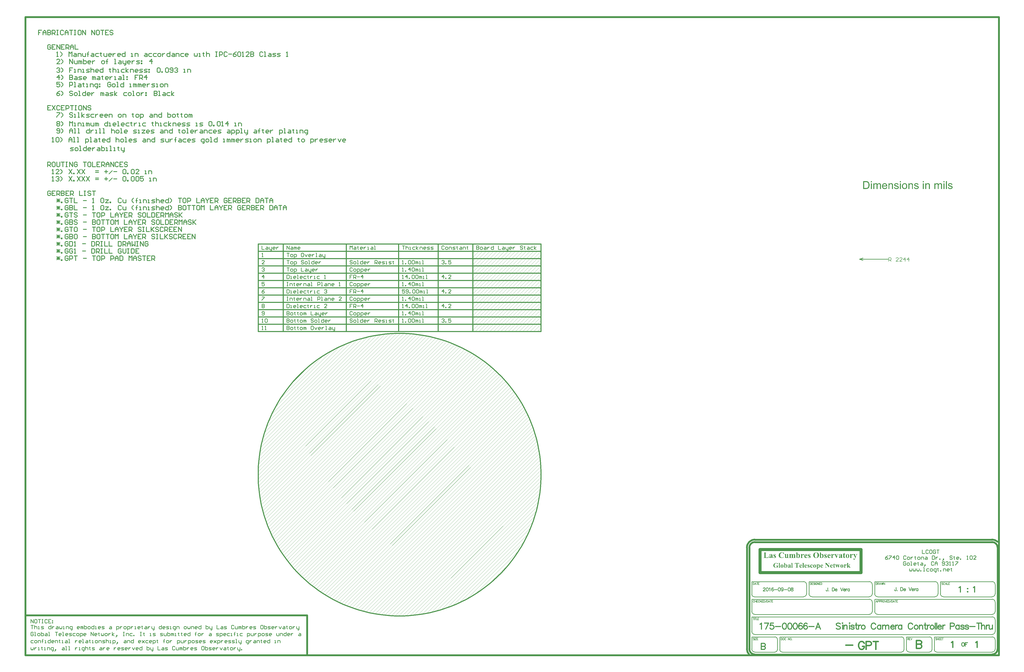
<source format=gtp>
G04 Layer_Color=8421504*
%FSLAX23Y23*%
%MOIN*%
G70*
G01*
G75*
%ADD10C,0.010*%
%ADD11C,0.030*%
%ADD12C,0.050*%
%ADD13C,0.015*%
%ADD14C,0.001*%
%ADD15C,0.012*%
%ADD16C,0.006*%
%ADD17C,0.024*%
%ADD18C,0.018*%
%ADD19C,0.020*%
%ADD20C,0.016*%
G36*
X2767Y1250D02*
X2769Y1249D01*
X2772Y1249D01*
X2774Y1248D01*
X2777Y1248D01*
X2780Y1247D01*
X2780Y1246D01*
X2781Y1246D01*
X2782Y1245D01*
X2784Y1244D01*
X2785Y1243D01*
X2787Y1242D01*
X2789Y1240D01*
X2790Y1239D01*
X2790Y1239D01*
X2791Y1238D01*
X2791Y1237D01*
X2792Y1235D01*
X2793Y1234D01*
X2794Y1232D01*
X2794Y1230D01*
X2795Y1227D01*
Y1227D01*
X2795Y1226D01*
X2795Y1225D01*
X2795Y1224D01*
X2796Y1221D01*
X2796Y1219D01*
X2796Y1216D01*
Y1212D01*
Y1155D01*
X2780D01*
Y1211D01*
Y1211D01*
Y1212D01*
Y1212D01*
Y1213D01*
X2780Y1215D01*
Y1217D01*
X2780Y1219D01*
X2779Y1221D01*
X2779Y1223D01*
X2778Y1225D01*
Y1226D01*
X2778Y1226D01*
X2777Y1227D01*
X2777Y1228D01*
X2776Y1229D01*
X2775Y1231D01*
X2773Y1232D01*
X2772Y1233D01*
X2772Y1233D01*
X2771Y1234D01*
X2770Y1234D01*
X2769Y1235D01*
X2767Y1235D01*
X2765Y1236D01*
X2763Y1236D01*
X2761Y1236D01*
X2760D01*
X2759Y1236D01*
X2757Y1236D01*
X2755Y1235D01*
X2752Y1235D01*
X2749Y1233D01*
X2746Y1232D01*
X2743Y1230D01*
X2743Y1229D01*
X2743Y1229D01*
X2742Y1228D01*
X2742Y1228D01*
X2741Y1227D01*
X2741Y1226D01*
X2740Y1224D01*
X2739Y1223D01*
X2739Y1221D01*
X2738Y1219D01*
X2737Y1217D01*
X2737Y1214D01*
X2737Y1212D01*
X2736Y1209D01*
X2736Y1205D01*
Y1155D01*
X2721D01*
Y1248D01*
X2735D01*
Y1234D01*
X2735Y1235D01*
X2735Y1235D01*
X2736Y1236D01*
X2737Y1237D01*
X2738Y1238D01*
X2739Y1239D01*
X2740Y1241D01*
X2742Y1242D01*
X2744Y1244D01*
X2746Y1245D01*
X2749Y1246D01*
X2751Y1247D01*
X2754Y1248D01*
X2757Y1249D01*
X2761Y1250D01*
X2764Y1250D01*
X2766D01*
X2767Y1250D01*
D02*
G37*
G36*
X3576D02*
X3577D01*
X3578Y1249D01*
X3581Y1249D01*
X3585Y1248D01*
X3588Y1247D01*
X3592Y1245D01*
X3593Y1243D01*
X3595Y1242D01*
X3595Y1242D01*
X3595Y1242D01*
X3595Y1241D01*
X3596Y1241D01*
X3596Y1240D01*
X3597Y1239D01*
X3598Y1238D01*
X3598Y1236D01*
X3599Y1235D01*
X3600Y1233D01*
X3600Y1231D01*
X3601Y1229D01*
X3601Y1227D01*
X3602Y1224D01*
X3602Y1221D01*
Y1218D01*
Y1155D01*
X3586D01*
Y1213D01*
Y1213D01*
Y1214D01*
Y1214D01*
Y1215D01*
Y1216D01*
X3586Y1218D01*
X3586Y1221D01*
X3586Y1223D01*
X3585Y1225D01*
X3585Y1227D01*
Y1227D01*
X3585Y1227D01*
X3584Y1228D01*
X3584Y1229D01*
X3583Y1230D01*
X3582Y1231D01*
X3581Y1232D01*
X3579Y1233D01*
X3579Y1234D01*
X3579Y1234D01*
X3578Y1234D01*
X3577Y1235D01*
X3575Y1235D01*
X3574Y1236D01*
X3572Y1236D01*
X3570Y1236D01*
X3569D01*
X3568Y1236D01*
X3566Y1236D01*
X3564Y1235D01*
X3561Y1234D01*
X3559Y1233D01*
X3556Y1232D01*
X3553Y1229D01*
X3553Y1229D01*
X3553Y1228D01*
X3552Y1227D01*
X3550Y1224D01*
X3550Y1223D01*
X3549Y1222D01*
X3549Y1220D01*
X3548Y1218D01*
X3548Y1216D01*
X3547Y1214D01*
X3547Y1211D01*
Y1209D01*
Y1155D01*
X3531D01*
Y1215D01*
Y1215D01*
Y1216D01*
Y1216D01*
Y1217D01*
X3531Y1219D01*
X3531Y1221D01*
X3530Y1224D01*
X3530Y1226D01*
X3529Y1229D01*
X3528Y1231D01*
X3527Y1231D01*
X3527Y1232D01*
X3526Y1232D01*
X3525Y1233D01*
X3523Y1234D01*
X3521Y1235D01*
X3518Y1236D01*
X3515Y1236D01*
X3514D01*
X3513Y1236D01*
X3511Y1236D01*
X3509Y1235D01*
X3507Y1235D01*
X3505Y1234D01*
X3503Y1233D01*
X3503Y1232D01*
X3502Y1232D01*
X3501Y1231D01*
X3500Y1230D01*
X3498Y1229D01*
X3497Y1227D01*
X3496Y1225D01*
X3494Y1222D01*
X3494Y1222D01*
X3494Y1221D01*
X3494Y1219D01*
X3493Y1217D01*
X3493Y1215D01*
X3492Y1211D01*
X3492Y1207D01*
X3492Y1203D01*
Y1155D01*
X3476D01*
Y1248D01*
X3490D01*
Y1235D01*
X3490Y1235D01*
X3491Y1236D01*
X3492Y1237D01*
X3493Y1239D01*
X3495Y1240D01*
X3497Y1242D01*
X3499Y1244D01*
X3502Y1246D01*
X3502D01*
X3502Y1246D01*
X3503Y1246D01*
X3505Y1247D01*
X3507Y1248D01*
X3509Y1248D01*
X3512Y1249D01*
X3515Y1250D01*
X3518Y1250D01*
X3520D01*
X3522Y1250D01*
X3524Y1249D01*
X3527Y1249D01*
X3530Y1248D01*
X3533Y1247D01*
X3535Y1245D01*
X3536Y1245D01*
X3536Y1245D01*
X3538Y1244D01*
X3539Y1242D01*
X3541Y1241D01*
X3542Y1239D01*
X3544Y1236D01*
X3545Y1233D01*
X3545Y1234D01*
X3545Y1234D01*
X3546Y1235D01*
X3547Y1236D01*
X3548Y1237D01*
X3549Y1239D01*
X3551Y1240D01*
X3552Y1242D01*
X3554Y1243D01*
X3556Y1245D01*
X3559Y1246D01*
X3561Y1247D01*
X3564Y1248D01*
X3567Y1249D01*
X3570Y1250D01*
X3573Y1250D01*
X3575D01*
X3576Y1250D01*
D02*
G37*
G36*
X2571D02*
X2573D01*
X2574Y1249D01*
X2577Y1249D01*
X2580Y1248D01*
X2584Y1247D01*
X2587Y1245D01*
X2589Y1243D01*
X2590Y1242D01*
X2591Y1242D01*
X2591Y1242D01*
X2591Y1241D01*
X2592Y1241D01*
X2592Y1240D01*
X2593Y1239D01*
X2593Y1238D01*
X2594Y1236D01*
X2595Y1235D01*
X2596Y1233D01*
X2596Y1231D01*
X2597Y1229D01*
X2597Y1227D01*
X2598Y1224D01*
X2598Y1221D01*
Y1218D01*
Y1155D01*
X2582D01*
Y1213D01*
Y1213D01*
Y1214D01*
Y1214D01*
Y1215D01*
Y1216D01*
X2582Y1218D01*
X2582Y1221D01*
X2582Y1223D01*
X2581Y1225D01*
X2581Y1227D01*
Y1227D01*
X2580Y1227D01*
X2580Y1228D01*
X2579Y1229D01*
X2579Y1230D01*
X2578Y1231D01*
X2577Y1232D01*
X2575Y1233D01*
X2575Y1234D01*
X2574Y1234D01*
X2574Y1234D01*
X2572Y1235D01*
X2571Y1235D01*
X2569Y1236D01*
X2568Y1236D01*
X2566Y1236D01*
X2565D01*
X2564Y1236D01*
X2562Y1236D01*
X2560Y1235D01*
X2557Y1234D01*
X2555Y1233D01*
X2552Y1232D01*
X2549Y1229D01*
X2549Y1229D01*
X2548Y1228D01*
X2547Y1227D01*
X2546Y1224D01*
X2545Y1223D01*
X2545Y1222D01*
X2544Y1220D01*
X2544Y1218D01*
X2543Y1216D01*
X2543Y1214D01*
X2543Y1211D01*
Y1209D01*
Y1155D01*
X2527D01*
Y1215D01*
Y1215D01*
Y1216D01*
Y1216D01*
Y1217D01*
X2527Y1219D01*
X2527Y1221D01*
X2526Y1224D01*
X2525Y1226D01*
X2525Y1229D01*
X2523Y1231D01*
X2523Y1231D01*
X2523Y1232D01*
X2522Y1232D01*
X2520Y1233D01*
X2519Y1234D01*
X2516Y1235D01*
X2514Y1236D01*
X2511Y1236D01*
X2510D01*
X2508Y1236D01*
X2507Y1236D01*
X2505Y1235D01*
X2503Y1235D01*
X2501Y1234D01*
X2498Y1233D01*
X2498Y1232D01*
X2497Y1232D01*
X2496Y1231D01*
X2495Y1230D01*
X2494Y1229D01*
X2493Y1227D01*
X2491Y1225D01*
X2490Y1222D01*
X2490Y1222D01*
X2490Y1221D01*
X2489Y1219D01*
X2489Y1217D01*
X2488Y1215D01*
X2488Y1211D01*
X2488Y1207D01*
X2488Y1203D01*
Y1155D01*
X2472D01*
Y1248D01*
X2486D01*
Y1235D01*
X2486Y1235D01*
X2487Y1236D01*
X2488Y1237D01*
X2489Y1239D01*
X2491Y1240D01*
X2493Y1242D01*
X2495Y1244D01*
X2498Y1246D01*
X2498D01*
X2498Y1246D01*
X2499Y1246D01*
X2500Y1247D01*
X2502Y1248D01*
X2505Y1248D01*
X2508Y1249D01*
X2511Y1250D01*
X2514Y1250D01*
X2516D01*
X2518Y1250D01*
X2520Y1249D01*
X2523Y1249D01*
X2526Y1248D01*
X2528Y1247D01*
X2531Y1245D01*
X2531Y1245D01*
X2532Y1245D01*
X2533Y1244D01*
X2535Y1242D01*
X2536Y1241D01*
X2538Y1239D01*
X2539Y1236D01*
X2540Y1233D01*
X2541Y1234D01*
X2541Y1234D01*
X2542Y1235D01*
X2542Y1236D01*
X2544Y1237D01*
X2545Y1239D01*
X2546Y1240D01*
X2548Y1242D01*
X2550Y1243D01*
X2552Y1245D01*
X2555Y1246D01*
X2557Y1247D01*
X2560Y1248D01*
X2563Y1249D01*
X2566Y1250D01*
X2569Y1250D01*
X2570D01*
X2571Y1250D01*
D02*
G37*
G36*
X3095D02*
X3098Y1249D01*
X3100Y1249D01*
X3103Y1248D01*
X3105Y1248D01*
X3108Y1247D01*
X3108Y1246D01*
X3109Y1246D01*
X3110Y1245D01*
X3112Y1244D01*
X3114Y1243D01*
X3115Y1242D01*
X3117Y1240D01*
X3118Y1239D01*
X3119Y1239D01*
X3119Y1238D01*
X3120Y1237D01*
X3120Y1235D01*
X3121Y1234D01*
X3122Y1232D01*
X3123Y1230D01*
X3123Y1227D01*
Y1227D01*
X3123Y1226D01*
X3124Y1225D01*
X3124Y1224D01*
X3124Y1221D01*
X3124Y1219D01*
X3124Y1216D01*
Y1212D01*
Y1155D01*
X3109D01*
Y1211D01*
Y1211D01*
Y1212D01*
Y1212D01*
Y1213D01*
X3108Y1215D01*
Y1217D01*
X3108Y1219D01*
X3108Y1221D01*
X3107Y1223D01*
X3107Y1225D01*
Y1226D01*
X3106Y1226D01*
X3106Y1227D01*
X3105Y1228D01*
X3104Y1229D01*
X3103Y1231D01*
X3102Y1232D01*
X3100Y1233D01*
X3100Y1233D01*
X3099Y1234D01*
X3098Y1234D01*
X3097Y1235D01*
X3095Y1235D01*
X3094Y1236D01*
X3091Y1236D01*
X3089Y1236D01*
X3088D01*
X3088Y1236D01*
X3086Y1236D01*
X3083Y1235D01*
X3081Y1235D01*
X3078Y1233D01*
X3075Y1232D01*
X3072Y1230D01*
X3071Y1229D01*
X3071Y1229D01*
X3071Y1228D01*
X3070Y1228D01*
X3069Y1227D01*
X3069Y1226D01*
X3068Y1224D01*
X3068Y1223D01*
X3067Y1221D01*
X3066Y1219D01*
X3066Y1217D01*
X3065Y1214D01*
X3065Y1212D01*
X3065Y1209D01*
X3065Y1205D01*
Y1155D01*
X3049D01*
Y1248D01*
X3063D01*
Y1234D01*
X3063Y1235D01*
X3064Y1235D01*
X3064Y1236D01*
X3065Y1237D01*
X3066Y1238D01*
X3067Y1239D01*
X3069Y1241D01*
X3071Y1242D01*
X3073Y1244D01*
X3075Y1245D01*
X3077Y1246D01*
X3080Y1247D01*
X3083Y1248D01*
X3086Y1249D01*
X3089Y1250D01*
X3092Y1250D01*
X3094D01*
X3095Y1250D01*
D02*
G37*
G36*
X1144Y-5065D02*
Y-5065D01*
Y-5065D01*
Y-5066D01*
X1144Y-5067D01*
X1144Y-5068D01*
X1144Y-5069D01*
X1144Y-5070D01*
X1145Y-5071D01*
X1145Y-5072D01*
X1145Y-5072D01*
X1145Y-5072D01*
X1146Y-5072D01*
X1146Y-5073D01*
X1147Y-5073D01*
X1148Y-5073D01*
X1149Y-5073D01*
X1150Y-5074D01*
Y-5076D01*
X1122D01*
Y-5074D01*
X1123D01*
X1123Y-5073D01*
X1124Y-5073D01*
X1125Y-5073D01*
X1126Y-5073D01*
X1126Y-5072D01*
X1127Y-5072D01*
X1127Y-5071D01*
X1127Y-5071D01*
X1128Y-5071D01*
X1128Y-5070D01*
X1128Y-5069D01*
X1128Y-5068D01*
X1128Y-5067D01*
Y-5065D01*
Y-5012D01*
Y-5011D01*
Y-5011D01*
Y-5011D01*
X1128Y-5010D01*
X1128Y-5009D01*
X1128Y-5007D01*
X1128Y-5006D01*
X1127Y-5005D01*
X1127Y-5005D01*
X1127Y-5005D01*
X1127Y-5004D01*
X1126Y-5004D01*
X1126Y-5004D01*
X1125Y-5004D01*
X1124Y-5003D01*
X1123Y-5003D01*
X1122Y-5003D01*
Y-5001D01*
X1144D01*
Y-5065D01*
D02*
G37*
G36*
X1329D02*
Y-5065D01*
Y-5065D01*
Y-5066D01*
X1329Y-5067D01*
X1329Y-5068D01*
X1329Y-5069D01*
X1329Y-5070D01*
X1329Y-5071D01*
X1330Y-5072D01*
X1330Y-5072D01*
X1330Y-5072D01*
X1330Y-5072D01*
X1331Y-5073D01*
X1332Y-5073D01*
X1332Y-5073D01*
X1334Y-5073D01*
X1335Y-5074D01*
Y-5076D01*
X1307D01*
Y-5074D01*
X1307D01*
X1308Y-5073D01*
X1309Y-5073D01*
X1310Y-5073D01*
X1311Y-5073D01*
X1311Y-5072D01*
X1312Y-5072D01*
X1312Y-5071D01*
X1312Y-5071D01*
X1312Y-5071D01*
X1313Y-5070D01*
X1313Y-5069D01*
X1313Y-5068D01*
X1313Y-5067D01*
Y-5065D01*
Y-5012D01*
Y-5011D01*
Y-5011D01*
Y-5011D01*
X1313Y-5010D01*
X1313Y-5009D01*
X1313Y-5007D01*
X1313Y-5006D01*
X1312Y-5005D01*
X1312Y-5005D01*
X1312Y-5005D01*
X1312Y-5004D01*
X1311Y-5004D01*
X1311Y-5004D01*
X1310Y-5004D01*
X1309Y-5003D01*
X1308Y-5003D01*
X1307Y-5003D01*
Y-5001D01*
X1329D01*
Y-5065D01*
D02*
G37*
G36*
X2059Y-5050D02*
X2071Y-5038D01*
X2072Y-5038D01*
X2072Y-5038D01*
X2073Y-5037D01*
X2073Y-5036D01*
X2074Y-5035D01*
X2075Y-5035D01*
X2076Y-5034D01*
X2076Y-5033D01*
Y-5033D01*
X2076Y-5033D01*
X2076Y-5033D01*
X2077Y-5032D01*
X2077Y-5031D01*
X2077Y-5030D01*
Y-5030D01*
Y-5030D01*
X2077Y-5029D01*
X2076Y-5028D01*
X2076Y-5028D01*
X2076Y-5028D01*
X2076D01*
X2076Y-5027D01*
X2075Y-5027D01*
X2075Y-5027D01*
X2074Y-5027D01*
X2073Y-5026D01*
X2072Y-5026D01*
X2071Y-5026D01*
Y-5024D01*
X2094D01*
Y-5026D01*
X2094D01*
X2093Y-5026D01*
X2092Y-5026D01*
X2091Y-5027D01*
X2090Y-5027D01*
X2089Y-5027D01*
X2088Y-5028D01*
X2088Y-5028D01*
X2088Y-5028D01*
X2087Y-5028D01*
X2086Y-5029D01*
X2085Y-5030D01*
X2084Y-5031D01*
X2083Y-5032D01*
X2082Y-5033D01*
X2081Y-5034D01*
X2080Y-5035D01*
X2079Y-5036D01*
X2073Y-5042D01*
X2085Y-5059D01*
X2085Y-5060D01*
X2085Y-5060D01*
X2086Y-5060D01*
X2086Y-5061D01*
X2087Y-5062D01*
X2087Y-5063D01*
X2089Y-5065D01*
X2090Y-5067D01*
X2091Y-5068D01*
X2092Y-5069D01*
X2092Y-5070D01*
X2093Y-5071D01*
X2094Y-5071D01*
X2094Y-5071D01*
X2094Y-5072D01*
X2094Y-5072D01*
X2095Y-5072D01*
X2095Y-5072D01*
X2096Y-5073D01*
X2097Y-5073D01*
X2097Y-5073D01*
X2099Y-5074D01*
Y-5076D01*
X2072D01*
Y-5074D01*
X2072D01*
X2073Y-5073D01*
X2074Y-5073D01*
X2074Y-5073D01*
X2075Y-5073D01*
X2075Y-5073D01*
X2075Y-5072D01*
X2075Y-5071D01*
Y-5071D01*
Y-5071D01*
X2075Y-5071D01*
X2075Y-5070D01*
X2075Y-5070D01*
X2074Y-5069D01*
X2074Y-5068D01*
X2073Y-5067D01*
X2063Y-5052D01*
X2059Y-5055D01*
Y-5064D01*
Y-5065D01*
Y-5065D01*
Y-5065D01*
Y-5065D01*
X2059Y-5066D01*
Y-5068D01*
X2060Y-5069D01*
X2060Y-5070D01*
X2060Y-5071D01*
X2060Y-5071D01*
X2060Y-5072D01*
X2061Y-5072D01*
X2061Y-5072D01*
X2061Y-5072D01*
X2061Y-5073D01*
X2062Y-5073D01*
X2063Y-5073D01*
X2064Y-5073D01*
X2065Y-5074D01*
Y-5076D01*
X2038D01*
Y-5074D01*
X2039D01*
X2039Y-5073D01*
X2040Y-5073D01*
X2040Y-5073D01*
X2041Y-5073D01*
X2042Y-5073D01*
X2042Y-5072D01*
X2043Y-5071D01*
Y-5071D01*
X2043Y-5071D01*
X2043Y-5071D01*
X2044Y-5070D01*
X2044Y-5069D01*
X2044Y-5068D01*
X2044Y-5066D01*
Y-5065D01*
Y-5064D01*
Y-5012D01*
Y-5012D01*
Y-5012D01*
Y-5011D01*
Y-5011D01*
Y-5010D01*
X2044Y-5009D01*
X2044Y-5008D01*
X2044Y-5006D01*
X2043Y-5005D01*
X2043Y-5005D01*
X2043Y-5005D01*
Y-5005D01*
X2043Y-5005D01*
X2042Y-5004D01*
X2042Y-5004D01*
X2041Y-5004D01*
X2041Y-5003D01*
X2040Y-5003D01*
X2038Y-5003D01*
Y-5001D01*
X2059D01*
Y-5050D01*
D02*
G37*
G36*
X3738Y1250D02*
X3739D01*
X3742Y1249D01*
X3745Y1249D01*
X3748Y1248D01*
X3751Y1248D01*
X3755Y1247D01*
X3755D01*
X3755Y1246D01*
X3756Y1246D01*
X3757Y1245D01*
X3759Y1244D01*
X3761Y1243D01*
X3763Y1242D01*
X3765Y1240D01*
X3767Y1238D01*
X3767Y1238D01*
X3768Y1237D01*
X3768Y1236D01*
X3769Y1234D01*
X3770Y1232D01*
X3771Y1230D01*
X3772Y1227D01*
X3772Y1224D01*
X3757Y1222D01*
Y1222D01*
X3757Y1223D01*
X3756Y1224D01*
X3756Y1226D01*
X3755Y1227D01*
X3754Y1229D01*
X3753Y1231D01*
X3751Y1233D01*
X3751Y1233D01*
X3750Y1233D01*
X3749Y1234D01*
X3747Y1235D01*
X3745Y1235D01*
X3743Y1236D01*
X3740Y1237D01*
X3737Y1237D01*
X3735D01*
X3733Y1237D01*
X3731Y1236D01*
X3728Y1236D01*
X3725Y1235D01*
X3723Y1234D01*
X3721Y1233D01*
X3721Y1233D01*
X3720Y1232D01*
X3720Y1232D01*
X3719Y1231D01*
X3718Y1230D01*
X3717Y1228D01*
X3717Y1227D01*
X3717Y1225D01*
Y1225D01*
Y1224D01*
X3717Y1224D01*
Y1223D01*
X3717Y1221D01*
X3718Y1220D01*
X3718Y1219D01*
X3719Y1219D01*
X3719Y1219D01*
X3719Y1218D01*
X3720Y1218D01*
X3721Y1217D01*
X3722Y1216D01*
X3723Y1216D01*
X3724Y1215D01*
X3725D01*
X3725Y1215D01*
X3726Y1215D01*
X3727Y1214D01*
X3729Y1214D01*
X3730Y1213D01*
X3731Y1213D01*
X3733Y1213D01*
X3735Y1212D01*
X3736Y1212D01*
X3738Y1211D01*
X3739D01*
X3739Y1211D01*
X3740Y1211D01*
X3741Y1210D01*
X3742Y1210D01*
X3744Y1210D01*
X3748Y1209D01*
X3751Y1207D01*
X3755Y1206D01*
X3759Y1205D01*
X3760Y1204D01*
X3762Y1204D01*
X3762Y1204D01*
X3763Y1203D01*
X3764Y1203D01*
X3765Y1202D01*
X3767Y1201D01*
X3769Y1199D01*
X3771Y1198D01*
X3772Y1196D01*
X3772Y1195D01*
X3773Y1195D01*
X3773Y1193D01*
X3774Y1192D01*
X3775Y1190D01*
X3775Y1188D01*
X3776Y1185D01*
X3776Y1182D01*
Y1182D01*
Y1182D01*
Y1181D01*
X3776Y1179D01*
X3775Y1177D01*
X3775Y1175D01*
X3774Y1173D01*
X3773Y1170D01*
X3771Y1167D01*
X3771Y1167D01*
X3770Y1166D01*
X3769Y1165D01*
X3768Y1163D01*
X3766Y1162D01*
X3764Y1160D01*
X3761Y1158D01*
X3758Y1157D01*
X3758D01*
X3758Y1156D01*
X3757Y1156D01*
X3756Y1156D01*
X3755Y1156D01*
X3752Y1155D01*
X3749Y1154D01*
X3746Y1154D01*
X3742Y1153D01*
X3738Y1153D01*
X3737D01*
X3735Y1153D01*
X3734D01*
X3732Y1153D01*
X3730Y1154D01*
X3728Y1154D01*
X3724Y1155D01*
X3719Y1156D01*
X3715Y1158D01*
X3713Y1159D01*
X3711Y1160D01*
X3711Y1160D01*
X3710Y1161D01*
X3710Y1161D01*
X3709Y1162D01*
X3708Y1162D01*
X3708Y1163D01*
X3707Y1165D01*
X3706Y1166D01*
X3705Y1167D01*
X3704Y1169D01*
X3703Y1171D01*
X3702Y1173D01*
X3701Y1175D01*
X3700Y1177D01*
X3699Y1180D01*
X3699Y1183D01*
X3714Y1185D01*
Y1185D01*
Y1185D01*
X3714Y1184D01*
X3715Y1184D01*
X3715Y1182D01*
X3716Y1180D01*
X3717Y1177D01*
X3718Y1175D01*
X3719Y1173D01*
X3721Y1171D01*
X3722Y1171D01*
X3723Y1170D01*
X3724Y1169D01*
X3726Y1168D01*
X3728Y1167D01*
X3731Y1167D01*
X3734Y1166D01*
X3738Y1166D01*
X3740D01*
X3742Y1166D01*
X3744Y1166D01*
X3747Y1167D01*
X3750Y1168D01*
X3752Y1169D01*
X3754Y1170D01*
X3755Y1170D01*
X3755Y1171D01*
X3756Y1172D01*
X3757Y1173D01*
X3758Y1175D01*
X3759Y1176D01*
X3760Y1178D01*
X3760Y1181D01*
Y1181D01*
Y1181D01*
X3760Y1182D01*
X3759Y1184D01*
X3759Y1185D01*
X3758Y1186D01*
X3757Y1188D01*
X3755Y1189D01*
X3755Y1189D01*
X3754Y1189D01*
X3753Y1190D01*
X3752Y1190D01*
X3751Y1191D01*
X3750Y1191D01*
X3748Y1191D01*
X3747Y1192D01*
X3745Y1192D01*
X3743Y1193D01*
X3741Y1194D01*
X3739Y1194D01*
X3739D01*
X3738Y1194D01*
X3737Y1195D01*
X3736Y1195D01*
X3735Y1195D01*
X3733Y1196D01*
X3729Y1197D01*
X3725Y1198D01*
X3721Y1199D01*
X3720Y1200D01*
X3718Y1201D01*
X3716Y1201D01*
X3715Y1202D01*
X3715Y1202D01*
X3714Y1202D01*
X3713Y1203D01*
X3711Y1204D01*
X3710Y1205D01*
X3708Y1207D01*
X3706Y1208D01*
X3705Y1210D01*
X3705Y1211D01*
X3704Y1211D01*
X3704Y1213D01*
X3703Y1214D01*
X3702Y1216D01*
X3702Y1218D01*
X3702Y1220D01*
X3701Y1223D01*
Y1223D01*
Y1224D01*
X3702Y1225D01*
X3702Y1227D01*
X3702Y1228D01*
X3703Y1230D01*
X3703Y1232D01*
X3704Y1234D01*
X3704Y1235D01*
X3705Y1235D01*
X3705Y1236D01*
X3706Y1238D01*
X3707Y1239D01*
X3709Y1240D01*
X3710Y1242D01*
X3712Y1243D01*
X3712Y1243D01*
X3713Y1244D01*
X3713Y1244D01*
X3715Y1245D01*
X3716Y1246D01*
X3718Y1246D01*
X3720Y1247D01*
X3722Y1248D01*
X3722Y1248D01*
X3723Y1248D01*
X3724Y1248D01*
X3726Y1249D01*
X3728Y1249D01*
X3730Y1249D01*
X3733Y1250D01*
X3737D01*
X3738Y1250D01*
D02*
G37*
G36*
X1460Y-5023D02*
X1460D01*
X1461Y-5023D01*
X1463Y-5023D01*
X1465Y-5023D01*
X1467Y-5024D01*
X1469Y-5025D01*
X1471Y-5027D01*
X1471D01*
X1471Y-5027D01*
X1472Y-5027D01*
X1473Y-5028D01*
X1474Y-5029D01*
X1474Y-5030D01*
X1475Y-5032D01*
X1476Y-5034D01*
X1476Y-5035D01*
Y-5035D01*
Y-5036D01*
Y-5036D01*
X1476Y-5037D01*
X1476Y-5037D01*
X1475Y-5038D01*
X1475Y-5039D01*
X1475Y-5040D01*
X1474Y-5041D01*
X1474Y-5041D01*
X1474Y-5041D01*
X1473Y-5041D01*
X1473Y-5041D01*
X1472Y-5042D01*
X1471Y-5042D01*
X1470Y-5042D01*
X1469Y-5042D01*
X1468D01*
X1468Y-5042D01*
X1467Y-5042D01*
X1466Y-5042D01*
X1465Y-5042D01*
X1464Y-5041D01*
X1464Y-5040D01*
X1463Y-5040D01*
X1463Y-5040D01*
X1463Y-5039D01*
X1462Y-5038D01*
X1462Y-5037D01*
X1462Y-5036D01*
X1461Y-5034D01*
X1461Y-5033D01*
Y-5032D01*
X1461Y-5032D01*
X1461Y-5031D01*
X1461Y-5031D01*
X1460Y-5029D01*
X1460Y-5028D01*
X1459Y-5028D01*
X1459Y-5028D01*
X1459Y-5028D01*
X1459Y-5027D01*
X1458Y-5027D01*
X1457Y-5026D01*
X1456Y-5026D01*
X1456D01*
X1455Y-5026D01*
X1455Y-5027D01*
X1454Y-5027D01*
X1453Y-5027D01*
X1453Y-5028D01*
X1452Y-5029D01*
X1452Y-5029D01*
X1451Y-5030D01*
X1451Y-5031D01*
X1451Y-5032D01*
X1450Y-5034D01*
X1449Y-5036D01*
X1449Y-5038D01*
X1449Y-5039D01*
X1449Y-5041D01*
Y-5042D01*
Y-5042D01*
Y-5042D01*
Y-5043D01*
Y-5043D01*
X1449Y-5044D01*
Y-5045D01*
X1449Y-5047D01*
X1450Y-5049D01*
X1450Y-5051D01*
X1451Y-5054D01*
X1451Y-5056D01*
Y-5056D01*
X1451Y-5056D01*
X1452Y-5057D01*
X1452Y-5057D01*
X1452Y-5058D01*
X1453Y-5060D01*
X1454Y-5061D01*
X1455Y-5063D01*
X1456Y-5065D01*
X1458Y-5066D01*
X1458Y-5066D01*
X1458Y-5066D01*
X1459Y-5067D01*
X1460Y-5067D01*
X1461Y-5068D01*
X1462Y-5068D01*
X1463Y-5068D01*
X1465Y-5068D01*
X1465D01*
X1466Y-5068D01*
X1467Y-5068D01*
X1467Y-5068D01*
X1468Y-5068D01*
X1469Y-5067D01*
X1470Y-5067D01*
X1470Y-5067D01*
X1470Y-5067D01*
X1471Y-5066D01*
X1472Y-5066D01*
X1472Y-5065D01*
X1473Y-5064D01*
X1474Y-5063D01*
X1476Y-5062D01*
X1477Y-5064D01*
Y-5064D01*
X1477Y-5064D01*
X1477Y-5064D01*
X1477Y-5065D01*
X1476Y-5066D01*
X1475Y-5067D01*
X1474Y-5069D01*
X1472Y-5071D01*
X1470Y-5072D01*
X1468Y-5074D01*
X1468D01*
X1468Y-5074D01*
X1468Y-5074D01*
X1467Y-5074D01*
X1466Y-5075D01*
X1465Y-5075D01*
X1463Y-5076D01*
X1461Y-5077D01*
X1459Y-5077D01*
X1457Y-5077D01*
X1456D01*
X1456Y-5077D01*
X1455D01*
X1454Y-5077D01*
X1453Y-5077D01*
X1452Y-5076D01*
X1451Y-5076D01*
X1450Y-5076D01*
X1448Y-5075D01*
X1447Y-5075D01*
X1446Y-5074D01*
X1444Y-5073D01*
X1443Y-5072D01*
X1442Y-5071D01*
X1440Y-5069D01*
X1440Y-5069D01*
X1440Y-5069D01*
X1440Y-5069D01*
X1439Y-5068D01*
X1439Y-5067D01*
X1438Y-5066D01*
X1438Y-5065D01*
X1437Y-5064D01*
X1437Y-5063D01*
X1436Y-5061D01*
X1436Y-5060D01*
X1435Y-5058D01*
X1435Y-5056D01*
X1434Y-5055D01*
X1434Y-5053D01*
X1434Y-5051D01*
Y-5051D01*
Y-5050D01*
Y-5050D01*
X1434Y-5049D01*
X1434Y-5048D01*
X1434Y-5047D01*
X1435Y-5046D01*
X1435Y-5044D01*
X1436Y-5042D01*
X1437Y-5038D01*
X1437Y-5037D01*
X1438Y-5035D01*
X1439Y-5034D01*
X1440Y-5032D01*
X1440Y-5032D01*
X1440Y-5032D01*
X1441Y-5031D01*
X1441Y-5031D01*
X1442Y-5030D01*
X1443Y-5029D01*
X1444Y-5028D01*
X1445Y-5027D01*
X1446Y-5026D01*
X1447Y-5025D01*
X1449Y-5025D01*
X1451Y-5024D01*
X1452Y-5023D01*
X1454Y-5023D01*
X1456Y-5023D01*
X1458Y-5022D01*
X1459D01*
X1460Y-5023D01*
D02*
G37*
G36*
X1408D02*
X1409Y-5023D01*
X1410Y-5023D01*
X1412Y-5023D01*
X1413Y-5024D01*
X1414Y-5025D01*
X1415D01*
X1415Y-5025D01*
X1415Y-5025D01*
X1416Y-5025D01*
X1417Y-5025D01*
X1417D01*
X1418Y-5025D01*
X1418Y-5025D01*
X1419Y-5025D01*
X1419Y-5025D01*
X1419Y-5024D01*
X1420Y-5024D01*
X1420Y-5023D01*
X1420Y-5023D01*
X1422D01*
X1423Y-5040D01*
X1421D01*
Y-5040D01*
X1421Y-5040D01*
X1421Y-5040D01*
X1421Y-5039D01*
X1420Y-5038D01*
X1420Y-5038D01*
X1419Y-5036D01*
X1418Y-5034D01*
X1417Y-5032D01*
X1416Y-5031D01*
X1415Y-5030D01*
X1414Y-5030D01*
X1414Y-5029D01*
X1414Y-5029D01*
X1413Y-5029D01*
X1412Y-5028D01*
X1411Y-5028D01*
X1410Y-5027D01*
X1409Y-5027D01*
X1407Y-5027D01*
X1407D01*
X1406Y-5027D01*
X1406Y-5027D01*
X1405Y-5027D01*
X1405Y-5027D01*
X1404Y-5028D01*
X1403Y-5028D01*
X1403Y-5028D01*
X1403Y-5028D01*
X1403Y-5029D01*
X1403Y-5029D01*
X1402Y-5030D01*
X1402Y-5031D01*
X1402Y-5032D01*
Y-5032D01*
Y-5032D01*
X1402Y-5033D01*
X1402Y-5033D01*
X1403Y-5035D01*
X1403Y-5035D01*
X1403Y-5035D01*
X1404Y-5036D01*
X1405Y-5036D01*
X1405Y-5037D01*
X1406Y-5037D01*
X1407Y-5038D01*
X1408Y-5039D01*
X1409Y-5040D01*
X1410Y-5040D01*
X1411Y-5041D01*
X1413Y-5042D01*
X1413Y-5042D01*
X1413Y-5043D01*
X1413Y-5043D01*
X1414Y-5043D01*
X1415Y-5044D01*
X1415Y-5044D01*
X1417Y-5046D01*
X1419Y-5047D01*
X1421Y-5048D01*
X1422Y-5050D01*
X1423Y-5051D01*
X1423Y-5052D01*
X1423Y-5052D01*
X1424Y-5052D01*
X1424Y-5053D01*
X1425Y-5054D01*
X1425Y-5055D01*
X1426Y-5057D01*
X1426Y-5058D01*
X1426Y-5060D01*
Y-5060D01*
Y-5061D01*
X1426Y-5062D01*
X1426Y-5063D01*
X1425Y-5064D01*
X1425Y-5066D01*
X1424Y-5067D01*
X1424Y-5069D01*
X1424Y-5069D01*
X1423Y-5069D01*
X1423Y-5070D01*
X1422Y-5071D01*
X1421Y-5072D01*
X1420Y-5073D01*
X1419Y-5074D01*
X1418Y-5075D01*
X1418Y-5075D01*
X1417Y-5075D01*
X1416Y-5076D01*
X1415Y-5076D01*
X1414Y-5076D01*
X1412Y-5077D01*
X1411Y-5077D01*
X1409Y-5077D01*
X1408D01*
X1408Y-5077D01*
X1406Y-5077D01*
X1405Y-5077D01*
X1403Y-5076D01*
X1401Y-5076D01*
X1399Y-5075D01*
X1399D01*
X1399Y-5075D01*
X1398Y-5075D01*
X1398Y-5074D01*
X1397Y-5074D01*
X1397D01*
X1396Y-5074D01*
X1396Y-5075D01*
X1396Y-5075D01*
X1395Y-5075D01*
X1394Y-5076D01*
X1394Y-5077D01*
X1392D01*
X1391Y-5058D01*
X1393D01*
Y-5058D01*
X1393Y-5059D01*
X1393Y-5059D01*
X1394Y-5060D01*
X1394Y-5060D01*
X1394Y-5061D01*
X1395Y-5062D01*
X1396Y-5064D01*
X1397Y-5066D01*
X1398Y-5068D01*
X1400Y-5069D01*
X1400Y-5069D01*
X1401Y-5070D01*
X1401Y-5070D01*
X1403Y-5071D01*
X1404Y-5072D01*
X1405Y-5072D01*
X1407Y-5073D01*
X1408Y-5073D01*
X1408D01*
X1409Y-5073D01*
X1410Y-5073D01*
X1410Y-5073D01*
X1411Y-5072D01*
X1412Y-5072D01*
X1412Y-5071D01*
X1412Y-5071D01*
X1413Y-5071D01*
X1413Y-5071D01*
X1413Y-5070D01*
X1414Y-5070D01*
X1414Y-5069D01*
X1414Y-5068D01*
X1414Y-5067D01*
Y-5067D01*
Y-5067D01*
X1414Y-5066D01*
X1414Y-5066D01*
X1414Y-5065D01*
X1413Y-5064D01*
X1413Y-5064D01*
X1412Y-5063D01*
X1412Y-5063D01*
X1412Y-5063D01*
X1412Y-5062D01*
X1411Y-5061D01*
X1410Y-5061D01*
X1409Y-5060D01*
X1407Y-5058D01*
X1405Y-5057D01*
X1405Y-5057D01*
X1405Y-5057D01*
X1404Y-5056D01*
X1404Y-5056D01*
X1403Y-5056D01*
X1402Y-5055D01*
X1401Y-5054D01*
X1399Y-5052D01*
X1397Y-5051D01*
X1395Y-5049D01*
X1395Y-5049D01*
X1394Y-5048D01*
Y-5048D01*
X1394Y-5048D01*
X1394Y-5047D01*
X1393Y-5046D01*
X1392Y-5045D01*
X1392Y-5044D01*
X1391Y-5042D01*
X1391Y-5040D01*
X1391Y-5038D01*
Y-5038D01*
Y-5038D01*
Y-5037D01*
X1391Y-5037D01*
X1391Y-5036D01*
X1391Y-5035D01*
X1392Y-5033D01*
X1392Y-5031D01*
X1393Y-5029D01*
X1395Y-5027D01*
Y-5027D01*
X1395Y-5027D01*
X1395Y-5027D01*
X1396Y-5026D01*
X1398Y-5025D01*
X1399Y-5024D01*
X1401Y-5023D01*
X1404Y-5023D01*
X1405Y-5022D01*
X1407D01*
X1408Y-5023D01*
D02*
G37*
G36*
X2027D02*
X2028Y-5023D01*
X2029Y-5023D01*
X2030Y-5023D01*
X2030Y-5024D01*
X2031Y-5024D01*
X2031Y-5025D01*
X2031Y-5025D01*
X2032Y-5025D01*
X2032Y-5026D01*
X2032Y-5027D01*
X2033Y-5027D01*
X2033Y-5029D01*
X2033Y-5030D01*
Y-5030D01*
Y-5030D01*
X2033Y-5031D01*
X2033Y-5032D01*
X2033Y-5033D01*
X2032Y-5034D01*
X2032Y-5035D01*
X2031Y-5036D01*
X2031Y-5036D01*
X2031Y-5036D01*
X2030Y-5036D01*
X2030Y-5037D01*
X2029Y-5037D01*
X2029Y-5037D01*
X2028Y-5037D01*
X2027Y-5038D01*
X2026D01*
X2026Y-5037D01*
X2025Y-5037D01*
X2024Y-5037D01*
X2023Y-5037D01*
X2023Y-5036D01*
X2022Y-5036D01*
X2022Y-5036D01*
X2021Y-5035D01*
X2021Y-5035D01*
X2021Y-5035D01*
X2020Y-5034D01*
X2020Y-5034D01*
X2019Y-5034D01*
X2019Y-5033D01*
X2019Y-5033D01*
X2018Y-5033D01*
X2018Y-5033D01*
X2018D01*
X2017Y-5033D01*
X2017D01*
X2016Y-5034D01*
X2016Y-5034D01*
X2015Y-5034D01*
X2015Y-5035D01*
X2015Y-5035D01*
X2014Y-5035D01*
X2014Y-5036D01*
X2013Y-5037D01*
X2013Y-5037D01*
X2012Y-5039D01*
X2012Y-5040D01*
Y-5040D01*
X2011Y-5040D01*
X2011Y-5040D01*
X2011Y-5041D01*
X2011Y-5042D01*
X2011Y-5043D01*
X2010Y-5045D01*
X2010Y-5047D01*
X2010Y-5049D01*
X2010Y-5052D01*
Y-5063D01*
X2010Y-5066D01*
Y-5067D01*
Y-5067D01*
Y-5068D01*
Y-5068D01*
X2010Y-5070D01*
X2010Y-5070D01*
X2010Y-5071D01*
Y-5071D01*
X2010Y-5071D01*
X2011Y-5071D01*
X2011Y-5072D01*
X2012Y-5073D01*
X2012D01*
X2013Y-5073D01*
X2013Y-5073D01*
X2013Y-5073D01*
X2014Y-5073D01*
X2015Y-5073D01*
X2016Y-5073D01*
X2017Y-5074D01*
Y-5076D01*
X1989D01*
Y-5074D01*
X1989D01*
X1989Y-5073D01*
X1990D01*
X1991Y-5073D01*
X1992Y-5073D01*
X1993Y-5072D01*
X1993Y-5072D01*
X1993Y-5072D01*
X1993Y-5071D01*
X1994Y-5071D01*
X1994Y-5070D01*
X1994Y-5069D01*
X1994Y-5068D01*
X1994Y-5067D01*
X1995Y-5066D01*
Y-5065D01*
Y-5063D01*
Y-5035D01*
Y-5035D01*
Y-5034D01*
Y-5033D01*
X1994Y-5033D01*
Y-5032D01*
X1994Y-5031D01*
X1994Y-5030D01*
X1994Y-5029D01*
Y-5029D01*
X1994Y-5029D01*
X1994Y-5028D01*
X1993Y-5028D01*
X1992Y-5027D01*
X1992Y-5027D01*
X1992Y-5027D01*
X1992Y-5027D01*
X1991Y-5026D01*
X1990Y-5026D01*
X1990Y-5026D01*
X1989Y-5026D01*
Y-5024D01*
X2010D01*
Y-5036D01*
X2010Y-5036D01*
X2010Y-5035D01*
X2010Y-5035D01*
X2011Y-5035D01*
X2011Y-5034D01*
X2012Y-5033D01*
X2013Y-5031D01*
X2014Y-5030D01*
X2016Y-5028D01*
X2017Y-5026D01*
X2018Y-5026D01*
X2019Y-5025D01*
X2019Y-5025D01*
X2019Y-5025D01*
X2020Y-5024D01*
X2021Y-5024D01*
X2022Y-5023D01*
X2023Y-5023D01*
X2025Y-5023D01*
X2026Y-5022D01*
X2027D01*
X2027Y-5023D01*
D02*
G37*
G36*
X2853Y1250D02*
X2854D01*
X2857Y1249D01*
X2860Y1249D01*
X2863Y1248D01*
X2866Y1248D01*
X2870Y1247D01*
X2870D01*
X2870Y1246D01*
X2871Y1246D01*
X2872Y1245D01*
X2874Y1244D01*
X2876Y1243D01*
X2878Y1242D01*
X2880Y1240D01*
X2882Y1238D01*
X2882Y1238D01*
X2883Y1237D01*
X2883Y1236D01*
X2884Y1234D01*
X2885Y1232D01*
X2886Y1230D01*
X2887Y1227D01*
X2887Y1224D01*
X2872Y1222D01*
Y1222D01*
X2872Y1223D01*
X2871Y1224D01*
X2871Y1226D01*
X2870Y1227D01*
X2869Y1229D01*
X2868Y1231D01*
X2866Y1233D01*
X2866Y1233D01*
X2865Y1233D01*
X2864Y1234D01*
X2862Y1235D01*
X2860Y1235D01*
X2858Y1236D01*
X2855Y1237D01*
X2852Y1237D01*
X2850D01*
X2848Y1237D01*
X2846Y1236D01*
X2843Y1236D01*
X2840Y1235D01*
X2838Y1234D01*
X2836Y1233D01*
X2836Y1233D01*
X2835Y1232D01*
X2835Y1232D01*
X2834Y1231D01*
X2833Y1230D01*
X2832Y1228D01*
X2832Y1227D01*
X2832Y1225D01*
Y1225D01*
Y1224D01*
X2832Y1224D01*
Y1223D01*
X2832Y1221D01*
X2833Y1220D01*
X2833Y1219D01*
X2834Y1219D01*
X2834Y1219D01*
X2834Y1218D01*
X2835Y1218D01*
X2836Y1217D01*
X2837Y1216D01*
X2838Y1216D01*
X2839Y1215D01*
X2840D01*
X2840Y1215D01*
X2841Y1215D01*
X2842Y1214D01*
X2844Y1214D01*
X2845Y1213D01*
X2846Y1213D01*
X2848Y1213D01*
X2850Y1212D01*
X2851Y1212D01*
X2853Y1211D01*
X2854D01*
X2854Y1211D01*
X2855Y1211D01*
X2856Y1210D01*
X2857Y1210D01*
X2859Y1210D01*
X2863Y1209D01*
X2866Y1207D01*
X2870Y1206D01*
X2874Y1205D01*
X2875Y1204D01*
X2877Y1204D01*
X2877Y1204D01*
X2878Y1203D01*
X2879Y1203D01*
X2880Y1202D01*
X2882Y1201D01*
X2884Y1199D01*
X2886Y1198D01*
X2887Y1196D01*
X2887Y1195D01*
X2888Y1195D01*
X2888Y1193D01*
X2889Y1192D01*
X2890Y1190D01*
X2890Y1188D01*
X2891Y1185D01*
X2891Y1182D01*
Y1182D01*
Y1182D01*
Y1181D01*
X2891Y1179D01*
X2890Y1177D01*
X2890Y1175D01*
X2889Y1173D01*
X2888Y1170D01*
X2886Y1167D01*
X2886Y1167D01*
X2885Y1166D01*
X2884Y1165D01*
X2883Y1163D01*
X2881Y1162D01*
X2879Y1160D01*
X2876Y1158D01*
X2873Y1157D01*
X2873D01*
X2873Y1156D01*
X2872Y1156D01*
X2871Y1156D01*
X2870Y1156D01*
X2867Y1155D01*
X2864Y1154D01*
X2861Y1154D01*
X2857Y1153D01*
X2853Y1153D01*
X2852D01*
X2850Y1153D01*
X2849D01*
X2847Y1153D01*
X2845Y1154D01*
X2843Y1154D01*
X2839Y1155D01*
X2834Y1156D01*
X2830Y1158D01*
X2828Y1159D01*
X2826Y1160D01*
X2826Y1160D01*
X2825Y1161D01*
X2825Y1161D01*
X2824Y1162D01*
X2823Y1162D01*
X2823Y1163D01*
X2822Y1165D01*
X2821Y1166D01*
X2820Y1167D01*
X2819Y1169D01*
X2818Y1171D01*
X2817Y1173D01*
X2816Y1175D01*
X2815Y1177D01*
X2814Y1180D01*
X2814Y1183D01*
X2829Y1185D01*
Y1185D01*
Y1185D01*
X2829Y1184D01*
X2830Y1184D01*
X2830Y1182D01*
X2831Y1180D01*
X2832Y1177D01*
X2833Y1175D01*
X2834Y1173D01*
X2836Y1171D01*
X2837Y1171D01*
X2838Y1170D01*
X2839Y1169D01*
X2841Y1168D01*
X2843Y1167D01*
X2846Y1167D01*
X2849Y1166D01*
X2853Y1166D01*
X2855D01*
X2857Y1166D01*
X2859Y1166D01*
X2862Y1167D01*
X2865Y1168D01*
X2867Y1169D01*
X2869Y1170D01*
X2870Y1170D01*
X2870Y1171D01*
X2871Y1172D01*
X2872Y1173D01*
X2873Y1175D01*
X2874Y1176D01*
X2875Y1178D01*
X2875Y1181D01*
Y1181D01*
Y1181D01*
X2875Y1182D01*
X2874Y1184D01*
X2874Y1185D01*
X2873Y1186D01*
X2872Y1188D01*
X2870Y1189D01*
X2870Y1189D01*
X2869Y1189D01*
X2868Y1190D01*
X2867Y1190D01*
X2866Y1191D01*
X2865Y1191D01*
X2863Y1191D01*
X2862Y1192D01*
X2860Y1192D01*
X2858Y1193D01*
X2856Y1194D01*
X2854Y1194D01*
X2854D01*
X2853Y1194D01*
X2852Y1195D01*
X2851Y1195D01*
X2850Y1195D01*
X2848Y1196D01*
X2844Y1197D01*
X2840Y1198D01*
X2836Y1199D01*
X2835Y1200D01*
X2833Y1201D01*
X2831Y1201D01*
X2830Y1202D01*
X2830Y1202D01*
X2829Y1202D01*
X2828Y1203D01*
X2826Y1204D01*
X2825Y1205D01*
X2823Y1207D01*
X2821Y1208D01*
X2820Y1210D01*
X2820Y1211D01*
X2819Y1211D01*
X2819Y1213D01*
X2818Y1214D01*
X2817Y1216D01*
X2817Y1218D01*
X2817Y1220D01*
X2816Y1223D01*
Y1223D01*
Y1224D01*
X2817Y1225D01*
X2817Y1227D01*
X2817Y1228D01*
X2818Y1230D01*
X2818Y1232D01*
X2819Y1234D01*
X2819Y1235D01*
X2820Y1235D01*
X2820Y1236D01*
X2821Y1238D01*
X2822Y1239D01*
X2824Y1240D01*
X2825Y1242D01*
X2827Y1243D01*
X2827Y1243D01*
X2828Y1244D01*
X2828Y1244D01*
X2830Y1245D01*
X2831Y1246D01*
X2833Y1246D01*
X2835Y1247D01*
X2837Y1248D01*
X2837Y1248D01*
X2838Y1248D01*
X2839Y1248D01*
X2841Y1249D01*
X2843Y1249D01*
X2845Y1249D01*
X2848Y1250D01*
X2852D01*
X2853Y1250D01*
D02*
G37*
G36*
X3182D02*
X3183D01*
X3185Y1249D01*
X3188Y1249D01*
X3191Y1248D01*
X3195Y1248D01*
X3198Y1247D01*
X3198D01*
X3198Y1246D01*
X3199Y1246D01*
X3201Y1245D01*
X3202Y1244D01*
X3204Y1243D01*
X3206Y1242D01*
X3208Y1240D01*
X3210Y1238D01*
X3210Y1238D01*
X3211Y1237D01*
X3211Y1236D01*
X3212Y1234D01*
X3213Y1232D01*
X3214Y1230D01*
X3215Y1227D01*
X3216Y1224D01*
X3200Y1222D01*
Y1222D01*
X3200Y1223D01*
X3200Y1224D01*
X3199Y1226D01*
X3198Y1227D01*
X3197Y1229D01*
X3196Y1231D01*
X3194Y1233D01*
X3194Y1233D01*
X3193Y1233D01*
X3192Y1234D01*
X3190Y1235D01*
X3188Y1235D01*
X3186Y1236D01*
X3183Y1237D01*
X3180Y1237D01*
X3178D01*
X3176Y1237D01*
X3174Y1236D01*
X3171Y1236D01*
X3169Y1235D01*
X3166Y1234D01*
X3164Y1233D01*
X3164Y1233D01*
X3164Y1232D01*
X3163Y1232D01*
X3162Y1231D01*
X3161Y1230D01*
X3160Y1228D01*
X3160Y1227D01*
X3160Y1225D01*
Y1225D01*
Y1224D01*
X3160Y1224D01*
Y1223D01*
X3161Y1221D01*
X3161Y1220D01*
X3162Y1219D01*
X3162Y1219D01*
X3162Y1219D01*
X3162Y1218D01*
X3163Y1218D01*
X3164Y1217D01*
X3165Y1216D01*
X3166Y1216D01*
X3168Y1215D01*
X3168D01*
X3168Y1215D01*
X3169Y1215D01*
X3170Y1214D01*
X3172Y1214D01*
X3173Y1213D01*
X3175Y1213D01*
X3176Y1213D01*
X3178Y1212D01*
X3180Y1212D01*
X3182Y1211D01*
X3182D01*
X3182Y1211D01*
X3183Y1211D01*
X3184Y1210D01*
X3186Y1210D01*
X3187Y1210D01*
X3191Y1209D01*
X3195Y1207D01*
X3198Y1206D01*
X3202Y1205D01*
X3203Y1204D01*
X3205Y1204D01*
X3205Y1204D01*
X3206Y1203D01*
X3207Y1203D01*
X3209Y1202D01*
X3210Y1201D01*
X3212Y1199D01*
X3214Y1198D01*
X3215Y1196D01*
X3215Y1195D01*
X3216Y1195D01*
X3216Y1193D01*
X3217Y1192D01*
X3218Y1190D01*
X3218Y1188D01*
X3219Y1185D01*
X3219Y1182D01*
Y1182D01*
Y1182D01*
Y1181D01*
X3219Y1179D01*
X3219Y1177D01*
X3218Y1175D01*
X3217Y1173D01*
X3216Y1170D01*
X3214Y1167D01*
X3214Y1167D01*
X3214Y1166D01*
X3212Y1165D01*
X3211Y1163D01*
X3209Y1162D01*
X3207Y1160D01*
X3204Y1158D01*
X3201Y1157D01*
X3201D01*
X3201Y1156D01*
X3200Y1156D01*
X3200Y1156D01*
X3198Y1156D01*
X3195Y1155D01*
X3193Y1154D01*
X3189Y1154D01*
X3186Y1153D01*
X3182Y1153D01*
X3180D01*
X3179Y1153D01*
X3177D01*
X3175Y1153D01*
X3173Y1154D01*
X3171Y1154D01*
X3167Y1155D01*
X3162Y1156D01*
X3158Y1158D01*
X3156Y1159D01*
X3154Y1160D01*
X3154Y1160D01*
X3154Y1161D01*
X3153Y1161D01*
X3152Y1162D01*
X3152Y1162D01*
X3151Y1163D01*
X3150Y1165D01*
X3149Y1166D01*
X3148Y1167D01*
X3147Y1169D01*
X3146Y1171D01*
X3145Y1173D01*
X3144Y1175D01*
X3143Y1177D01*
X3142Y1180D01*
X3142Y1183D01*
X3157Y1185D01*
Y1185D01*
Y1185D01*
X3158Y1184D01*
X3158Y1184D01*
X3158Y1182D01*
X3159Y1180D01*
X3160Y1177D01*
X3161Y1175D01*
X3163Y1173D01*
X3165Y1171D01*
X3165Y1171D01*
X3166Y1170D01*
X3167Y1169D01*
X3169Y1168D01*
X3171Y1167D01*
X3174Y1167D01*
X3178Y1166D01*
X3181Y1166D01*
X3183D01*
X3185Y1166D01*
X3188Y1166D01*
X3190Y1167D01*
X3193Y1168D01*
X3195Y1169D01*
X3198Y1170D01*
X3198Y1170D01*
X3198Y1171D01*
X3199Y1172D01*
X3200Y1173D01*
X3201Y1175D01*
X3202Y1176D01*
X3203Y1178D01*
X3203Y1181D01*
Y1181D01*
Y1181D01*
X3203Y1182D01*
X3202Y1184D01*
X3202Y1185D01*
X3201Y1186D01*
X3200Y1188D01*
X3198Y1189D01*
X3198Y1189D01*
X3198Y1189D01*
X3197Y1190D01*
X3195Y1190D01*
X3194Y1191D01*
X3193Y1191D01*
X3192Y1191D01*
X3190Y1192D01*
X3188Y1192D01*
X3186Y1193D01*
X3184Y1194D01*
X3182Y1194D01*
X3182D01*
X3181Y1194D01*
X3180Y1195D01*
X3179Y1195D01*
X3178Y1195D01*
X3176Y1196D01*
X3173Y1197D01*
X3169Y1198D01*
X3165Y1199D01*
X3163Y1200D01*
X3161Y1201D01*
X3159Y1201D01*
X3158Y1202D01*
X3158Y1202D01*
X3157Y1202D01*
X3156Y1203D01*
X3154Y1204D01*
X3153Y1205D01*
X3151Y1207D01*
X3149Y1208D01*
X3148Y1210D01*
X3148Y1211D01*
X3147Y1211D01*
X3147Y1213D01*
X3146Y1214D01*
X3146Y1216D01*
X3145Y1218D01*
X3145Y1220D01*
X3145Y1223D01*
Y1223D01*
Y1224D01*
X3145Y1225D01*
X3145Y1227D01*
X3145Y1228D01*
X3146Y1230D01*
X3146Y1232D01*
X3147Y1234D01*
X3148Y1235D01*
X3148Y1235D01*
X3149Y1236D01*
X3149Y1238D01*
X3151Y1239D01*
X3152Y1240D01*
X3153Y1242D01*
X3155Y1243D01*
X3155Y1243D01*
X3156Y1244D01*
X3157Y1244D01*
X3158Y1245D01*
X3159Y1246D01*
X3161Y1246D01*
X3163Y1247D01*
X3165Y1248D01*
X3165Y1248D01*
X3166Y1248D01*
X3167Y1248D01*
X3169Y1249D01*
X3171Y1249D01*
X3174Y1249D01*
X3176Y1250D01*
X3181D01*
X3182Y1250D01*
D02*
G37*
G36*
X1927Y-5026D02*
X1927D01*
X1927Y-5026D01*
X1926Y-5026D01*
X1926Y-5026D01*
X1924Y-5027D01*
X1923Y-5028D01*
X1923Y-5028D01*
X1923Y-5028D01*
X1922Y-5029D01*
X1922Y-5029D01*
X1921Y-5031D01*
X1921Y-5032D01*
X1920Y-5033D01*
X1920Y-5034D01*
X1920Y-5035D01*
X1919Y-5036D01*
X1905Y-5077D01*
X1901D01*
X1887Y-5039D01*
X1874Y-5077D01*
X1871D01*
X1857Y-5040D01*
Y-5040D01*
X1857Y-5039D01*
X1857Y-5039D01*
X1856Y-5038D01*
X1856Y-5038D01*
X1856Y-5037D01*
X1855Y-5035D01*
X1854Y-5033D01*
X1853Y-5031D01*
X1853Y-5030D01*
X1852Y-5029D01*
X1852Y-5029D01*
X1852Y-5028D01*
X1851Y-5028D01*
X1851Y-5028D01*
X1851Y-5028D01*
X1850Y-5027D01*
X1849Y-5027D01*
X1849Y-5026D01*
X1848Y-5026D01*
Y-5024D01*
X1874D01*
Y-5026D01*
X1873D01*
X1872Y-5026D01*
X1871Y-5026D01*
X1870Y-5027D01*
X1870Y-5027D01*
X1870Y-5027D01*
X1870Y-5027D01*
X1869Y-5028D01*
X1869Y-5029D01*
Y-5029D01*
X1869Y-5029D01*
X1869Y-5030D01*
X1869Y-5030D01*
X1870Y-5031D01*
X1870Y-5033D01*
X1871Y-5034D01*
X1878Y-5054D01*
X1886Y-5034D01*
X1885Y-5033D01*
X1885Y-5033D01*
X1885Y-5032D01*
X1884Y-5032D01*
X1884Y-5031D01*
X1884Y-5030D01*
X1883Y-5029D01*
X1883Y-5028D01*
X1882Y-5028D01*
X1882Y-5028D01*
X1882Y-5027D01*
X1882Y-5027D01*
X1881Y-5027D01*
X1881Y-5027D01*
X1880Y-5027D01*
X1879Y-5026D01*
X1878Y-5026D01*
Y-5024D01*
X1905D01*
Y-5026D01*
X1904D01*
X1904Y-5026D01*
X1903Y-5026D01*
X1902Y-5027D01*
X1901Y-5027D01*
X1901Y-5027D01*
X1901Y-5027D01*
X1900Y-5027D01*
X1900Y-5028D01*
X1900Y-5029D01*
Y-5029D01*
Y-5029D01*
X1900Y-5030D01*
X1900Y-5030D01*
X1900Y-5031D01*
X1901Y-5032D01*
X1901Y-5033D01*
X1901Y-5034D01*
X1909Y-5054D01*
X1915Y-5036D01*
X1916Y-5036D01*
X1916Y-5035D01*
X1916Y-5035D01*
X1916Y-5034D01*
X1917Y-5032D01*
X1917Y-5031D01*
X1917Y-5030D01*
Y-5030D01*
Y-5030D01*
Y-5030D01*
X1917Y-5029D01*
X1916Y-5028D01*
X1916Y-5028D01*
X1916Y-5027D01*
X1916Y-5027D01*
X1915Y-5027D01*
X1915Y-5027D01*
X1914Y-5027D01*
X1914Y-5026D01*
X1913Y-5026D01*
X1912Y-5026D01*
Y-5024D01*
X1927D01*
Y-5026D01*
D02*
G37*
G36*
X1756Y-5003D02*
X1756D01*
X1756Y-5003D01*
X1755Y-5003D01*
X1754Y-5003D01*
X1753Y-5004D01*
X1751Y-5004D01*
X1751Y-5004D01*
X1750Y-5004D01*
X1750D01*
X1750Y-5005D01*
X1749Y-5005D01*
X1749Y-5006D01*
X1748Y-5006D01*
X1748Y-5007D01*
X1747Y-5008D01*
Y-5008D01*
X1747Y-5008D01*
X1747Y-5009D01*
X1747Y-5009D01*
X1747Y-5010D01*
X1747Y-5012D01*
X1746Y-5013D01*
Y-5015D01*
Y-5077D01*
X1745D01*
X1694Y-5015D01*
Y-5063D01*
Y-5063D01*
Y-5063D01*
Y-5063D01*
Y-5064D01*
X1694Y-5065D01*
X1695Y-5066D01*
X1695Y-5068D01*
X1695Y-5069D01*
X1696Y-5070D01*
X1697Y-5071D01*
X1697Y-5071D01*
X1698Y-5072D01*
X1698Y-5072D01*
X1699Y-5072D01*
X1700Y-5073D01*
X1701Y-5073D01*
X1703Y-5073D01*
X1704Y-5074D01*
X1706D01*
Y-5076D01*
X1679D01*
Y-5074D01*
X1680D01*
X1681Y-5073D01*
X1682Y-5073D01*
X1684Y-5073D01*
X1685Y-5073D01*
X1687Y-5072D01*
X1688Y-5071D01*
X1688Y-5071D01*
X1688Y-5071D01*
X1688Y-5070D01*
X1689Y-5069D01*
X1689Y-5068D01*
X1690Y-5066D01*
X1690Y-5065D01*
X1690Y-5063D01*
Y-5010D01*
X1688Y-5008D01*
X1688Y-5008D01*
X1688Y-5007D01*
X1688Y-5007D01*
X1687Y-5006D01*
X1686Y-5005D01*
X1685Y-5004D01*
X1684Y-5004D01*
X1684D01*
X1684Y-5004D01*
X1684Y-5004D01*
X1683Y-5003D01*
X1682Y-5003D01*
X1681Y-5003D01*
X1680Y-5003D01*
X1679Y-5003D01*
Y-5001D01*
X1706D01*
X1742Y-5047D01*
Y-5015D01*
Y-5015D01*
Y-5015D01*
Y-5014D01*
Y-5014D01*
X1742Y-5013D01*
X1742Y-5011D01*
X1742Y-5010D01*
X1742Y-5008D01*
X1741Y-5007D01*
X1740Y-5006D01*
X1740Y-5006D01*
X1740Y-5005D01*
X1739Y-5005D01*
X1738Y-5004D01*
X1737Y-5004D01*
X1736Y-5003D01*
X1734Y-5003D01*
X1732Y-5003D01*
Y-5001D01*
X1756D01*
Y-5003D01*
D02*
G37*
G36*
X937Y-5065D02*
Y-5065D01*
Y-5065D01*
Y-5066D01*
X937Y-5067D01*
X937Y-5068D01*
X937Y-5069D01*
X937Y-5070D01*
X938Y-5071D01*
X938Y-5072D01*
X938Y-5072D01*
X938Y-5072D01*
X939Y-5072D01*
X939Y-5073D01*
X940Y-5073D01*
X941Y-5073D01*
X942Y-5073D01*
X943Y-5074D01*
Y-5076D01*
X915D01*
Y-5074D01*
X916D01*
X916Y-5073D01*
X917Y-5073D01*
X918Y-5073D01*
X919Y-5073D01*
X919Y-5072D01*
X920Y-5072D01*
X920Y-5071D01*
X920Y-5071D01*
X921Y-5071D01*
X921Y-5070D01*
X921Y-5069D01*
X921Y-5068D01*
X921Y-5067D01*
Y-5065D01*
Y-5012D01*
Y-5011D01*
Y-5011D01*
Y-5011D01*
X921Y-5010D01*
X921Y-5009D01*
X921Y-5007D01*
X921Y-5006D01*
X920Y-5005D01*
X920Y-5005D01*
X920Y-5005D01*
X920Y-5004D01*
X919Y-5004D01*
X919Y-5004D01*
X918Y-5004D01*
X917Y-5003D01*
X916Y-5003D01*
X915Y-5003D01*
Y-5001D01*
X937D01*
Y-5065D01*
D02*
G37*
G36*
X3641Y1265D02*
X3625D01*
Y1283D01*
X3641D01*
Y1265D01*
D02*
G37*
G36*
X974Y-5023D02*
X975Y-5023D01*
X976Y-5023D01*
X978Y-5023D01*
X980Y-5024D01*
X982Y-5025D01*
X985Y-5026D01*
X985D01*
X985Y-5026D01*
X985Y-5026D01*
X986Y-5027D01*
X987Y-5027D01*
X988Y-5028D01*
X989Y-5030D01*
X991Y-5032D01*
X992Y-5034D01*
X994Y-5036D01*
Y-5036D01*
X994Y-5036D01*
X994Y-5037D01*
X994Y-5037D01*
X994Y-5038D01*
X994Y-5038D01*
X995Y-5040D01*
X996Y-5042D01*
X996Y-5044D01*
X996Y-5047D01*
X997Y-5050D01*
Y-5050D01*
Y-5050D01*
Y-5051D01*
X996Y-5052D01*
X996Y-5053D01*
X996Y-5054D01*
X996Y-5055D01*
X996Y-5056D01*
X995Y-5059D01*
X994Y-5062D01*
X994Y-5064D01*
X993Y-5065D01*
X992Y-5067D01*
X991Y-5068D01*
X991Y-5068D01*
X991Y-5069D01*
X990Y-5069D01*
X990Y-5070D01*
X989Y-5070D01*
X988Y-5071D01*
X987Y-5072D01*
X986Y-5073D01*
X985Y-5073D01*
X983Y-5074D01*
X982Y-5075D01*
X980Y-5076D01*
X979Y-5076D01*
X977Y-5077D01*
X975Y-5077D01*
X972Y-5077D01*
X972D01*
X971Y-5077D01*
X970D01*
X969Y-5077D01*
X968Y-5077D01*
X967Y-5076D01*
X966Y-5076D01*
X964Y-5076D01*
X963Y-5075D01*
X961Y-5075D01*
X960Y-5074D01*
X959Y-5073D01*
X957Y-5072D01*
X956Y-5070D01*
X955Y-5069D01*
X954Y-5069D01*
X954Y-5069D01*
X954Y-5068D01*
X954Y-5068D01*
X953Y-5067D01*
X953Y-5066D01*
X952Y-5065D01*
X951Y-5064D01*
X951Y-5062D01*
X950Y-5061D01*
X950Y-5059D01*
X949Y-5058D01*
X949Y-5056D01*
X949Y-5054D01*
X948Y-5052D01*
X948Y-5050D01*
Y-5050D01*
Y-5050D01*
Y-5049D01*
X948Y-5048D01*
X949Y-5047D01*
X949Y-5046D01*
X949Y-5045D01*
X949Y-5043D01*
X950Y-5040D01*
X950Y-5039D01*
X951Y-5037D01*
X952Y-5036D01*
X953Y-5034D01*
X954Y-5032D01*
X955Y-5031D01*
X955Y-5031D01*
X955Y-5030D01*
X955Y-5030D01*
X956Y-5029D01*
X957Y-5029D01*
X957Y-5028D01*
X958Y-5027D01*
X959Y-5027D01*
X961Y-5026D01*
X962Y-5025D01*
X963Y-5024D01*
X965Y-5024D01*
X967Y-5023D01*
X968Y-5023D01*
X970Y-5023D01*
X972Y-5022D01*
X973D01*
X974Y-5023D01*
D02*
G37*
G36*
X1024Y-5029D02*
X1025Y-5029D01*
X1025Y-5029D01*
X1025Y-5029D01*
X1026Y-5028D01*
X1026Y-5028D01*
X1027Y-5027D01*
X1028Y-5027D01*
X1029Y-5026D01*
X1031Y-5025D01*
X1033Y-5023D01*
X1034Y-5023D01*
X1036Y-5023D01*
X1037Y-5023D01*
X1039Y-5022D01*
X1040D01*
X1040Y-5023D01*
X1042Y-5023D01*
X1043Y-5023D01*
X1045Y-5024D01*
X1047Y-5025D01*
X1048Y-5026D01*
X1049D01*
X1049Y-5026D01*
X1049Y-5026D01*
X1050Y-5027D01*
X1051Y-5028D01*
X1052Y-5029D01*
X1054Y-5031D01*
X1055Y-5032D01*
X1056Y-5035D01*
Y-5035D01*
X1056Y-5035D01*
X1056Y-5035D01*
X1056Y-5036D01*
X1056Y-5036D01*
X1057Y-5037D01*
X1057Y-5038D01*
X1058Y-5040D01*
X1058Y-5043D01*
X1058Y-5045D01*
X1058Y-5048D01*
Y-5048D01*
Y-5048D01*
Y-5049D01*
Y-5049D01*
X1058Y-5050D01*
X1058Y-5051D01*
X1058Y-5052D01*
X1058Y-5053D01*
X1058Y-5055D01*
X1057Y-5058D01*
X1056Y-5060D01*
X1055Y-5063D01*
Y-5063D01*
X1055Y-5063D01*
X1055Y-5064D01*
X1054Y-5064D01*
X1054Y-5065D01*
X1053Y-5067D01*
X1051Y-5069D01*
X1050Y-5070D01*
X1048Y-5072D01*
X1046Y-5074D01*
X1046D01*
X1046Y-5074D01*
X1046Y-5074D01*
X1045Y-5074D01*
X1045Y-5074D01*
X1044Y-5075D01*
X1042Y-5075D01*
X1040Y-5076D01*
X1038Y-5077D01*
X1036Y-5077D01*
X1033Y-5077D01*
X1033D01*
X1032Y-5077D01*
X1031Y-5077D01*
X1030Y-5077D01*
X1028Y-5077D01*
X1027Y-5076D01*
X1026Y-5076D01*
X1026Y-5076D01*
X1025Y-5076D01*
X1025Y-5075D01*
X1024Y-5075D01*
X1023Y-5074D01*
X1022Y-5074D01*
X1021Y-5073D01*
X1020Y-5072D01*
X1011Y-5077D01*
X1009D01*
Y-5012D01*
Y-5011D01*
Y-5011D01*
Y-5011D01*
Y-5010D01*
Y-5009D01*
X1009Y-5008D01*
X1009Y-5007D01*
X1009Y-5007D01*
X1009Y-5006D01*
Y-5006D01*
X1009Y-5006D01*
X1008Y-5005D01*
X1008Y-5004D01*
X1007Y-5004D01*
X1007Y-5004D01*
X1006Y-5004D01*
X1006Y-5003D01*
X1005Y-5003D01*
X1005Y-5003D01*
X1004Y-5003D01*
X1003Y-5003D01*
Y-5001D01*
X1024D01*
Y-5029D01*
D02*
G37*
G36*
X3303Y1265D02*
X3287D01*
Y1283D01*
X3303D01*
Y1265D01*
D02*
G37*
G36*
X3374Y1250D02*
X3376Y1249D01*
X3378Y1249D01*
X3381Y1248D01*
X3384Y1248D01*
X3386Y1247D01*
X3387Y1246D01*
X3387Y1246D01*
X3389Y1245D01*
X3390Y1244D01*
X3392Y1243D01*
X3394Y1242D01*
X3395Y1240D01*
X3397Y1239D01*
X3397Y1239D01*
X3397Y1238D01*
X3398Y1237D01*
X3399Y1235D01*
X3399Y1234D01*
X3400Y1232D01*
X3401Y1230D01*
X3402Y1227D01*
Y1227D01*
X3402Y1226D01*
X3402Y1225D01*
X3402Y1224D01*
X3402Y1221D01*
X3402Y1219D01*
X3403Y1216D01*
Y1212D01*
Y1155D01*
X3387D01*
Y1211D01*
Y1211D01*
Y1212D01*
Y1212D01*
Y1213D01*
X3387Y1215D01*
Y1217D01*
X3386Y1219D01*
X3386Y1221D01*
X3386Y1223D01*
X3385Y1225D01*
Y1226D01*
X3385Y1226D01*
X3384Y1227D01*
X3383Y1228D01*
X3383Y1229D01*
X3381Y1231D01*
X3380Y1232D01*
X3378Y1233D01*
X3378Y1233D01*
X3378Y1234D01*
X3377Y1234D01*
X3375Y1235D01*
X3374Y1235D01*
X3372Y1236D01*
X3370Y1236D01*
X3368Y1236D01*
X3367D01*
X3366Y1236D01*
X3364Y1236D01*
X3362Y1235D01*
X3359Y1235D01*
X3356Y1233D01*
X3353Y1232D01*
X3350Y1230D01*
X3350Y1229D01*
X3349Y1229D01*
X3349Y1228D01*
X3348Y1228D01*
X3348Y1227D01*
X3347Y1226D01*
X3347Y1224D01*
X3346Y1223D01*
X3345Y1221D01*
X3345Y1219D01*
X3344Y1217D01*
X3344Y1214D01*
X3343Y1212D01*
X3343Y1209D01*
X3343Y1205D01*
Y1155D01*
X3327D01*
Y1248D01*
X3341D01*
Y1234D01*
X3342Y1235D01*
X3342Y1235D01*
X3342Y1236D01*
X3343Y1237D01*
X3344Y1238D01*
X3346Y1239D01*
X3347Y1241D01*
X3349Y1242D01*
X3351Y1244D01*
X3353Y1245D01*
X3355Y1246D01*
X3358Y1247D01*
X3361Y1248D01*
X3364Y1249D01*
X3367Y1250D01*
X3371Y1250D01*
X3372D01*
X3374Y1250D01*
D02*
G37*
G36*
X2448Y1265D02*
X2432D01*
Y1283D01*
X2448D01*
Y1265D01*
D02*
G37*
G36*
X2925D02*
X2910D01*
Y1283D01*
X2925D01*
Y1265D01*
D02*
G37*
G36*
X1284Y-5023D02*
X1284Y-5023D01*
X1285Y-5023D01*
X1287Y-5023D01*
X1289Y-5024D01*
X1290Y-5025D01*
X1291Y-5025D01*
X1292Y-5026D01*
X1294Y-5027D01*
X1295Y-5028D01*
X1296Y-5029D01*
X1296Y-5029D01*
X1296Y-5029D01*
X1296Y-5030D01*
X1297Y-5030D01*
X1297Y-5031D01*
X1298Y-5032D01*
X1298Y-5033D01*
X1299Y-5034D01*
X1299Y-5035D01*
X1300Y-5036D01*
X1300Y-5038D01*
X1301Y-5040D01*
X1301Y-5041D01*
X1302Y-5043D01*
X1302Y-5045D01*
X1302Y-5048D01*
X1274D01*
Y-5048D01*
Y-5048D01*
X1274Y-5049D01*
Y-5049D01*
X1274Y-5050D01*
X1274Y-5051D01*
X1274Y-5052D01*
X1275Y-5054D01*
X1275Y-5056D01*
X1276Y-5059D01*
X1277Y-5062D01*
X1278Y-5063D01*
X1279Y-5064D01*
X1279Y-5064D01*
X1280Y-5065D01*
X1281Y-5066D01*
X1282Y-5066D01*
X1283Y-5067D01*
X1285Y-5068D01*
X1286Y-5069D01*
X1287Y-5069D01*
X1288Y-5069D01*
X1289D01*
X1290Y-5069D01*
X1290Y-5069D01*
X1291Y-5068D01*
X1292Y-5068D01*
X1293Y-5068D01*
X1294Y-5067D01*
X1294Y-5067D01*
X1295Y-5067D01*
X1295Y-5066D01*
X1296Y-5065D01*
X1297Y-5065D01*
X1298Y-5063D01*
X1299Y-5062D01*
X1300Y-5060D01*
X1302Y-5061D01*
Y-5062D01*
X1302Y-5062D01*
X1302Y-5062D01*
X1301Y-5063D01*
X1301Y-5064D01*
X1300Y-5064D01*
X1299Y-5066D01*
X1298Y-5068D01*
X1296Y-5070D01*
X1295Y-5072D01*
X1294Y-5073D01*
X1293Y-5074D01*
X1293D01*
X1292Y-5074D01*
X1292Y-5074D01*
X1292Y-5074D01*
X1291Y-5075D01*
X1289Y-5075D01*
X1288Y-5076D01*
X1286Y-5077D01*
X1283Y-5077D01*
X1281Y-5077D01*
X1281D01*
X1280Y-5077D01*
X1279D01*
X1278Y-5077D01*
X1277Y-5077D01*
X1276Y-5076D01*
X1275Y-5076D01*
X1273Y-5076D01*
X1272Y-5075D01*
X1270Y-5074D01*
X1269Y-5073D01*
X1267Y-5072D01*
X1266Y-5071D01*
X1265Y-5070D01*
X1264Y-5068D01*
Y-5068D01*
X1263Y-5068D01*
X1263Y-5068D01*
X1263Y-5067D01*
X1263Y-5066D01*
X1262Y-5066D01*
X1262Y-5065D01*
X1261Y-5063D01*
X1261Y-5062D01*
X1260Y-5061D01*
X1260Y-5059D01*
X1260Y-5058D01*
X1259Y-5054D01*
X1259Y-5053D01*
X1259Y-5051D01*
Y-5051D01*
Y-5050D01*
Y-5049D01*
X1259Y-5048D01*
X1259Y-5047D01*
X1259Y-5046D01*
X1260Y-5045D01*
X1260Y-5043D01*
X1261Y-5040D01*
X1261Y-5038D01*
X1262Y-5037D01*
X1263Y-5035D01*
X1264Y-5033D01*
X1265Y-5032D01*
X1266Y-5030D01*
X1266Y-5030D01*
X1266Y-5030D01*
X1267Y-5029D01*
X1267Y-5029D01*
X1268Y-5028D01*
X1269Y-5028D01*
X1269Y-5027D01*
X1271Y-5026D01*
X1272Y-5026D01*
X1273Y-5025D01*
X1276Y-5024D01*
X1277Y-5023D01*
X1279Y-5023D01*
X1280Y-5023D01*
X1282Y-5022D01*
X1283D01*
X1284Y-5023D01*
D02*
G37*
G36*
X1958D02*
X1959Y-5023D01*
X1960Y-5023D01*
X1962Y-5023D01*
X1964Y-5024D01*
X1967Y-5025D01*
X1969Y-5026D01*
X1969D01*
X1969Y-5026D01*
X1969Y-5026D01*
X1970Y-5027D01*
X1971Y-5027D01*
X1972Y-5028D01*
X1973Y-5030D01*
X1975Y-5032D01*
X1976Y-5034D01*
X1978Y-5036D01*
Y-5036D01*
X1978Y-5036D01*
X1978Y-5037D01*
X1978Y-5037D01*
X1978Y-5038D01*
X1978Y-5038D01*
X1979Y-5040D01*
X1980Y-5042D01*
X1980Y-5044D01*
X1980Y-5047D01*
X1981Y-5050D01*
Y-5050D01*
Y-5050D01*
Y-5051D01*
X1980Y-5052D01*
X1980Y-5053D01*
X1980Y-5054D01*
X1980Y-5055D01*
X1980Y-5056D01*
X1979Y-5059D01*
X1978Y-5062D01*
X1978Y-5064D01*
X1977Y-5065D01*
X1976Y-5067D01*
X1975Y-5068D01*
X1975Y-5068D01*
X1975Y-5069D01*
X1974Y-5069D01*
X1974Y-5070D01*
X1973Y-5070D01*
X1972Y-5071D01*
X1971Y-5072D01*
X1970Y-5073D01*
X1969Y-5073D01*
X1967Y-5074D01*
X1966Y-5075D01*
X1964Y-5076D01*
X1963Y-5076D01*
X1961Y-5077D01*
X1959Y-5077D01*
X1956Y-5077D01*
X1956D01*
X1955Y-5077D01*
X1955D01*
X1954Y-5077D01*
X1952Y-5077D01*
X1951Y-5076D01*
X1950Y-5076D01*
X1949Y-5076D01*
X1947Y-5075D01*
X1945Y-5075D01*
X1944Y-5074D01*
X1943Y-5073D01*
X1941Y-5072D01*
X1940Y-5070D01*
X1939Y-5069D01*
X1939Y-5069D01*
X1938Y-5069D01*
X1938Y-5068D01*
X1938Y-5068D01*
X1937Y-5067D01*
X1937Y-5066D01*
X1936Y-5065D01*
X1936Y-5064D01*
X1935Y-5062D01*
X1934Y-5061D01*
X1934Y-5059D01*
X1933Y-5058D01*
X1933Y-5056D01*
X1933Y-5054D01*
X1932Y-5052D01*
X1932Y-5050D01*
Y-5050D01*
Y-5050D01*
Y-5049D01*
X1932Y-5048D01*
X1933Y-5047D01*
X1933Y-5046D01*
X1933Y-5045D01*
X1933Y-5043D01*
X1934Y-5040D01*
X1934Y-5039D01*
X1935Y-5037D01*
X1936Y-5036D01*
X1937Y-5034D01*
X1938Y-5032D01*
X1939Y-5031D01*
X1939Y-5031D01*
X1939Y-5030D01*
X1939Y-5030D01*
X1940Y-5029D01*
X1941Y-5029D01*
X1941Y-5028D01*
X1942Y-5027D01*
X1943Y-5027D01*
X1945Y-5026D01*
X1946Y-5025D01*
X1947Y-5024D01*
X1949Y-5024D01*
X1951Y-5023D01*
X1952Y-5023D01*
X1954Y-5023D01*
X1956Y-5022D01*
X1957D01*
X1958Y-5023D01*
D02*
G37*
G36*
X1095D02*
X1096Y-5023D01*
X1097Y-5023D01*
X1099Y-5023D01*
X1101Y-5024D01*
X1103Y-5025D01*
X1105Y-5026D01*
X1105Y-5026D01*
X1105Y-5026D01*
X1106Y-5027D01*
X1107Y-5028D01*
X1108Y-5029D01*
X1109Y-5030D01*
X1110Y-5031D01*
X1110Y-5032D01*
Y-5032D01*
X1110Y-5033D01*
X1111Y-5033D01*
X1111Y-5035D01*
X1111Y-5035D01*
X1111Y-5036D01*
Y-5037D01*
X1111Y-5038D01*
Y-5039D01*
X1111Y-5040D01*
Y-5042D01*
Y-5043D01*
Y-5063D01*
Y-5063D01*
Y-5064D01*
Y-5064D01*
Y-5065D01*
X1111Y-5066D01*
Y-5067D01*
X1111Y-5068D01*
X1111Y-5068D01*
X1111Y-5068D01*
X1112Y-5068D01*
X1112Y-5069D01*
X1112Y-5069D01*
X1112Y-5069D01*
X1113Y-5069D01*
X1113Y-5069D01*
X1114D01*
X1114Y-5069D01*
X1115Y-5069D01*
X1115Y-5068D01*
X1116Y-5068D01*
X1116Y-5067D01*
X1118Y-5069D01*
X1118Y-5069D01*
X1117Y-5069D01*
X1117Y-5070D01*
X1116Y-5071D01*
X1115Y-5072D01*
X1114Y-5073D01*
X1113Y-5074D01*
X1112Y-5075D01*
X1112Y-5075D01*
X1112Y-5075D01*
X1111Y-5075D01*
X1110Y-5075D01*
X1109Y-5076D01*
X1108Y-5076D01*
X1107Y-5076D01*
X1106Y-5076D01*
X1105D01*
X1104Y-5076D01*
X1103Y-5076D01*
X1102Y-5076D01*
X1101Y-5075D01*
X1100Y-5075D01*
X1099Y-5074D01*
X1099Y-5074D01*
X1098Y-5074D01*
X1098Y-5073D01*
X1097Y-5073D01*
X1097Y-5072D01*
X1096Y-5071D01*
X1096Y-5069D01*
X1096Y-5068D01*
X1096Y-5068D01*
X1095Y-5068D01*
X1095Y-5069D01*
X1094Y-5069D01*
X1093Y-5070D01*
X1092Y-5071D01*
X1091Y-5071D01*
X1090Y-5072D01*
X1087Y-5074D01*
X1084Y-5075D01*
X1083Y-5076D01*
X1082Y-5076D01*
X1080Y-5076D01*
X1079Y-5076D01*
X1078D01*
X1077Y-5076D01*
X1076Y-5076D01*
X1075Y-5076D01*
X1074Y-5075D01*
X1073Y-5074D01*
X1071Y-5073D01*
X1071Y-5073D01*
X1071Y-5073D01*
X1070Y-5072D01*
X1070Y-5071D01*
X1069Y-5070D01*
X1069Y-5069D01*
X1069Y-5068D01*
X1068Y-5066D01*
Y-5066D01*
Y-5066D01*
Y-5066D01*
X1069Y-5065D01*
X1069Y-5064D01*
X1069Y-5063D01*
X1070Y-5061D01*
X1071Y-5059D01*
X1072Y-5057D01*
X1073Y-5056D01*
X1073Y-5056D01*
X1074Y-5055D01*
X1074Y-5055D01*
X1074Y-5055D01*
X1074Y-5055D01*
X1075Y-5054D01*
X1076Y-5054D01*
X1077Y-5053D01*
X1078Y-5052D01*
X1079Y-5051D01*
X1081Y-5050D01*
X1083Y-5049D01*
X1085Y-5048D01*
X1087Y-5047D01*
X1090Y-5046D01*
X1093Y-5044D01*
X1096Y-5043D01*
Y-5038D01*
Y-5038D01*
Y-5038D01*
Y-5037D01*
Y-5037D01*
Y-5036D01*
X1096Y-5035D01*
X1095Y-5033D01*
X1095Y-5032D01*
X1095Y-5031D01*
X1095Y-5031D01*
X1095Y-5030D01*
Y-5030D01*
X1095Y-5030D01*
X1094Y-5030D01*
X1094Y-5029D01*
X1093Y-5028D01*
X1093Y-5028D01*
X1092Y-5028D01*
X1092Y-5028D01*
X1092Y-5027D01*
X1091Y-5027D01*
X1090Y-5027D01*
X1089Y-5027D01*
X1088D01*
X1087Y-5027D01*
X1086Y-5027D01*
X1086Y-5027D01*
X1085Y-5027D01*
X1084Y-5028D01*
X1083Y-5028D01*
X1083D01*
X1083Y-5028D01*
X1082Y-5029D01*
X1081Y-5030D01*
X1081Y-5030D01*
X1081Y-5031D01*
Y-5031D01*
X1081Y-5031D01*
X1082Y-5032D01*
X1082Y-5032D01*
X1082Y-5033D01*
X1083Y-5033D01*
X1083Y-5034D01*
X1083Y-5034D01*
X1083Y-5034D01*
X1084Y-5035D01*
X1085Y-5036D01*
X1085Y-5037D01*
X1085Y-5038D01*
Y-5038D01*
Y-5038D01*
X1085Y-5039D01*
X1085Y-5040D01*
X1084Y-5040D01*
X1084Y-5041D01*
X1084Y-5042D01*
X1083Y-5043D01*
X1083Y-5043D01*
X1083Y-5043D01*
X1082Y-5043D01*
X1081Y-5044D01*
X1081Y-5044D01*
X1080Y-5044D01*
X1079Y-5044D01*
X1078Y-5045D01*
X1077D01*
X1076Y-5044D01*
X1076Y-5044D01*
X1075Y-5044D01*
X1074Y-5044D01*
X1073Y-5043D01*
X1072Y-5042D01*
X1072Y-5042D01*
X1071Y-5042D01*
X1071Y-5042D01*
X1071Y-5041D01*
X1070Y-5040D01*
X1070Y-5040D01*
X1070Y-5039D01*
X1069Y-5038D01*
Y-5037D01*
X1070Y-5037D01*
X1070Y-5036D01*
X1070Y-5035D01*
X1070Y-5034D01*
X1071Y-5033D01*
X1072Y-5031D01*
X1073Y-5030D01*
X1073Y-5030D01*
X1073Y-5029D01*
X1074Y-5029D01*
X1075Y-5028D01*
X1076Y-5027D01*
X1078Y-5026D01*
X1079Y-5025D01*
X1081Y-5024D01*
X1081D01*
X1082Y-5024D01*
X1082Y-5024D01*
X1082Y-5024D01*
X1083Y-5024D01*
X1085Y-5023D01*
X1087Y-5023D01*
X1089Y-5023D01*
X1091Y-5023D01*
X1093Y-5022D01*
X1094D01*
X1095Y-5023D01*
D02*
G37*
G36*
X1833Y-5024D02*
X1846D01*
Y-5029D01*
X1833D01*
Y-5061D01*
Y-5061D01*
Y-5062D01*
Y-5063D01*
Y-5064D01*
X1833Y-5065D01*
Y-5066D01*
X1834Y-5066D01*
X1834Y-5067D01*
X1834Y-5067D01*
X1834Y-5068D01*
X1835Y-5068D01*
X1835Y-5069D01*
X1835Y-5069D01*
X1836Y-5070D01*
X1836Y-5070D01*
X1837Y-5070D01*
X1837D01*
X1838Y-5070D01*
X1838Y-5070D01*
X1839Y-5069D01*
X1840Y-5069D01*
X1842Y-5068D01*
X1842Y-5067D01*
X1843Y-5066D01*
X1843Y-5065D01*
X1844Y-5065D01*
X1846Y-5066D01*
Y-5066D01*
X1845Y-5066D01*
X1845Y-5067D01*
X1845Y-5067D01*
X1844Y-5068D01*
X1844Y-5069D01*
X1843Y-5070D01*
X1842Y-5071D01*
X1841Y-5072D01*
X1840Y-5073D01*
X1839Y-5074D01*
X1838Y-5075D01*
X1836Y-5075D01*
X1835Y-5076D01*
X1833Y-5076D01*
X1831Y-5076D01*
X1830D01*
X1829Y-5076D01*
X1828Y-5076D01*
X1827Y-5076D01*
X1825Y-5075D01*
X1824Y-5075D01*
X1823Y-5074D01*
X1823Y-5073D01*
X1822Y-5073D01*
X1822Y-5073D01*
X1821Y-5072D01*
X1820Y-5071D01*
X1820Y-5070D01*
X1819Y-5069D01*
X1818Y-5068D01*
Y-5067D01*
X1818Y-5067D01*
X1818Y-5066D01*
Y-5066D01*
X1818Y-5065D01*
Y-5064D01*
X1818Y-5063D01*
Y-5062D01*
X1818Y-5061D01*
Y-5060D01*
Y-5059D01*
Y-5057D01*
Y-5029D01*
X1811D01*
Y-5028D01*
X1811Y-5027D01*
X1812Y-5027D01*
X1812Y-5027D01*
X1812Y-5027D01*
X1813Y-5026D01*
X1814Y-5026D01*
X1815Y-5024D01*
X1817Y-5023D01*
X1819Y-5021D01*
X1821Y-5019D01*
X1823Y-5017D01*
X1823Y-5017D01*
X1823Y-5017D01*
X1823Y-5017D01*
X1824Y-5016D01*
X1825Y-5015D01*
X1826Y-5014D01*
X1827Y-5012D01*
X1829Y-5010D01*
X1830Y-5008D01*
X1832Y-5005D01*
X1833D01*
Y-5024D01*
D02*
G37*
G36*
X1788Y-5023D02*
X1789Y-5023D01*
X1789Y-5023D01*
X1791Y-5023D01*
X1793Y-5024D01*
X1795Y-5025D01*
X1796Y-5025D01*
X1797Y-5026D01*
X1798Y-5027D01*
X1799Y-5028D01*
X1800Y-5029D01*
X1800Y-5029D01*
X1800Y-5029D01*
X1801Y-5030D01*
X1801Y-5030D01*
X1802Y-5031D01*
X1802Y-5032D01*
X1803Y-5033D01*
X1803Y-5034D01*
X1804Y-5035D01*
X1804Y-5036D01*
X1805Y-5038D01*
X1805Y-5040D01*
X1806Y-5041D01*
X1806Y-5043D01*
X1806Y-5045D01*
X1807Y-5048D01*
X1778D01*
Y-5048D01*
Y-5048D01*
X1778Y-5049D01*
Y-5049D01*
X1778Y-5050D01*
X1779Y-5051D01*
X1779Y-5052D01*
X1779Y-5054D01*
X1780Y-5056D01*
X1781Y-5059D01*
X1782Y-5062D01*
X1783Y-5063D01*
X1784Y-5064D01*
X1784Y-5064D01*
X1784Y-5065D01*
X1785Y-5066D01*
X1786Y-5066D01*
X1788Y-5067D01*
X1789Y-5068D01*
X1791Y-5069D01*
X1792Y-5069D01*
X1793Y-5069D01*
X1793D01*
X1794Y-5069D01*
X1795Y-5069D01*
X1796Y-5068D01*
X1797Y-5068D01*
X1798Y-5068D01*
X1799Y-5067D01*
X1799Y-5067D01*
X1799Y-5067D01*
X1800Y-5066D01*
X1801Y-5065D01*
X1801Y-5065D01*
X1802Y-5063D01*
X1804Y-5062D01*
X1805Y-5060D01*
X1807Y-5061D01*
Y-5062D01*
X1806Y-5062D01*
X1806Y-5062D01*
X1806Y-5063D01*
X1805Y-5064D01*
X1805Y-5064D01*
X1804Y-5066D01*
X1802Y-5068D01*
X1801Y-5070D01*
X1799Y-5072D01*
X1798Y-5073D01*
X1797Y-5074D01*
X1797D01*
X1797Y-5074D01*
X1797Y-5074D01*
X1796Y-5074D01*
X1795Y-5075D01*
X1794Y-5075D01*
X1792Y-5076D01*
X1790Y-5077D01*
X1788Y-5077D01*
X1785Y-5077D01*
X1785D01*
X1784Y-5077D01*
X1784D01*
X1783Y-5077D01*
X1782Y-5077D01*
X1780Y-5076D01*
X1779Y-5076D01*
X1778Y-5076D01*
X1776Y-5075D01*
X1775Y-5074D01*
X1773Y-5073D01*
X1772Y-5072D01*
X1771Y-5071D01*
X1769Y-5070D01*
X1768Y-5068D01*
Y-5068D01*
X1768Y-5068D01*
X1768Y-5068D01*
X1767Y-5067D01*
X1767Y-5066D01*
X1767Y-5066D01*
X1766Y-5065D01*
X1766Y-5063D01*
X1765Y-5062D01*
X1765Y-5061D01*
X1764Y-5059D01*
X1764Y-5058D01*
X1764Y-5054D01*
X1764Y-5053D01*
X1763Y-5051D01*
Y-5051D01*
Y-5050D01*
Y-5049D01*
X1764Y-5048D01*
X1764Y-5047D01*
X1764Y-5046D01*
X1764Y-5045D01*
X1764Y-5043D01*
X1765Y-5040D01*
X1766Y-5038D01*
X1766Y-5037D01*
X1767Y-5035D01*
X1768Y-5033D01*
X1769Y-5032D01*
X1770Y-5030D01*
X1770Y-5030D01*
X1771Y-5030D01*
X1771Y-5029D01*
X1772Y-5029D01*
X1772Y-5028D01*
X1773Y-5028D01*
X1774Y-5027D01*
X1775Y-5026D01*
X1776Y-5026D01*
X1777Y-5025D01*
X1780Y-5024D01*
X1782Y-5023D01*
X1783Y-5023D01*
X1785Y-5023D01*
X1787Y-5022D01*
X1787D01*
X1788Y-5023D01*
D02*
G37*
G36*
X1365D02*
X1366Y-5023D01*
X1366Y-5023D01*
X1368Y-5023D01*
X1370Y-5024D01*
X1371Y-5025D01*
X1373Y-5025D01*
X1374Y-5026D01*
X1375Y-5027D01*
X1376Y-5028D01*
X1377Y-5029D01*
X1377Y-5029D01*
X1377Y-5029D01*
X1378Y-5030D01*
X1378Y-5030D01*
X1379Y-5031D01*
X1379Y-5032D01*
X1380Y-5033D01*
X1380Y-5034D01*
X1381Y-5035D01*
X1381Y-5036D01*
X1382Y-5038D01*
X1382Y-5040D01*
X1383Y-5041D01*
X1383Y-5043D01*
X1383Y-5045D01*
X1383Y-5048D01*
X1355D01*
Y-5048D01*
Y-5048D01*
X1355Y-5049D01*
Y-5049D01*
X1355Y-5050D01*
X1356Y-5051D01*
X1356Y-5052D01*
X1356Y-5054D01*
X1357Y-5056D01*
X1358Y-5059D01*
X1359Y-5062D01*
X1360Y-5063D01*
X1361Y-5064D01*
X1361Y-5064D01*
X1361Y-5065D01*
X1362Y-5066D01*
X1363Y-5066D01*
X1365Y-5067D01*
X1366Y-5068D01*
X1368Y-5069D01*
X1369Y-5069D01*
X1370Y-5069D01*
X1370D01*
X1371Y-5069D01*
X1372Y-5069D01*
X1373Y-5068D01*
X1374Y-5068D01*
X1375Y-5068D01*
X1376Y-5067D01*
X1376Y-5067D01*
X1376Y-5067D01*
X1377Y-5066D01*
X1378Y-5065D01*
X1378Y-5065D01*
X1379Y-5063D01*
X1380Y-5062D01*
X1382Y-5060D01*
X1383Y-5061D01*
Y-5062D01*
X1383Y-5062D01*
X1383Y-5062D01*
X1383Y-5063D01*
X1382Y-5064D01*
X1382Y-5064D01*
X1381Y-5066D01*
X1379Y-5068D01*
X1378Y-5070D01*
X1376Y-5072D01*
X1375Y-5073D01*
X1374Y-5074D01*
X1374D01*
X1374Y-5074D01*
X1374Y-5074D01*
X1373Y-5074D01*
X1372Y-5075D01*
X1371Y-5075D01*
X1369Y-5076D01*
X1367Y-5077D01*
X1365Y-5077D01*
X1362Y-5077D01*
X1362D01*
X1361Y-5077D01*
X1361D01*
X1360Y-5077D01*
X1358Y-5077D01*
X1357Y-5076D01*
X1356Y-5076D01*
X1355Y-5076D01*
X1353Y-5075D01*
X1352Y-5074D01*
X1350Y-5073D01*
X1349Y-5072D01*
X1348Y-5071D01*
X1346Y-5070D01*
X1345Y-5068D01*
Y-5068D01*
X1345Y-5068D01*
X1345Y-5068D01*
X1344Y-5067D01*
X1344Y-5066D01*
X1344Y-5066D01*
X1343Y-5065D01*
X1343Y-5063D01*
X1342Y-5062D01*
X1342Y-5061D01*
X1341Y-5059D01*
X1341Y-5058D01*
X1341Y-5054D01*
X1340Y-5053D01*
X1340Y-5051D01*
Y-5051D01*
Y-5050D01*
Y-5049D01*
X1340Y-5048D01*
X1341Y-5047D01*
X1341Y-5046D01*
X1341Y-5045D01*
X1341Y-5043D01*
X1342Y-5040D01*
X1343Y-5038D01*
X1343Y-5037D01*
X1344Y-5035D01*
X1345Y-5033D01*
X1346Y-5032D01*
X1347Y-5030D01*
X1347Y-5030D01*
X1348Y-5030D01*
X1348Y-5029D01*
X1348Y-5029D01*
X1349Y-5028D01*
X1350Y-5028D01*
X1351Y-5027D01*
X1352Y-5026D01*
X1353Y-5026D01*
X1354Y-5025D01*
X1357Y-5024D01*
X1359Y-5023D01*
X1360Y-5023D01*
X1362Y-5023D01*
X1364Y-5022D01*
X1364D01*
X1365Y-5023D01*
D02*
G37*
G36*
X1510D02*
X1511Y-5023D01*
X1512Y-5023D01*
X1514Y-5023D01*
X1516Y-5024D01*
X1518Y-5025D01*
X1521Y-5026D01*
X1521D01*
X1521Y-5026D01*
X1521Y-5026D01*
X1521Y-5027D01*
X1523Y-5027D01*
X1524Y-5028D01*
X1525Y-5030D01*
X1527Y-5032D01*
X1528Y-5034D01*
X1529Y-5036D01*
Y-5036D01*
X1530Y-5036D01*
X1530Y-5037D01*
X1530Y-5037D01*
X1530Y-5038D01*
X1530Y-5038D01*
X1531Y-5040D01*
X1531Y-5042D01*
X1532Y-5044D01*
X1532Y-5047D01*
X1532Y-5050D01*
Y-5050D01*
Y-5050D01*
Y-5051D01*
X1532Y-5052D01*
X1532Y-5053D01*
X1532Y-5054D01*
X1532Y-5055D01*
X1532Y-5056D01*
X1531Y-5059D01*
X1530Y-5062D01*
X1529Y-5064D01*
X1529Y-5065D01*
X1528Y-5067D01*
X1527Y-5068D01*
X1527Y-5068D01*
X1526Y-5069D01*
X1526Y-5069D01*
X1526Y-5070D01*
X1525Y-5070D01*
X1524Y-5071D01*
X1523Y-5072D01*
X1522Y-5073D01*
X1521Y-5073D01*
X1519Y-5074D01*
X1518Y-5075D01*
X1516Y-5076D01*
X1514Y-5076D01*
X1512Y-5077D01*
X1510Y-5077D01*
X1508Y-5077D01*
X1508D01*
X1507Y-5077D01*
X1506D01*
X1505Y-5077D01*
X1504Y-5077D01*
X1503Y-5076D01*
X1502Y-5076D01*
X1500Y-5076D01*
X1499Y-5075D01*
X1497Y-5075D01*
X1496Y-5074D01*
X1494Y-5073D01*
X1493Y-5072D01*
X1492Y-5070D01*
X1490Y-5069D01*
X1490Y-5069D01*
X1490Y-5069D01*
X1490Y-5068D01*
X1490Y-5068D01*
X1489Y-5067D01*
X1488Y-5066D01*
X1488Y-5065D01*
X1487Y-5064D01*
X1487Y-5062D01*
X1486Y-5061D01*
X1486Y-5059D01*
X1485Y-5058D01*
X1485Y-5056D01*
X1485Y-5054D01*
X1484Y-5052D01*
X1484Y-5050D01*
Y-5050D01*
Y-5050D01*
Y-5049D01*
X1484Y-5048D01*
X1484Y-5047D01*
X1485Y-5046D01*
X1485Y-5045D01*
X1485Y-5043D01*
X1486Y-5040D01*
X1486Y-5039D01*
X1487Y-5037D01*
X1488Y-5036D01*
X1488Y-5034D01*
X1489Y-5032D01*
X1491Y-5031D01*
X1491Y-5031D01*
X1491Y-5030D01*
X1491Y-5030D01*
X1492Y-5029D01*
X1492Y-5029D01*
X1493Y-5028D01*
X1494Y-5027D01*
X1495Y-5027D01*
X1496Y-5026D01*
X1498Y-5025D01*
X1499Y-5024D01*
X1501Y-5024D01*
X1502Y-5023D01*
X1504Y-5023D01*
X1506Y-5023D01*
X1508Y-5022D01*
X1509D01*
X1510Y-5023D01*
D02*
G37*
G36*
X1628D02*
X1629Y-5023D01*
X1630Y-5023D01*
X1632Y-5023D01*
X1634Y-5024D01*
X1635Y-5025D01*
X1636Y-5025D01*
X1637Y-5026D01*
X1638Y-5027D01*
X1639Y-5028D01*
X1640Y-5029D01*
X1641Y-5029D01*
X1641Y-5029D01*
X1641Y-5030D01*
X1641Y-5030D01*
X1642Y-5031D01*
X1642Y-5032D01*
X1643Y-5033D01*
X1643Y-5034D01*
X1644Y-5035D01*
X1645Y-5036D01*
X1645Y-5038D01*
X1646Y-5040D01*
X1646Y-5041D01*
X1646Y-5043D01*
X1647Y-5045D01*
X1647Y-5048D01*
X1618D01*
Y-5048D01*
Y-5048D01*
X1619Y-5049D01*
Y-5049D01*
X1619Y-5050D01*
X1619Y-5051D01*
X1619Y-5052D01*
X1619Y-5054D01*
X1620Y-5056D01*
X1621Y-5059D01*
X1622Y-5062D01*
X1623Y-5063D01*
X1624Y-5064D01*
X1624Y-5064D01*
X1625Y-5065D01*
X1625Y-5066D01*
X1626Y-5066D01*
X1628Y-5067D01*
X1629Y-5068D01*
X1631Y-5069D01*
X1632Y-5069D01*
X1633Y-5069D01*
X1634D01*
X1634Y-5069D01*
X1635Y-5069D01*
X1636Y-5068D01*
X1637Y-5068D01*
X1638Y-5068D01*
X1639Y-5067D01*
X1639Y-5067D01*
X1640Y-5067D01*
X1640Y-5066D01*
X1641Y-5065D01*
X1642Y-5065D01*
X1643Y-5063D01*
X1644Y-5062D01*
X1645Y-5060D01*
X1647Y-5061D01*
Y-5062D01*
X1647Y-5062D01*
X1646Y-5062D01*
X1646Y-5063D01*
X1646Y-5064D01*
X1645Y-5064D01*
X1644Y-5066D01*
X1643Y-5068D01*
X1641Y-5070D01*
X1639Y-5072D01*
X1638Y-5073D01*
X1637Y-5074D01*
X1637D01*
X1637Y-5074D01*
X1637Y-5074D01*
X1637Y-5074D01*
X1635Y-5075D01*
X1634Y-5075D01*
X1632Y-5076D01*
X1630Y-5077D01*
X1628Y-5077D01*
X1626Y-5077D01*
X1625D01*
X1625Y-5077D01*
X1624D01*
X1623Y-5077D01*
X1622Y-5077D01*
X1621Y-5076D01*
X1619Y-5076D01*
X1618Y-5076D01*
X1616Y-5075D01*
X1615Y-5074D01*
X1614Y-5073D01*
X1612Y-5072D01*
X1611Y-5071D01*
X1609Y-5070D01*
X1608Y-5068D01*
Y-5068D01*
X1608Y-5068D01*
X1608Y-5068D01*
X1608Y-5067D01*
X1607Y-5066D01*
X1607Y-5066D01*
X1606Y-5065D01*
X1606Y-5063D01*
X1606Y-5062D01*
X1605Y-5061D01*
X1605Y-5059D01*
X1604Y-5058D01*
X1604Y-5054D01*
X1604Y-5053D01*
X1604Y-5051D01*
Y-5051D01*
Y-5050D01*
Y-5049D01*
X1604Y-5048D01*
X1604Y-5047D01*
X1604Y-5046D01*
X1604Y-5045D01*
X1604Y-5043D01*
X1605Y-5040D01*
X1606Y-5038D01*
X1607Y-5037D01*
X1607Y-5035D01*
X1608Y-5033D01*
X1609Y-5032D01*
X1611Y-5030D01*
X1611Y-5030D01*
X1611Y-5030D01*
X1611Y-5029D01*
X1612Y-5029D01*
X1612Y-5028D01*
X1613Y-5028D01*
X1614Y-5027D01*
X1615Y-5026D01*
X1616Y-5026D01*
X1618Y-5025D01*
X1620Y-5024D01*
X1622Y-5023D01*
X1623Y-5023D01*
X1625Y-5023D01*
X1627Y-5022D01*
X1628D01*
X1628Y-5023D01*
D02*
G37*
G36*
X1575D02*
X1576Y-5023D01*
X1578Y-5023D01*
X1579Y-5023D01*
X1581Y-5024D01*
X1583Y-5025D01*
X1585Y-5026D01*
X1585D01*
X1585Y-5026D01*
X1586Y-5027D01*
X1586Y-5028D01*
X1587Y-5029D01*
X1589Y-5030D01*
X1590Y-5032D01*
X1591Y-5034D01*
X1592Y-5036D01*
Y-5036D01*
X1592Y-5036D01*
X1592Y-5037D01*
X1592Y-5037D01*
X1592Y-5038D01*
X1593Y-5038D01*
X1593Y-5040D01*
X1594Y-5042D01*
X1594Y-5044D01*
X1594Y-5047D01*
X1594Y-5050D01*
Y-5050D01*
Y-5050D01*
Y-5050D01*
Y-5051D01*
X1594Y-5052D01*
Y-5052D01*
X1594Y-5054D01*
X1594Y-5056D01*
X1593Y-5059D01*
X1593Y-5061D01*
X1592Y-5064D01*
Y-5064D01*
X1592Y-5064D01*
X1592Y-5065D01*
X1591Y-5065D01*
X1591Y-5066D01*
X1590Y-5068D01*
X1589Y-5069D01*
X1588Y-5071D01*
X1586Y-5072D01*
X1584Y-5074D01*
X1584Y-5074D01*
X1584Y-5074D01*
X1583Y-5075D01*
X1581Y-5075D01*
X1580Y-5076D01*
X1578Y-5077D01*
X1576Y-5077D01*
X1574Y-5077D01*
X1573D01*
X1572Y-5077D01*
X1571Y-5077D01*
X1570Y-5077D01*
X1569Y-5076D01*
X1567Y-5076D01*
X1566Y-5075D01*
X1566Y-5075D01*
X1566Y-5075D01*
X1565Y-5075D01*
X1564Y-5074D01*
X1563Y-5073D01*
X1562Y-5073D01*
X1561Y-5072D01*
X1560Y-5070D01*
Y-5089D01*
Y-5090D01*
Y-5090D01*
Y-5091D01*
X1560Y-5092D01*
X1561Y-5093D01*
X1561Y-5094D01*
X1561Y-5095D01*
Y-5095D01*
X1561Y-5095D01*
X1561Y-5096D01*
X1562Y-5096D01*
X1563Y-5097D01*
X1563D01*
X1563Y-5097D01*
X1563Y-5097D01*
X1564Y-5097D01*
X1565Y-5098D01*
X1566Y-5098D01*
X1567Y-5098D01*
X1568D01*
Y-5100D01*
X1539D01*
Y-5098D01*
X1539D01*
X1539Y-5098D01*
X1540Y-5098D01*
X1541Y-5097D01*
X1541Y-5097D01*
X1542Y-5097D01*
X1543Y-5096D01*
X1544Y-5096D01*
X1544Y-5096D01*
X1544Y-5095D01*
X1544Y-5095D01*
X1544Y-5094D01*
X1545Y-5094D01*
X1545Y-5092D01*
X1545Y-5091D01*
Y-5089D01*
Y-5035D01*
Y-5035D01*
Y-5035D01*
Y-5034D01*
X1545Y-5033D01*
X1545Y-5032D01*
X1545Y-5031D01*
X1544Y-5030D01*
X1544Y-5029D01*
X1543Y-5028D01*
X1543Y-5028D01*
X1543Y-5028D01*
X1543Y-5027D01*
X1542Y-5027D01*
X1542Y-5027D01*
X1541Y-5026D01*
X1540Y-5026D01*
X1539Y-5026D01*
Y-5024D01*
X1560D01*
Y-5031D01*
X1560Y-5031D01*
X1561Y-5030D01*
X1561Y-5030D01*
X1562Y-5029D01*
X1563Y-5028D01*
X1564Y-5027D01*
X1565Y-5026D01*
X1566Y-5025D01*
X1566Y-5025D01*
X1566Y-5025D01*
X1567Y-5024D01*
X1568Y-5024D01*
X1570Y-5023D01*
X1571Y-5023D01*
X1573Y-5023D01*
X1574Y-5022D01*
X1575D01*
X1575Y-5023D01*
D02*
G37*
G36*
X2209Y-4856D02*
X2209D01*
X2208Y-4856D01*
X2208Y-4856D01*
X2207Y-4857D01*
X2206Y-4857D01*
X2205Y-4857D01*
X2205Y-4858D01*
X2204Y-4859D01*
X2204Y-4859D01*
X2203Y-4859D01*
X2203Y-4860D01*
X2203Y-4860D01*
X2202Y-4861D01*
X2202Y-4862D01*
X2201Y-4863D01*
X2201Y-4864D01*
X2200Y-4865D01*
X2200Y-4867D01*
X2199Y-4868D01*
X2198Y-4870D01*
X2197Y-4872D01*
X2180Y-4918D01*
X2180Y-4918D01*
X2179Y-4919D01*
X2179Y-4920D01*
X2179Y-4921D01*
X2178Y-4922D01*
X2177Y-4924D01*
X2177Y-4925D01*
X2176Y-4927D01*
X2174Y-4931D01*
X2174Y-4933D01*
X2173Y-4934D01*
X2172Y-4936D01*
X2171Y-4937D01*
X2170Y-4938D01*
X2170Y-4939D01*
X2170Y-4939D01*
X2169Y-4940D01*
X2168Y-4941D01*
X2167Y-4942D01*
X2165Y-4943D01*
X2163Y-4944D01*
X2161Y-4945D01*
X2160Y-4945D01*
X2158Y-4945D01*
X2157D01*
X2156Y-4945D01*
X2155Y-4944D01*
X2154Y-4944D01*
X2152Y-4943D01*
X2151Y-4943D01*
X2149Y-4942D01*
X2149Y-4941D01*
X2149Y-4941D01*
X2148Y-4940D01*
X2148Y-4939D01*
X2147Y-4938D01*
X2147Y-4937D01*
X2146Y-4936D01*
X2146Y-4934D01*
Y-4934D01*
Y-4933D01*
X2146Y-4933D01*
X2146Y-4932D01*
X2147Y-4931D01*
X2147Y-4930D01*
X2148Y-4929D01*
X2148Y-4928D01*
X2149Y-4928D01*
X2149Y-4927D01*
X2149Y-4927D01*
X2150Y-4926D01*
X2151Y-4926D01*
X2152Y-4926D01*
X2153Y-4925D01*
X2154Y-4925D01*
X2155D01*
X2155Y-4925D01*
X2156Y-4925D01*
X2157Y-4926D01*
X2158Y-4926D01*
X2159Y-4927D01*
X2159Y-4927D01*
X2160Y-4927D01*
X2160Y-4928D01*
X2160Y-4928D01*
X2161Y-4929D01*
X2161Y-4930D01*
X2161Y-4931D01*
X2161Y-4932D01*
X2162Y-4934D01*
Y-4934D01*
Y-4934D01*
X2162Y-4935D01*
Y-4935D01*
X2162Y-4936D01*
X2162Y-4937D01*
X2162Y-4937D01*
X2162Y-4937D01*
X2163Y-4937D01*
X2163Y-4938D01*
X2164Y-4938D01*
X2164D01*
X2165Y-4938D01*
X2165Y-4937D01*
X2166Y-4937D01*
X2166Y-4936D01*
X2167Y-4936D01*
X2167Y-4936D01*
X2168Y-4935D01*
X2168Y-4934D01*
X2169Y-4933D01*
X2169Y-4932D01*
X2170Y-4931D01*
X2170Y-4930D01*
X2171Y-4929D01*
X2171Y-4928D01*
X2172Y-4926D01*
X2173Y-4925D01*
X2173Y-4923D01*
X2175Y-4918D01*
X2155Y-4872D01*
Y-4872D01*
X2155Y-4872D01*
X2155Y-4871D01*
X2154Y-4871D01*
X2154Y-4870D01*
X2154Y-4869D01*
X2153Y-4867D01*
X2152Y-4865D01*
X2150Y-4862D01*
X2150Y-4862D01*
X2149Y-4861D01*
X2149Y-4860D01*
X2149Y-4859D01*
X2148Y-4859D01*
X2148Y-4859D01*
X2148Y-4859D01*
X2147Y-4858D01*
X2146Y-4858D01*
X2146Y-4857D01*
X2145Y-4856D01*
X2143Y-4856D01*
Y-4854D01*
X2176D01*
Y-4856D01*
X2176D01*
X2175Y-4856D01*
X2175Y-4856D01*
X2173Y-4857D01*
X2172Y-4857D01*
X2172Y-4857D01*
X2171Y-4858D01*
X2171Y-4858D01*
X2171Y-4859D01*
X2170Y-4860D01*
Y-4860D01*
Y-4861D01*
X2171Y-4861D01*
X2171Y-4862D01*
X2171Y-4864D01*
X2172Y-4865D01*
X2173Y-4868D01*
X2174Y-4870D01*
X2184Y-4894D01*
X2191Y-4876D01*
Y-4875D01*
X2192Y-4875D01*
X2192Y-4875D01*
X2192Y-4874D01*
X2192Y-4873D01*
X2193Y-4872D01*
X2193Y-4870D01*
X2194Y-4868D01*
X2195Y-4865D01*
X2195Y-4863D01*
X2195Y-4862D01*
Y-4862D01*
Y-4862D01*
Y-4861D01*
X2195Y-4861D01*
X2195Y-4860D01*
X2195Y-4859D01*
X2194Y-4858D01*
X2194Y-4858D01*
X2194Y-4858D01*
X2193Y-4858D01*
X2193Y-4857D01*
X2192Y-4857D01*
X2192Y-4857D01*
X2191Y-4856D01*
X2189Y-4856D01*
X2188Y-4856D01*
Y-4854D01*
X2209D01*
Y-4856D01*
D02*
G37*
G36*
X2354Y1283D02*
X2357D01*
X2361Y1283D01*
X2365Y1282D01*
X2369Y1282D01*
X2372Y1281D01*
X2372D01*
X2372Y1281D01*
X2373Y1281D01*
X2374Y1281D01*
X2375Y1280D01*
X2376Y1280D01*
X2378Y1279D01*
X2381Y1278D01*
X2384Y1276D01*
X2388Y1274D01*
X2391Y1272D01*
X2391Y1272D01*
X2391Y1272D01*
X2392Y1271D01*
X2392Y1270D01*
X2393Y1270D01*
X2394Y1269D01*
X2395Y1267D01*
X2396Y1266D01*
X2399Y1263D01*
X2401Y1259D01*
X2404Y1255D01*
X2406Y1250D01*
Y1250D01*
X2406Y1249D01*
X2406Y1249D01*
X2407Y1248D01*
X2407Y1246D01*
X2407Y1245D01*
X2408Y1243D01*
X2408Y1241D01*
X2409Y1239D01*
X2409Y1237D01*
X2410Y1234D01*
X2410Y1232D01*
X2411Y1226D01*
X2411Y1220D01*
Y1219D01*
Y1219D01*
Y1218D01*
Y1217D01*
X2411Y1216D01*
Y1214D01*
X2411Y1213D01*
X2410Y1211D01*
X2410Y1207D01*
X2409Y1203D01*
X2409Y1198D01*
X2407Y1194D01*
Y1194D01*
X2407Y1193D01*
X2407Y1193D01*
X2407Y1192D01*
X2406Y1191D01*
X2406Y1190D01*
X2405Y1187D01*
X2404Y1184D01*
X2402Y1181D01*
X2401Y1178D01*
X2399Y1175D01*
X2399Y1175D01*
X2398Y1174D01*
X2397Y1173D01*
X2395Y1171D01*
X2394Y1169D01*
X2392Y1167D01*
X2389Y1165D01*
X2387Y1163D01*
X2387Y1163D01*
X2386Y1163D01*
X2384Y1162D01*
X2383Y1161D01*
X2380Y1160D01*
X2378Y1159D01*
X2375Y1158D01*
X2372Y1157D01*
X2371D01*
X2371Y1157D01*
X2371D01*
X2370Y1157D01*
X2369Y1157D01*
X2368Y1156D01*
X2366Y1156D01*
X2363Y1156D01*
X2359Y1155D01*
X2355Y1155D01*
X2351Y1155D01*
X2305D01*
Y1283D01*
X2353D01*
X2354Y1283D01*
D02*
G37*
G36*
X2990Y1250D02*
X2992Y1249D01*
X2994Y1249D01*
X2996Y1249D01*
X2998Y1248D01*
X3000Y1248D01*
X3003Y1247D01*
X3006Y1246D01*
X3008Y1244D01*
X3011Y1243D01*
X3013Y1241D01*
X3016Y1239D01*
X3018Y1237D01*
X3018Y1237D01*
X3019Y1237D01*
X3019Y1236D01*
X3020Y1235D01*
X3021Y1234D01*
X3022Y1232D01*
X3023Y1230D01*
X3024Y1228D01*
X3025Y1226D01*
X3027Y1223D01*
X3028Y1220D01*
X3029Y1217D01*
X3029Y1214D01*
X3030Y1210D01*
X3030Y1207D01*
X3030Y1203D01*
Y1202D01*
Y1202D01*
Y1201D01*
Y1200D01*
X3030Y1198D01*
X3030Y1196D01*
X3030Y1194D01*
X3030Y1192D01*
X3029Y1188D01*
X3028Y1183D01*
X3027Y1179D01*
X3026Y1176D01*
X3025Y1174D01*
Y1174D01*
X3025Y1174D01*
X3024Y1173D01*
X3024Y1173D01*
X3023Y1171D01*
X3021Y1169D01*
X3019Y1166D01*
X3016Y1163D01*
X3013Y1161D01*
X3009Y1159D01*
X3009D01*
X3009Y1158D01*
X3008Y1158D01*
X3007Y1158D01*
X3007Y1157D01*
X3005Y1157D01*
X3003Y1156D01*
X2999Y1155D01*
X2996Y1154D01*
X2991Y1153D01*
X2987Y1153D01*
X2986D01*
X2985Y1153D01*
X2984D01*
X2982Y1153D01*
X2980Y1154D01*
X2978Y1154D01*
X2976Y1155D01*
X2973Y1155D01*
X2971Y1156D01*
X2968Y1157D01*
X2966Y1158D01*
X2963Y1160D01*
X2960Y1161D01*
X2958Y1163D01*
X2956Y1165D01*
X2955Y1165D01*
X2955Y1166D01*
X2954Y1167D01*
X2954Y1168D01*
X2953Y1169D01*
X2952Y1170D01*
X2951Y1172D01*
X2950Y1174D01*
X2948Y1177D01*
X2947Y1180D01*
X2946Y1182D01*
X2945Y1186D01*
X2945Y1189D01*
X2944Y1193D01*
X2944Y1197D01*
X2944Y1201D01*
Y1202D01*
Y1202D01*
X2944Y1204D01*
Y1205D01*
X2944Y1208D01*
X2944Y1210D01*
X2945Y1213D01*
X2945Y1216D01*
X2946Y1219D01*
X2947Y1222D01*
X2948Y1225D01*
X2950Y1228D01*
X2951Y1231D01*
X2953Y1234D01*
X2955Y1237D01*
X2958Y1239D01*
X2958Y1240D01*
X2958Y1240D01*
X2959Y1240D01*
X2960Y1241D01*
X2961Y1242D01*
X2962Y1243D01*
X2964Y1244D01*
X2966Y1245D01*
X2968Y1246D01*
X2970Y1246D01*
X2973Y1247D01*
X2975Y1248D01*
X2978Y1249D01*
X2981Y1249D01*
X2984Y1250D01*
X2987Y1250D01*
X2989D01*
X2990Y1250D01*
D02*
G37*
G36*
X1900Y-4856D02*
X1900D01*
X1900Y-4856D01*
X1899Y-4856D01*
X1899Y-4857D01*
X1897Y-4857D01*
X1896Y-4858D01*
X1895Y-4858D01*
X1895Y-4859D01*
X1895Y-4859D01*
X1894Y-4860D01*
X1893Y-4862D01*
X1893Y-4862D01*
X1892Y-4863D01*
X1892Y-4865D01*
X1891Y-4866D01*
X1891Y-4867D01*
X1890Y-4869D01*
X1869Y-4917D01*
X1866D01*
X1846Y-4869D01*
Y-4869D01*
X1845Y-4869D01*
X1845Y-4869D01*
X1845Y-4868D01*
X1844Y-4867D01*
X1843Y-4865D01*
X1842Y-4863D01*
X1842Y-4861D01*
X1841Y-4860D01*
X1840Y-4859D01*
X1840Y-4858D01*
X1840Y-4858D01*
X1839Y-4858D01*
X1839Y-4858D01*
X1839Y-4857D01*
X1838Y-4857D01*
X1837Y-4857D01*
X1836Y-4856D01*
X1835Y-4856D01*
Y-4854D01*
X1868D01*
Y-4856D01*
X1867D01*
X1866Y-4856D01*
X1865Y-4857D01*
X1864Y-4857D01*
X1864Y-4857D01*
X1864D01*
X1864Y-4858D01*
X1863Y-4858D01*
X1862Y-4859D01*
X1862Y-4860D01*
X1862Y-4861D01*
Y-4861D01*
Y-4861D01*
X1862Y-4862D01*
X1863Y-4863D01*
X1863Y-4864D01*
X1863Y-4866D01*
X1864Y-4868D01*
X1865Y-4870D01*
X1875Y-4893D01*
X1883Y-4873D01*
Y-4873D01*
X1884Y-4873D01*
X1884Y-4872D01*
X1884Y-4872D01*
X1885Y-4870D01*
X1885Y-4868D01*
X1886Y-4866D01*
X1886Y-4864D01*
X1887Y-4863D01*
X1887Y-4861D01*
Y-4861D01*
Y-4861D01*
X1887Y-4860D01*
Y-4860D01*
X1886Y-4859D01*
X1886Y-4858D01*
X1885Y-4858D01*
X1885D01*
X1885Y-4857D01*
X1885Y-4857D01*
X1884Y-4857D01*
X1884Y-4857D01*
X1883Y-4856D01*
X1881Y-4856D01*
X1880Y-4856D01*
Y-4854D01*
X1900D01*
Y-4856D01*
D02*
G37*
G36*
X2925Y1155D02*
X2910D01*
Y1248D01*
X2925D01*
Y1155D01*
D02*
G37*
G36*
X3303D02*
X3287D01*
Y1248D01*
X3303D01*
Y1155D01*
D02*
G37*
G36*
X2448D02*
X2432D01*
Y1248D01*
X2448D01*
Y1155D01*
D02*
G37*
G36*
X1074Y-4902D02*
Y-4902D01*
Y-4902D01*
Y-4903D01*
Y-4903D01*
X1074Y-4905D01*
Y-4906D01*
X1074Y-4907D01*
X1074Y-4909D01*
X1075Y-4910D01*
X1075Y-4911D01*
X1075Y-4911D01*
X1075Y-4911D01*
X1075Y-4911D01*
X1076Y-4912D01*
X1076Y-4912D01*
X1077Y-4912D01*
X1078Y-4913D01*
X1079Y-4913D01*
X1081Y-4913D01*
Y-4916D01*
X1055D01*
Y-4907D01*
X1055Y-4908D01*
X1055Y-4908D01*
X1054Y-4909D01*
X1053Y-4910D01*
X1051Y-4912D01*
X1050Y-4913D01*
X1048Y-4914D01*
X1046Y-4915D01*
X1046Y-4915D01*
X1046Y-4915D01*
X1045Y-4916D01*
X1044Y-4916D01*
X1042Y-4917D01*
X1040Y-4917D01*
X1039Y-4917D01*
X1037Y-4917D01*
X1036D01*
X1035Y-4917D01*
X1033Y-4917D01*
X1032Y-4917D01*
X1031Y-4916D01*
X1029Y-4915D01*
X1027Y-4914D01*
X1027Y-4914D01*
X1027Y-4914D01*
X1026Y-4913D01*
X1025Y-4912D01*
X1024Y-4911D01*
X1023Y-4910D01*
X1023Y-4908D01*
X1022Y-4907D01*
Y-4907D01*
X1022Y-4906D01*
X1022Y-4905D01*
X1021Y-4904D01*
X1021Y-4903D01*
X1021Y-4902D01*
X1021Y-4901D01*
X1021Y-4900D01*
X1021Y-4899D01*
X1021Y-4897D01*
Y-4895D01*
X1021Y-4894D01*
Y-4892D01*
Y-4867D01*
Y-4867D01*
Y-4867D01*
Y-4866D01*
Y-4866D01*
X1020Y-4865D01*
Y-4863D01*
X1020Y-4862D01*
X1020Y-4860D01*
X1020Y-4859D01*
X1019Y-4859D01*
X1019Y-4858D01*
Y-4858D01*
X1019Y-4858D01*
X1019Y-4858D01*
X1018Y-4857D01*
X1017Y-4857D01*
X1016Y-4857D01*
X1015Y-4856D01*
X1014Y-4856D01*
Y-4854D01*
X1039D01*
Y-4896D01*
Y-4896D01*
Y-4896D01*
Y-4897D01*
Y-4898D01*
X1039Y-4900D01*
Y-4901D01*
X1039Y-4902D01*
X1039Y-4904D01*
X1040Y-4905D01*
Y-4905D01*
X1040Y-4905D01*
X1040Y-4906D01*
X1041Y-4907D01*
X1042Y-4908D01*
X1042D01*
X1042Y-4908D01*
X1042Y-4908D01*
X1043Y-4908D01*
X1045Y-4908D01*
X1045D01*
X1046Y-4908D01*
X1046D01*
X1048Y-4908D01*
X1049Y-4907D01*
X1049Y-4907D01*
X1050Y-4907D01*
X1050Y-4906D01*
X1051Y-4906D01*
X1052Y-4905D01*
X1053Y-4904D01*
X1054Y-4902D01*
X1055Y-4900D01*
Y-4867D01*
Y-4867D01*
Y-4867D01*
Y-4866D01*
Y-4866D01*
X1055Y-4865D01*
Y-4863D01*
X1055Y-4862D01*
X1055Y-4860D01*
X1055Y-4859D01*
X1054Y-4859D01*
X1054Y-4858D01*
Y-4858D01*
X1054Y-4858D01*
X1053Y-4858D01*
X1053Y-4857D01*
X1052Y-4857D01*
X1051Y-4857D01*
X1050Y-4856D01*
X1049Y-4856D01*
Y-4854D01*
X1074D01*
Y-4902D01*
D02*
G37*
G36*
X2662Y1250D02*
X2664Y1249D01*
X2666Y1249D01*
X2668Y1249D01*
X2670Y1248D01*
X2672Y1248D01*
X2675Y1247D01*
X2677Y1246D01*
X2680Y1244D01*
X2682Y1243D01*
X2685Y1241D01*
X2687Y1239D01*
X2690Y1237D01*
X2690Y1237D01*
X2690Y1236D01*
X2691Y1236D01*
X2691Y1235D01*
X2692Y1233D01*
X2693Y1232D01*
X2694Y1230D01*
X2696Y1228D01*
X2697Y1225D01*
X2698Y1223D01*
X2699Y1220D01*
X2700Y1217D01*
X2700Y1213D01*
X2701Y1210D01*
X2701Y1206D01*
X2701Y1201D01*
Y1201D01*
Y1200D01*
Y1199D01*
X2701Y1197D01*
X2632D01*
Y1197D01*
Y1197D01*
X2632Y1196D01*
X2632Y1195D01*
X2633Y1193D01*
X2633Y1192D01*
X2633Y1189D01*
X2635Y1185D01*
X2636Y1181D01*
X2638Y1177D01*
X2639Y1176D01*
X2641Y1174D01*
X2641Y1174D01*
X2641Y1174D01*
X2641Y1173D01*
X2642Y1173D01*
X2644Y1171D01*
X2646Y1170D01*
X2649Y1168D01*
X2652Y1167D01*
X2656Y1166D01*
X2658Y1166D01*
X2660Y1166D01*
X2662D01*
X2663Y1166D01*
X2665Y1166D01*
X2667Y1167D01*
X2670Y1168D01*
X2672Y1169D01*
X2675Y1170D01*
X2675Y1171D01*
X2676Y1171D01*
X2677Y1172D01*
X2678Y1174D01*
X2680Y1176D01*
X2681Y1179D01*
X2683Y1182D01*
X2684Y1185D01*
X2701Y1183D01*
Y1183D01*
X2701Y1182D01*
X2700Y1182D01*
X2700Y1181D01*
X2700Y1179D01*
X2699Y1178D01*
X2698Y1175D01*
X2696Y1171D01*
X2693Y1168D01*
X2690Y1164D01*
X2687Y1161D01*
X2686D01*
X2686Y1160D01*
X2686Y1160D01*
X2685Y1160D01*
X2684Y1159D01*
X2682Y1158D01*
X2681Y1158D01*
X2679Y1157D01*
X2678Y1156D01*
X2676Y1156D01*
X2673Y1155D01*
X2671Y1154D01*
X2666Y1153D01*
X2663Y1153D01*
X2660Y1153D01*
X2659D01*
X2658Y1153D01*
X2657D01*
X2655Y1153D01*
X2653Y1154D01*
X2651Y1154D01*
X2648Y1155D01*
X2646Y1155D01*
X2643Y1156D01*
X2641Y1157D01*
X2638Y1158D01*
X2635Y1160D01*
X2633Y1161D01*
X2630Y1163D01*
X2628Y1165D01*
X2628Y1166D01*
X2627Y1166D01*
X2627Y1167D01*
X2626Y1168D01*
X2625Y1169D01*
X2624Y1171D01*
X2623Y1172D01*
X2622Y1174D01*
X2621Y1177D01*
X2620Y1179D01*
X2619Y1182D01*
X2618Y1185D01*
X2617Y1189D01*
X2616Y1192D01*
X2616Y1196D01*
X2616Y1200D01*
Y1201D01*
Y1201D01*
X2616Y1203D01*
Y1204D01*
X2616Y1206D01*
X2617Y1209D01*
X2617Y1211D01*
X2617Y1214D01*
X2618Y1217D01*
X2619Y1220D01*
X2620Y1223D01*
X2621Y1226D01*
X2622Y1229D01*
X2624Y1232D01*
X2626Y1234D01*
X2628Y1237D01*
X2628Y1237D01*
X2628Y1237D01*
X2629Y1238D01*
X2630Y1239D01*
X2631Y1240D01*
X2633Y1241D01*
X2634Y1242D01*
X2636Y1243D01*
X2638Y1244D01*
X2641Y1246D01*
X2643Y1247D01*
X2646Y1248D01*
X2649Y1249D01*
X2652Y1249D01*
X2656Y1250D01*
X2659Y1250D01*
X2661D01*
X2662Y1250D01*
D02*
G37*
G36*
X2133Y-4852D02*
X2134Y-4852D01*
X2135Y-4852D01*
X2136Y-4853D01*
X2137Y-4853D01*
X2138Y-4854D01*
X2138Y-4854D01*
X2138Y-4855D01*
X2139Y-4855D01*
X2139Y-4856D01*
X2140Y-4857D01*
X2140Y-4858D01*
X2140Y-4859D01*
X2140Y-4861D01*
Y-4861D01*
Y-4861D01*
X2140Y-4862D01*
X2140Y-4863D01*
X2140Y-4864D01*
X2139Y-4865D01*
X2139Y-4867D01*
X2138Y-4868D01*
X2138Y-4868D01*
X2138Y-4868D01*
X2137Y-4868D01*
X2137Y-4869D01*
X2136Y-4869D01*
X2135Y-4870D01*
X2134Y-4870D01*
X2133Y-4870D01*
X2132D01*
X2132Y-4870D01*
X2131Y-4870D01*
X2130Y-4869D01*
X2129Y-4869D01*
X2128Y-4868D01*
X2127Y-4868D01*
X2127Y-4868D01*
X2126Y-4867D01*
X2126Y-4867D01*
X2126Y-4867D01*
X2125Y-4866D01*
X2124Y-4865D01*
X2124Y-4865D01*
X2124Y-4865D01*
X2123Y-4865D01*
X2123Y-4865D01*
X2122Y-4865D01*
X2122D01*
X2122Y-4865D01*
X2121D01*
X2120Y-4865D01*
X2119Y-4866D01*
X2119Y-4866D01*
X2119Y-4866D01*
X2118Y-4867D01*
X2118Y-4867D01*
X2117Y-4868D01*
X2117Y-4869D01*
X2116Y-4870D01*
X2115Y-4871D01*
X2115Y-4873D01*
Y-4873D01*
X2115Y-4873D01*
X2114Y-4873D01*
X2114Y-4874D01*
X2114Y-4875D01*
X2114Y-4877D01*
X2113Y-4879D01*
X2113Y-4881D01*
X2113Y-4884D01*
X2113Y-4887D01*
Y-4901D01*
X2113Y-4905D01*
Y-4905D01*
Y-4905D01*
Y-4906D01*
Y-4907D01*
X2113Y-4908D01*
X2113Y-4909D01*
X2113Y-4910D01*
Y-4910D01*
X2113Y-4910D01*
X2114Y-4911D01*
X2114Y-4912D01*
X2115Y-4912D01*
X2116D01*
X2116Y-4912D01*
X2116Y-4913D01*
X2117Y-4913D01*
X2117Y-4913D01*
X2118Y-4913D01*
X2120Y-4913D01*
X2121Y-4913D01*
Y-4916D01*
X2087D01*
Y-4913D01*
X2087D01*
X2088Y-4913D01*
X2089D01*
X2089Y-4913D01*
X2091Y-4912D01*
X2092Y-4912D01*
X2093Y-4911D01*
X2093Y-4911D01*
X2093Y-4911D01*
X2093Y-4910D01*
X2093Y-4909D01*
X2094Y-4908D01*
X2094Y-4906D01*
X2094Y-4905D01*
X2094Y-4904D01*
Y-4903D01*
Y-4901D01*
Y-4867D01*
Y-4867D01*
Y-4866D01*
Y-4865D01*
X2094Y-4864D01*
Y-4863D01*
X2094Y-4862D01*
X2094Y-4861D01*
X2094Y-4860D01*
Y-4860D01*
X2093Y-4860D01*
X2093Y-4859D01*
X2093Y-4858D01*
X2092Y-4857D01*
X2091Y-4857D01*
X2091Y-4857D01*
X2091Y-4857D01*
X2090Y-4857D01*
X2089Y-4856D01*
X2088Y-4856D01*
X2087Y-4856D01*
Y-4854D01*
X2113D01*
Y-4868D01*
X2113Y-4868D01*
X2113Y-4867D01*
X2113Y-4867D01*
X2114Y-4866D01*
X2114Y-4865D01*
X2115Y-4865D01*
X2116Y-4863D01*
X2118Y-4860D01*
X2120Y-4858D01*
X2121Y-4857D01*
X2122Y-4856D01*
X2123Y-4855D01*
X2123Y-4855D01*
X2124Y-4855D01*
X2125Y-4854D01*
X2126Y-4853D01*
X2127Y-4853D01*
X2129Y-4852D01*
X2131Y-4852D01*
X2132Y-4852D01*
X2133D01*
X2133Y-4852D01*
D02*
G37*
G36*
X1825D02*
X1826Y-4852D01*
X1827Y-4852D01*
X1828Y-4853D01*
X1829Y-4853D01*
X1830Y-4854D01*
X1830Y-4854D01*
X1830Y-4855D01*
X1830Y-4855D01*
X1831Y-4856D01*
X1831Y-4857D01*
X1831Y-4858D01*
X1832Y-4859D01*
X1832Y-4861D01*
Y-4861D01*
Y-4861D01*
X1832Y-4862D01*
X1832Y-4863D01*
X1831Y-4864D01*
X1831Y-4865D01*
X1830Y-4867D01*
X1830Y-4868D01*
X1829Y-4868D01*
X1829Y-4868D01*
X1829Y-4868D01*
X1828Y-4869D01*
X1827Y-4869D01*
X1827Y-4870D01*
X1826Y-4870D01*
X1824Y-4870D01*
X1824D01*
X1823Y-4870D01*
X1822Y-4870D01*
X1821Y-4869D01*
X1820Y-4869D01*
X1819Y-4868D01*
X1818Y-4868D01*
X1818Y-4868D01*
X1818Y-4867D01*
X1818Y-4867D01*
X1817Y-4867D01*
X1816Y-4866D01*
X1816Y-4865D01*
X1815Y-4865D01*
X1815Y-4865D01*
X1815Y-4865D01*
X1814Y-4865D01*
X1814Y-4865D01*
X1814D01*
X1813Y-4865D01*
X1813D01*
X1812Y-4865D01*
X1811Y-4866D01*
X1810Y-4866D01*
X1810Y-4866D01*
X1810Y-4867D01*
X1809Y-4867D01*
X1809Y-4868D01*
X1808Y-4869D01*
X1807Y-4870D01*
X1807Y-4871D01*
X1806Y-4873D01*
Y-4873D01*
X1806Y-4873D01*
X1806Y-4873D01*
X1806Y-4874D01*
X1806Y-4875D01*
X1805Y-4877D01*
X1805Y-4879D01*
X1804Y-4881D01*
X1804Y-4884D01*
X1804Y-4887D01*
Y-4901D01*
X1804Y-4905D01*
Y-4905D01*
Y-4905D01*
Y-4906D01*
Y-4907D01*
X1804Y-4908D01*
X1804Y-4909D01*
X1805Y-4910D01*
Y-4910D01*
X1805Y-4910D01*
X1805Y-4911D01*
X1806Y-4912D01*
X1807Y-4912D01*
X1807D01*
X1807Y-4912D01*
X1808Y-4913D01*
X1808Y-4913D01*
X1809Y-4913D01*
X1810Y-4913D01*
X1811Y-4913D01*
X1812Y-4913D01*
Y-4916D01*
X1779D01*
Y-4913D01*
X1779D01*
X1779Y-4913D01*
X1780D01*
X1781Y-4913D01*
X1783Y-4912D01*
X1784Y-4912D01*
X1784Y-4911D01*
X1784Y-4911D01*
X1784Y-4911D01*
X1785Y-4910D01*
X1785Y-4909D01*
X1785Y-4908D01*
X1785Y-4906D01*
X1786Y-4905D01*
X1786Y-4904D01*
Y-4903D01*
Y-4901D01*
Y-4867D01*
Y-4867D01*
Y-4866D01*
Y-4865D01*
X1786Y-4864D01*
Y-4863D01*
X1785Y-4862D01*
X1785Y-4861D01*
X1785Y-4860D01*
Y-4860D01*
X1785Y-4860D01*
X1785Y-4859D01*
X1784Y-4858D01*
X1783Y-4857D01*
X1783Y-4857D01*
X1783Y-4857D01*
X1782Y-4857D01*
X1782Y-4857D01*
X1781Y-4856D01*
X1780Y-4856D01*
X1779Y-4856D01*
Y-4854D01*
X1804D01*
Y-4868D01*
X1804Y-4868D01*
X1804Y-4867D01*
X1805Y-4867D01*
X1805Y-4866D01*
X1806Y-4865D01*
X1806Y-4865D01*
X1808Y-4863D01*
X1809Y-4860D01*
X1811Y-4858D01*
X1813Y-4857D01*
X1814Y-4856D01*
X1815Y-4855D01*
X1815Y-4855D01*
X1815Y-4855D01*
X1816Y-4854D01*
X1818Y-4853D01*
X1819Y-4853D01*
X1820Y-4852D01*
X1822Y-4852D01*
X1824Y-4852D01*
X1824D01*
X1825Y-4852D01*
D02*
G37*
G36*
X1002Y-4855D02*
X1000D01*
Y-4855D01*
X1000Y-4854D01*
X999Y-4854D01*
X999Y-4853D01*
X999Y-4852D01*
X998Y-4851D01*
X998Y-4849D01*
X997Y-4848D01*
X996Y-4845D01*
X994Y-4842D01*
X991Y-4839D01*
X990Y-4838D01*
X989Y-4836D01*
X989Y-4836D01*
X988Y-4836D01*
X988Y-4836D01*
X987Y-4835D01*
X987Y-4835D01*
X986Y-4834D01*
X985Y-4834D01*
X984Y-4833D01*
X981Y-4832D01*
X978Y-4831D01*
X974Y-4830D01*
X973Y-4830D01*
X971Y-4830D01*
X970D01*
X969Y-4830D01*
X969D01*
X968Y-4830D01*
X966Y-4830D01*
X963Y-4831D01*
X961Y-4832D01*
X958Y-4833D01*
X955Y-4835D01*
X955D01*
X955Y-4835D01*
X955Y-4835D01*
X954Y-4836D01*
X953Y-4837D01*
X952Y-4838D01*
X950Y-4840D01*
X948Y-4842D01*
X947Y-4845D01*
X945Y-4847D01*
Y-4847D01*
X945Y-4848D01*
X945Y-4848D01*
X945Y-4849D01*
X944Y-4850D01*
X944Y-4851D01*
X944Y-4852D01*
X943Y-4854D01*
X943Y-4855D01*
X942Y-4857D01*
X942Y-4861D01*
X941Y-4865D01*
X941Y-4870D01*
Y-4870D01*
Y-4870D01*
Y-4871D01*
Y-4872D01*
X941Y-4873D01*
Y-4874D01*
X941Y-4875D01*
X941Y-4877D01*
X942Y-4880D01*
X942Y-4884D01*
X943Y-4888D01*
X944Y-4891D01*
Y-4892D01*
X944Y-4892D01*
X944Y-4892D01*
X945Y-4893D01*
X945Y-4894D01*
X945Y-4895D01*
X946Y-4897D01*
X948Y-4899D01*
X949Y-4902D01*
X951Y-4904D01*
X954Y-4906D01*
X954D01*
X954Y-4907D01*
X954Y-4907D01*
X955Y-4907D01*
X955Y-4907D01*
X956Y-4908D01*
X957Y-4908D01*
X958Y-4909D01*
X961Y-4910D01*
X963Y-4911D01*
X967Y-4911D01*
X970Y-4911D01*
X972D01*
X973Y-4911D01*
X973Y-4911D01*
X976Y-4911D01*
X978Y-4910D01*
X980Y-4910D01*
X983Y-4909D01*
X986Y-4908D01*
X986D01*
X986Y-4908D01*
X987Y-4907D01*
X987Y-4907D01*
X988Y-4907D01*
X988Y-4906D01*
X990Y-4905D01*
X993Y-4903D01*
X995Y-4901D01*
X998Y-4898D01*
X1001Y-4895D01*
Y-4903D01*
X1001Y-4903D01*
X1000Y-4903D01*
X1000Y-4903D01*
X999Y-4904D01*
X999Y-4905D01*
X998Y-4905D01*
X996Y-4907D01*
X994Y-4909D01*
X991Y-4911D01*
X988Y-4913D01*
X985Y-4914D01*
X985D01*
X985Y-4914D01*
X984Y-4914D01*
X984Y-4915D01*
X983Y-4915D01*
X982Y-4915D01*
X981Y-4915D01*
X980Y-4916D01*
X978Y-4916D01*
X977Y-4916D01*
X973Y-4917D01*
X970Y-4917D01*
X966Y-4918D01*
X965D01*
X964Y-4917D01*
X962D01*
X961Y-4917D01*
X959Y-4917D01*
X957Y-4917D01*
X955Y-4917D01*
X953Y-4916D01*
X949Y-4915D01*
X945Y-4914D01*
X942Y-4913D01*
X940Y-4912D01*
X940Y-4912D01*
X940Y-4912D01*
X939Y-4911D01*
X938Y-4911D01*
X938Y-4910D01*
X936Y-4909D01*
X935Y-4909D01*
X934Y-4908D01*
X933Y-4906D01*
X931Y-4905D01*
X928Y-4902D01*
X926Y-4899D01*
X923Y-4895D01*
X923Y-4895D01*
X923Y-4895D01*
X923Y-4894D01*
X922Y-4893D01*
X922Y-4892D01*
X921Y-4891D01*
X921Y-4890D01*
X920Y-4888D01*
X920Y-4887D01*
X919Y-4885D01*
X918Y-4881D01*
X917Y-4877D01*
X917Y-4875D01*
X917Y-4872D01*
Y-4872D01*
Y-4872D01*
Y-4871D01*
X917Y-4870D01*
X917Y-4869D01*
X918Y-4868D01*
X918Y-4866D01*
X918Y-4865D01*
X918Y-4863D01*
X919Y-4861D01*
X920Y-4857D01*
X921Y-4855D01*
X922Y-4852D01*
X923Y-4850D01*
X924Y-4848D01*
X924Y-4848D01*
X924Y-4848D01*
X925Y-4847D01*
X925Y-4846D01*
X926Y-4845D01*
X927Y-4844D01*
X928Y-4843D01*
X929Y-4842D01*
X930Y-4840D01*
X931Y-4839D01*
X933Y-4837D01*
X934Y-4836D01*
X938Y-4833D01*
X942Y-4830D01*
X942Y-4830D01*
X942Y-4830D01*
X943Y-4830D01*
X944Y-4829D01*
X945Y-4829D01*
X946Y-4828D01*
X948Y-4828D01*
X949Y-4827D01*
X951Y-4826D01*
X953Y-4826D01*
X957Y-4825D01*
X961Y-4824D01*
X964Y-4824D01*
X966Y-4824D01*
X968D01*
X969Y-4824D01*
X970Y-4824D01*
X971Y-4824D01*
X972Y-4824D01*
X975Y-4825D01*
X979Y-4826D01*
X982Y-4827D01*
X986Y-4828D01*
X986D01*
X986Y-4828D01*
X987Y-4828D01*
X988Y-4829D01*
X989Y-4829D01*
X991Y-4830D01*
X992Y-4830D01*
X993Y-4830D01*
X994Y-4830D01*
X994D01*
X995Y-4830D01*
X995Y-4830D01*
X996Y-4830D01*
X997Y-4829D01*
X998Y-4829D01*
X998Y-4829D01*
X998Y-4829D01*
X998Y-4828D01*
X998Y-4828D01*
X999Y-4827D01*
X999Y-4826D01*
X999Y-4825D01*
X1000Y-4824D01*
X1002D01*
Y-4855D01*
D02*
G37*
G36*
X1173Y-4852D02*
X1174Y-4852D01*
X1176Y-4853D01*
X1178Y-4853D01*
X1179Y-4854D01*
X1181Y-4855D01*
X1181Y-4855D01*
X1181Y-4855D01*
X1182Y-4856D01*
X1183Y-4857D01*
X1184Y-4858D01*
X1185Y-4859D01*
X1185Y-4861D01*
X1186Y-4862D01*
X1186Y-4863D01*
X1186Y-4863D01*
X1187Y-4864D01*
X1187Y-4866D01*
X1187Y-4868D01*
X1187Y-4870D01*
X1187Y-4872D01*
X1188Y-4873D01*
Y-4875D01*
Y-4877D01*
Y-4902D01*
Y-4902D01*
Y-4902D01*
Y-4903D01*
Y-4903D01*
X1188Y-4905D01*
Y-4906D01*
X1188Y-4907D01*
X1188Y-4909D01*
X1188Y-4910D01*
X1189Y-4911D01*
X1189Y-4911D01*
X1189Y-4911D01*
X1189Y-4911D01*
X1189Y-4912D01*
X1190Y-4912D01*
X1191Y-4912D01*
X1192Y-4913D01*
X1193Y-4913D01*
X1194Y-4913D01*
Y-4916D01*
X1162D01*
Y-4913D01*
X1162D01*
X1163Y-4913D01*
X1164Y-4913D01*
X1164Y-4913D01*
X1165Y-4912D01*
X1166Y-4912D01*
X1167Y-4911D01*
X1168Y-4910D01*
Y-4910D01*
X1168Y-4910D01*
X1168Y-4909D01*
X1169Y-4909D01*
X1169Y-4908D01*
X1169Y-4906D01*
X1169Y-4904D01*
Y-4902D01*
Y-4876D01*
Y-4875D01*
Y-4875D01*
Y-4875D01*
Y-4874D01*
Y-4873D01*
X1169Y-4871D01*
Y-4869D01*
X1169Y-4868D01*
X1169Y-4866D01*
X1169Y-4865D01*
X1168Y-4865D01*
Y-4865D01*
X1168Y-4865D01*
X1168Y-4864D01*
X1168Y-4864D01*
X1167Y-4863D01*
X1166Y-4862D01*
X1166Y-4861D01*
X1165Y-4861D01*
X1164Y-4861D01*
X1163Y-4860D01*
X1163D01*
X1162Y-4861D01*
X1161Y-4861D01*
X1160Y-4861D01*
X1159Y-4861D01*
X1158Y-4862D01*
X1157Y-4863D01*
X1157Y-4863D01*
X1157Y-4863D01*
X1156Y-4863D01*
X1155Y-4864D01*
X1154Y-4865D01*
X1154Y-4866D01*
X1152Y-4867D01*
X1151Y-4869D01*
Y-4902D01*
Y-4902D01*
Y-4902D01*
Y-4903D01*
X1151Y-4904D01*
Y-4906D01*
X1152Y-4907D01*
X1152Y-4909D01*
X1152Y-4910D01*
X1152Y-4911D01*
X1153Y-4911D01*
X1153Y-4911D01*
X1153Y-4911D01*
X1154Y-4912D01*
X1155Y-4912D01*
X1156Y-4913D01*
X1157Y-4913D01*
X1158Y-4913D01*
Y-4916D01*
X1126D01*
Y-4913D01*
X1127D01*
X1127Y-4913D01*
X1128Y-4913D01*
X1129Y-4913D01*
X1130Y-4912D01*
X1131D01*
X1131Y-4912D01*
X1131Y-4911D01*
X1132Y-4910D01*
X1132Y-4909D01*
Y-4909D01*
X1132Y-4909D01*
Y-4908D01*
X1133Y-4908D01*
X1133Y-4907D01*
Y-4906D01*
X1133Y-4904D01*
Y-4902D01*
Y-4876D01*
Y-4875D01*
Y-4875D01*
Y-4875D01*
Y-4874D01*
Y-4873D01*
X1133Y-4871D01*
Y-4869D01*
X1133Y-4868D01*
X1132Y-4866D01*
X1132Y-4866D01*
X1132Y-4865D01*
Y-4865D01*
X1132Y-4865D01*
X1132Y-4864D01*
X1132Y-4864D01*
X1131Y-4863D01*
X1130Y-4862D01*
X1130D01*
X1130Y-4861D01*
X1129Y-4861D01*
X1128Y-4861D01*
X1127Y-4860D01*
X1126D01*
X1126Y-4861D01*
X1125D01*
X1124Y-4861D01*
X1123Y-4861D01*
X1122Y-4862D01*
X1122Y-4862D01*
X1121Y-4862D01*
X1121Y-4863D01*
X1120Y-4864D01*
X1119Y-4864D01*
X1118Y-4866D01*
X1116Y-4867D01*
X1115Y-4869D01*
Y-4902D01*
Y-4902D01*
Y-4902D01*
Y-4903D01*
X1115Y-4904D01*
Y-4906D01*
X1115Y-4907D01*
X1116Y-4909D01*
X1116Y-4910D01*
X1116Y-4911D01*
X1117Y-4911D01*
X1117Y-4911D01*
X1117Y-4911D01*
X1118Y-4912D01*
X1118Y-4912D01*
X1119Y-4913D01*
X1120Y-4913D01*
X1122Y-4913D01*
Y-4916D01*
X1090D01*
Y-4913D01*
X1090D01*
X1091Y-4913D01*
X1091Y-4913D01*
X1092Y-4913D01*
X1094Y-4912D01*
X1095Y-4911D01*
X1096Y-4911D01*
Y-4911D01*
X1096Y-4910D01*
X1096Y-4910D01*
X1096Y-4909D01*
X1096Y-4908D01*
X1097Y-4907D01*
X1097Y-4905D01*
Y-4903D01*
Y-4902D01*
Y-4867D01*
Y-4867D01*
Y-4867D01*
Y-4866D01*
Y-4866D01*
Y-4865D01*
X1097Y-4863D01*
X1096Y-4862D01*
X1096Y-4860D01*
X1096Y-4859D01*
X1096Y-4859D01*
X1095Y-4858D01*
Y-4858D01*
X1095Y-4858D01*
X1095Y-4858D01*
X1094Y-4857D01*
X1094Y-4857D01*
X1093Y-4857D01*
X1091Y-4856D01*
X1090Y-4856D01*
Y-4854D01*
X1115D01*
Y-4862D01*
X1115Y-4862D01*
X1115Y-4862D01*
X1116Y-4861D01*
X1117Y-4860D01*
X1118Y-4859D01*
X1120Y-4857D01*
X1121Y-4856D01*
X1123Y-4855D01*
X1125Y-4854D01*
X1125Y-4854D01*
X1125Y-4854D01*
X1126Y-4853D01*
X1127Y-4853D01*
X1129Y-4853D01*
X1130Y-4852D01*
X1132Y-4852D01*
X1134Y-4852D01*
X1135D01*
X1136Y-4852D01*
X1138Y-4852D01*
X1139Y-4853D01*
X1141Y-4853D01*
X1142Y-4854D01*
X1144Y-4855D01*
X1144Y-4855D01*
X1145Y-4855D01*
X1145Y-4856D01*
X1146Y-4857D01*
X1147Y-4858D01*
X1148Y-4859D01*
X1149Y-4861D01*
X1150Y-4863D01*
X1150Y-4863D01*
X1151Y-4863D01*
X1151Y-4862D01*
X1152Y-4861D01*
X1154Y-4860D01*
X1155Y-4858D01*
X1157Y-4857D01*
X1159Y-4856D01*
X1160Y-4855D01*
X1161Y-4854D01*
X1161Y-4854D01*
X1162Y-4854D01*
X1164Y-4853D01*
X1165Y-4853D01*
X1167Y-4852D01*
X1169Y-4852D01*
X1171Y-4852D01*
X1172D01*
X1173Y-4852D01*
D02*
G37*
G36*
X1420D02*
X1421Y-4852D01*
X1423Y-4852D01*
X1424Y-4853D01*
X1426Y-4853D01*
X1428Y-4854D01*
X1428D01*
X1428Y-4854D01*
X1429Y-4855D01*
X1430Y-4855D01*
X1431Y-4855D01*
X1431D01*
X1432Y-4855D01*
X1432Y-4855D01*
X1433Y-4855D01*
X1433Y-4854D01*
X1433Y-4854D01*
X1434Y-4854D01*
X1434Y-4853D01*
X1435Y-4852D01*
X1437D01*
X1438Y-4873D01*
X1436D01*
Y-4873D01*
X1436Y-4873D01*
X1435Y-4872D01*
X1435Y-4872D01*
X1435Y-4871D01*
X1434Y-4870D01*
X1433Y-4868D01*
X1432Y-4866D01*
X1431Y-4864D01*
X1429Y-4862D01*
X1428Y-4861D01*
X1427Y-4860D01*
X1427Y-4860D01*
X1427Y-4860D01*
X1426Y-4859D01*
X1425Y-4859D01*
X1423Y-4858D01*
X1422Y-4857D01*
X1421Y-4857D01*
X1419Y-4857D01*
X1418D01*
X1418Y-4857D01*
X1417Y-4857D01*
X1417Y-4857D01*
X1416Y-4858D01*
X1415Y-4858D01*
X1414Y-4859D01*
X1414Y-4859D01*
X1414Y-4859D01*
X1414Y-4859D01*
X1413Y-4860D01*
X1413Y-4861D01*
X1413Y-4862D01*
X1412Y-4863D01*
Y-4863D01*
Y-4863D01*
X1413Y-4864D01*
X1413Y-4865D01*
X1414Y-4866D01*
X1414Y-4866D01*
X1414Y-4867D01*
X1415Y-4868D01*
X1416Y-4869D01*
X1417Y-4869D01*
X1417Y-4870D01*
X1418Y-4871D01*
X1420Y-4871D01*
X1421Y-4872D01*
X1422Y-4873D01*
X1424Y-4874D01*
X1425Y-4876D01*
X1426Y-4876D01*
X1426Y-4876D01*
X1426Y-4876D01*
X1427Y-4877D01*
X1428Y-4877D01*
X1429Y-4878D01*
X1431Y-4880D01*
X1433Y-4881D01*
X1435Y-4883D01*
X1437Y-4885D01*
X1438Y-4886D01*
X1438Y-4887D01*
X1438Y-4887D01*
X1439Y-4888D01*
X1439Y-4889D01*
X1440Y-4890D01*
X1440Y-4891D01*
X1441Y-4893D01*
X1441Y-4895D01*
X1441Y-4897D01*
Y-4897D01*
Y-4898D01*
X1441Y-4899D01*
X1441Y-4900D01*
X1441Y-4902D01*
X1440Y-4904D01*
X1440Y-4905D01*
X1439Y-4907D01*
X1439Y-4908D01*
X1438Y-4908D01*
X1438Y-4909D01*
X1437Y-4910D01*
X1436Y-4911D01*
X1435Y-4913D01*
X1433Y-4914D01*
X1432Y-4915D01*
X1431Y-4915D01*
X1431Y-4915D01*
X1430Y-4916D01*
X1429Y-4916D01*
X1427Y-4917D01*
X1425Y-4917D01*
X1423Y-4917D01*
X1421Y-4917D01*
X1420D01*
X1419Y-4917D01*
X1418Y-4917D01*
X1416Y-4917D01*
X1414Y-4916D01*
X1412Y-4916D01*
X1409Y-4915D01*
X1409D01*
X1409Y-4915D01*
X1408Y-4914D01*
X1407Y-4914D01*
X1407Y-4914D01*
X1406D01*
X1406Y-4914D01*
X1405Y-4914D01*
X1405Y-4915D01*
X1404Y-4915D01*
X1404Y-4916D01*
X1403Y-4917D01*
X1401D01*
X1400Y-4895D01*
X1402D01*
Y-4895D01*
X1402Y-4895D01*
X1402Y-4896D01*
X1403Y-4896D01*
X1403Y-4897D01*
X1403Y-4898D01*
X1404Y-4900D01*
X1405Y-4902D01*
X1407Y-4904D01*
X1408Y-4906D01*
X1410Y-4908D01*
X1410Y-4908D01*
X1411Y-4909D01*
X1412Y-4909D01*
X1413Y-4910D01*
X1415Y-4911D01*
X1417Y-4912D01*
X1418Y-4912D01*
X1420Y-4912D01*
X1420D01*
X1421Y-4912D01*
X1422Y-4912D01*
X1423Y-4912D01*
X1423Y-4912D01*
X1424Y-4911D01*
X1425Y-4911D01*
X1425Y-4910D01*
X1425Y-4910D01*
X1426Y-4910D01*
X1426Y-4909D01*
X1427Y-4909D01*
X1427Y-4908D01*
X1427Y-4907D01*
X1427Y-4906D01*
Y-4906D01*
Y-4905D01*
X1427Y-4905D01*
X1427Y-4904D01*
X1427Y-4903D01*
X1426Y-4902D01*
X1426Y-4901D01*
X1425Y-4900D01*
X1425Y-4900D01*
X1425Y-4900D01*
X1424Y-4899D01*
X1423Y-4899D01*
X1422Y-4898D01*
X1421Y-4896D01*
X1419Y-4895D01*
X1416Y-4893D01*
X1416Y-4893D01*
X1416Y-4893D01*
X1415Y-4893D01*
X1415Y-4892D01*
X1414Y-4892D01*
X1413Y-4891D01*
X1411Y-4889D01*
X1409Y-4888D01*
X1407Y-4886D01*
X1405Y-4884D01*
X1404Y-4883D01*
X1403Y-4883D01*
Y-4882D01*
X1403Y-4882D01*
X1403Y-4882D01*
X1402Y-4881D01*
X1401Y-4879D01*
X1400Y-4877D01*
X1400Y-4875D01*
X1399Y-4873D01*
X1399Y-4871D01*
Y-4870D01*
Y-4870D01*
Y-4870D01*
X1399Y-4869D01*
X1399Y-4868D01*
X1400Y-4866D01*
X1400Y-4864D01*
X1401Y-4862D01*
X1402Y-4860D01*
X1404Y-4858D01*
Y-4858D01*
X1404Y-4857D01*
X1405Y-4857D01*
X1406Y-4856D01*
X1407Y-4855D01*
X1409Y-4854D01*
X1412Y-4853D01*
X1415Y-4852D01*
X1416Y-4852D01*
X1419D01*
X1420Y-4852D01*
D02*
G37*
G36*
X851D02*
X853Y-4852D01*
X854Y-4852D01*
X856Y-4853D01*
X858Y-4853D01*
X859Y-4854D01*
X859D01*
X860Y-4854D01*
X860Y-4855D01*
X861Y-4855D01*
X862Y-4855D01*
X863D01*
X863Y-4855D01*
X864Y-4855D01*
X864Y-4855D01*
X865Y-4854D01*
X865Y-4854D01*
X865Y-4854D01*
X866Y-4853D01*
X866Y-4852D01*
X869D01*
X870Y-4873D01*
X867D01*
Y-4873D01*
X867Y-4873D01*
X867Y-4872D01*
X867Y-4872D01*
X866Y-4871D01*
X866Y-4870D01*
X865Y-4868D01*
X864Y-4866D01*
X862Y-4864D01*
X861Y-4862D01*
X860Y-4861D01*
X859Y-4860D01*
X859Y-4860D01*
X858Y-4860D01*
X857Y-4859D01*
X856Y-4859D01*
X855Y-4858D01*
X854Y-4857D01*
X852Y-4857D01*
X851Y-4857D01*
X850D01*
X850Y-4857D01*
X849Y-4857D01*
X848Y-4857D01*
X847Y-4858D01*
X847Y-4858D01*
X846Y-4859D01*
X846Y-4859D01*
X846Y-4859D01*
X845Y-4859D01*
X845Y-4860D01*
X844Y-4861D01*
X844Y-4862D01*
X844Y-4863D01*
Y-4863D01*
Y-4863D01*
X844Y-4864D01*
X845Y-4865D01*
X845Y-4866D01*
X845Y-4866D01*
X846Y-4867D01*
X846Y-4868D01*
X848Y-4869D01*
X848Y-4869D01*
X849Y-4870D01*
X850Y-4871D01*
X851Y-4871D01*
X852Y-4872D01*
X854Y-4873D01*
X855Y-4874D01*
X857Y-4876D01*
X857Y-4876D01*
X857Y-4876D01*
X858Y-4876D01*
X859Y-4877D01*
X859Y-4877D01*
X860Y-4878D01*
X862Y-4880D01*
X864Y-4881D01*
X867Y-4883D01*
X868Y-4885D01*
X869Y-4886D01*
X870Y-4887D01*
X870Y-4887D01*
X870Y-4888D01*
X871Y-4889D01*
X872Y-4890D01*
X872Y-4891D01*
X873Y-4893D01*
X873Y-4895D01*
X873Y-4897D01*
Y-4897D01*
Y-4898D01*
X873Y-4899D01*
X873Y-4900D01*
X872Y-4902D01*
X872Y-4904D01*
X871Y-4905D01*
X870Y-4907D01*
X870Y-4908D01*
X870Y-4908D01*
X869Y-4909D01*
X869Y-4910D01*
X868Y-4911D01*
X866Y-4913D01*
X865Y-4914D01*
X863Y-4915D01*
X863Y-4915D01*
X862Y-4915D01*
X861Y-4916D01*
X860Y-4916D01*
X859Y-4917D01*
X857Y-4917D01*
X855Y-4917D01*
X853Y-4917D01*
X852D01*
X851Y-4917D01*
X850Y-4917D01*
X848Y-4917D01*
X846Y-4916D01*
X844Y-4916D01*
X841Y-4915D01*
X841D01*
X841Y-4915D01*
X840Y-4914D01*
X839Y-4914D01*
X838Y-4914D01*
X838D01*
X838Y-4914D01*
X837Y-4914D01*
X837Y-4915D01*
X836Y-4915D01*
X835Y-4916D01*
X835Y-4917D01*
X832D01*
X831Y-4895D01*
X834D01*
Y-4895D01*
X834Y-4895D01*
X834Y-4896D01*
X834Y-4896D01*
X835Y-4897D01*
X835Y-4898D01*
X836Y-4900D01*
X837Y-4902D01*
X838Y-4904D01*
X840Y-4906D01*
X842Y-4908D01*
X842Y-4908D01*
X843Y-4909D01*
X844Y-4909D01*
X845Y-4910D01*
X847Y-4911D01*
X848Y-4912D01*
X850Y-4912D01*
X852Y-4912D01*
X852D01*
X853Y-4912D01*
X853Y-4912D01*
X854Y-4912D01*
X855Y-4912D01*
X856Y-4911D01*
X857Y-4911D01*
X857Y-4910D01*
X857Y-4910D01*
X857Y-4910D01*
X858Y-4909D01*
X858Y-4909D01*
X858Y-4908D01*
X859Y-4907D01*
X859Y-4906D01*
Y-4906D01*
Y-4905D01*
X859Y-4905D01*
X859Y-4904D01*
X858Y-4903D01*
X858Y-4902D01*
X857Y-4901D01*
X857Y-4900D01*
X857Y-4900D01*
X856Y-4900D01*
X856Y-4899D01*
X855Y-4899D01*
X854Y-4898D01*
X852Y-4896D01*
X850Y-4895D01*
X848Y-4893D01*
X848Y-4893D01*
X848Y-4893D01*
X847Y-4893D01*
X846Y-4892D01*
X846Y-4892D01*
X845Y-4891D01*
X843Y-4889D01*
X840Y-4888D01*
X838Y-4886D01*
X836Y-4884D01*
X835Y-4883D01*
X835Y-4883D01*
Y-4882D01*
X835Y-4882D01*
X834Y-4882D01*
X833Y-4881D01*
X833Y-4879D01*
X832Y-4877D01*
X831Y-4875D01*
X831Y-4873D01*
X831Y-4871D01*
Y-4870D01*
Y-4870D01*
Y-4870D01*
X831Y-4869D01*
X831Y-4868D01*
X831Y-4866D01*
X832Y-4864D01*
X833Y-4862D01*
X834Y-4860D01*
X835Y-4858D01*
Y-4858D01*
X836Y-4857D01*
X836Y-4857D01*
X837Y-4856D01*
X839Y-4855D01*
X841Y-4854D01*
X843Y-4853D01*
X846Y-4852D01*
X848Y-4852D01*
X850D01*
X851Y-4852D01*
D02*
G37*
G36*
X1324D02*
X1325Y-4852D01*
X1326Y-4852D01*
X1327Y-4853D01*
X1328Y-4853D01*
X1329Y-4854D01*
X1329Y-4854D01*
X1329Y-4855D01*
X1330Y-4855D01*
X1330Y-4856D01*
X1331Y-4857D01*
X1331Y-4858D01*
X1331Y-4859D01*
X1331Y-4861D01*
Y-4861D01*
Y-4861D01*
X1331Y-4862D01*
X1331Y-4863D01*
X1331Y-4864D01*
X1330Y-4865D01*
X1330Y-4867D01*
X1329Y-4868D01*
X1329Y-4868D01*
X1329Y-4868D01*
X1328Y-4868D01*
X1328Y-4869D01*
X1327Y-4869D01*
X1326Y-4870D01*
X1325Y-4870D01*
X1324Y-4870D01*
X1323D01*
X1323Y-4870D01*
X1322Y-4870D01*
X1321Y-4869D01*
X1320Y-4869D01*
X1319Y-4868D01*
X1318Y-4868D01*
X1318Y-4868D01*
X1317Y-4867D01*
X1317Y-4867D01*
X1317Y-4867D01*
X1316Y-4866D01*
X1315Y-4865D01*
X1315Y-4865D01*
X1315Y-4865D01*
X1314Y-4865D01*
X1314Y-4865D01*
X1313Y-4865D01*
X1313D01*
X1313Y-4865D01*
X1312D01*
X1311Y-4865D01*
X1310Y-4866D01*
X1310Y-4866D01*
X1310Y-4866D01*
X1309Y-4867D01*
X1309Y-4867D01*
X1308Y-4868D01*
X1308Y-4869D01*
X1307Y-4870D01*
X1306Y-4871D01*
X1306Y-4873D01*
Y-4873D01*
X1306Y-4873D01*
X1305Y-4873D01*
X1305Y-4874D01*
X1305Y-4875D01*
X1305Y-4877D01*
X1304Y-4879D01*
X1304Y-4881D01*
X1304Y-4884D01*
X1304Y-4887D01*
Y-4901D01*
X1304Y-4905D01*
Y-4905D01*
Y-4905D01*
Y-4906D01*
Y-4907D01*
X1304Y-4908D01*
X1304Y-4909D01*
X1304Y-4910D01*
Y-4910D01*
X1304Y-4910D01*
X1305Y-4911D01*
X1305Y-4912D01*
X1306Y-4912D01*
X1307D01*
X1307Y-4912D01*
X1307Y-4913D01*
X1308Y-4913D01*
X1308Y-4913D01*
X1309Y-4913D01*
X1311Y-4913D01*
X1312Y-4913D01*
Y-4916D01*
X1278D01*
Y-4913D01*
X1278D01*
X1279Y-4913D01*
X1280D01*
X1280Y-4913D01*
X1282Y-4912D01*
X1283Y-4912D01*
X1284Y-4911D01*
X1284Y-4911D01*
X1284Y-4911D01*
X1284Y-4910D01*
X1284Y-4909D01*
X1285Y-4908D01*
X1285Y-4906D01*
X1285Y-4905D01*
X1285Y-4904D01*
Y-4903D01*
Y-4901D01*
Y-4867D01*
Y-4867D01*
Y-4866D01*
Y-4865D01*
X1285Y-4864D01*
Y-4863D01*
X1285Y-4862D01*
X1285Y-4861D01*
X1285Y-4860D01*
Y-4860D01*
X1284Y-4860D01*
X1284Y-4859D01*
X1284Y-4858D01*
X1283Y-4857D01*
X1282Y-4857D01*
X1282Y-4857D01*
X1282Y-4857D01*
X1281Y-4857D01*
X1280Y-4856D01*
X1279Y-4856D01*
X1278Y-4856D01*
Y-4854D01*
X1304D01*
Y-4868D01*
X1304Y-4868D01*
X1304Y-4867D01*
X1304Y-4867D01*
X1305Y-4866D01*
X1305Y-4865D01*
X1306Y-4865D01*
X1307Y-4863D01*
X1309Y-4860D01*
X1311Y-4858D01*
X1312Y-4857D01*
X1313Y-4856D01*
X1314Y-4855D01*
X1314Y-4855D01*
X1315Y-4855D01*
X1316Y-4854D01*
X1317Y-4853D01*
X1318Y-4853D01*
X1320Y-4852D01*
X1322Y-4852D01*
X1323Y-4852D01*
X1324D01*
X1324Y-4852D01*
D02*
G37*
G36*
X1687D02*
X1688Y-4852D01*
X1690Y-4852D01*
X1692Y-4853D01*
X1693Y-4853D01*
X1695Y-4854D01*
X1695D01*
X1695Y-4854D01*
X1696Y-4855D01*
X1697Y-4855D01*
X1698Y-4855D01*
X1699D01*
X1699Y-4855D01*
X1700Y-4855D01*
X1700Y-4855D01*
X1700Y-4854D01*
X1701Y-4854D01*
X1701Y-4854D01*
X1702Y-4853D01*
X1702Y-4852D01*
X1705D01*
X1706Y-4873D01*
X1703D01*
Y-4873D01*
X1703Y-4873D01*
X1703Y-4872D01*
X1702Y-4872D01*
X1702Y-4871D01*
X1702Y-4870D01*
X1701Y-4868D01*
X1699Y-4866D01*
X1698Y-4864D01*
X1696Y-4862D01*
X1696Y-4861D01*
X1695Y-4860D01*
X1695Y-4860D01*
X1694Y-4860D01*
X1693Y-4859D01*
X1692Y-4859D01*
X1691Y-4858D01*
X1689Y-4857D01*
X1688Y-4857D01*
X1686Y-4857D01*
X1686D01*
X1685Y-4857D01*
X1685Y-4857D01*
X1684Y-4857D01*
X1683Y-4858D01*
X1682Y-4858D01*
X1682Y-4859D01*
X1682Y-4859D01*
X1681Y-4859D01*
X1681Y-4859D01*
X1681Y-4860D01*
X1680Y-4861D01*
X1680Y-4862D01*
X1680Y-4863D01*
Y-4863D01*
Y-4863D01*
X1680Y-4864D01*
X1680Y-4865D01*
X1681Y-4866D01*
X1681Y-4866D01*
X1682Y-4867D01*
X1682Y-4868D01*
X1683Y-4869D01*
X1684Y-4869D01*
X1685Y-4870D01*
X1686Y-4871D01*
X1687Y-4871D01*
X1688Y-4872D01*
X1690Y-4873D01*
X1691Y-4874D01*
X1693Y-4876D01*
X1693Y-4876D01*
X1693Y-4876D01*
X1694Y-4876D01*
X1694Y-4877D01*
X1695Y-4877D01*
X1696Y-4878D01*
X1698Y-4880D01*
X1700Y-4881D01*
X1702Y-4883D01*
X1704Y-4885D01*
X1705Y-4886D01*
X1706Y-4887D01*
X1706Y-4887D01*
X1706Y-4888D01*
X1707Y-4889D01*
X1707Y-4890D01*
X1708Y-4891D01*
X1708Y-4893D01*
X1709Y-4895D01*
X1709Y-4897D01*
Y-4897D01*
Y-4898D01*
X1709Y-4899D01*
X1708Y-4900D01*
X1708Y-4902D01*
X1708Y-4904D01*
X1707Y-4905D01*
X1706Y-4907D01*
X1706Y-4908D01*
X1706Y-4908D01*
X1705Y-4909D01*
X1704Y-4910D01*
X1703Y-4911D01*
X1702Y-4913D01*
X1701Y-4914D01*
X1699Y-4915D01*
X1699Y-4915D01*
X1698Y-4915D01*
X1697Y-4916D01*
X1696Y-4916D01*
X1694Y-4917D01*
X1693Y-4917D01*
X1691Y-4917D01*
X1689Y-4917D01*
X1688D01*
X1687Y-4917D01*
X1685Y-4917D01*
X1684Y-4917D01*
X1682Y-4916D01*
X1679Y-4916D01*
X1677Y-4915D01*
X1677D01*
X1676Y-4915D01*
X1676Y-4914D01*
X1675Y-4914D01*
X1674Y-4914D01*
X1674D01*
X1673Y-4914D01*
X1673Y-4914D01*
X1672Y-4915D01*
X1672Y-4915D01*
X1671Y-4916D01*
X1671Y-4917D01*
X1668D01*
X1667Y-4895D01*
X1670D01*
Y-4895D01*
X1670Y-4895D01*
X1670Y-4896D01*
X1670Y-4896D01*
X1670Y-4897D01*
X1671Y-4898D01*
X1672Y-4900D01*
X1673Y-4902D01*
X1674Y-4904D01*
X1676Y-4906D01*
X1678Y-4908D01*
X1678Y-4908D01*
X1678Y-4909D01*
X1679Y-4909D01*
X1681Y-4910D01*
X1682Y-4911D01*
X1684Y-4912D01*
X1686Y-4912D01*
X1687Y-4912D01*
X1688D01*
X1688Y-4912D01*
X1689Y-4912D01*
X1690Y-4912D01*
X1691Y-4912D01*
X1692Y-4911D01*
X1692Y-4911D01*
X1693Y-4910D01*
X1693Y-4910D01*
X1693Y-4910D01*
X1694Y-4909D01*
X1694Y-4909D01*
X1694Y-4908D01*
X1694Y-4907D01*
X1695Y-4906D01*
Y-4906D01*
Y-4905D01*
X1694Y-4905D01*
X1694Y-4904D01*
X1694Y-4903D01*
X1694Y-4902D01*
X1693Y-4901D01*
X1693Y-4900D01*
X1692Y-4900D01*
X1692Y-4900D01*
X1692Y-4899D01*
X1691Y-4899D01*
X1690Y-4898D01*
X1688Y-4896D01*
X1686Y-4895D01*
X1684Y-4893D01*
X1684Y-4893D01*
X1683Y-4893D01*
X1683Y-4893D01*
X1682Y-4892D01*
X1681Y-4892D01*
X1680Y-4891D01*
X1678Y-4889D01*
X1676Y-4888D01*
X1674Y-4886D01*
X1672Y-4884D01*
X1671Y-4883D01*
X1671Y-4883D01*
Y-4882D01*
X1670Y-4882D01*
X1670Y-4882D01*
X1669Y-4881D01*
X1668Y-4879D01*
X1668Y-4877D01*
X1667Y-4875D01*
X1666Y-4873D01*
X1666Y-4871D01*
Y-4870D01*
Y-4870D01*
Y-4870D01*
X1666Y-4869D01*
X1667Y-4868D01*
X1667Y-4866D01*
X1668Y-4864D01*
X1668Y-4862D01*
X1670Y-4860D01*
X1671Y-4858D01*
Y-4858D01*
X1671Y-4857D01*
X1672Y-4857D01*
X1673Y-4856D01*
X1675Y-4855D01*
X1677Y-4854D01*
X1679Y-4853D01*
X1682Y-4852D01*
X1684Y-4852D01*
X1686D01*
X1687Y-4852D01*
D02*
G37*
G36*
X1368D02*
X1369Y-4852D01*
X1370Y-4852D01*
X1372Y-4853D01*
X1375Y-4854D01*
X1376Y-4854D01*
X1377Y-4855D01*
X1379Y-4856D01*
X1380Y-4857D01*
X1382Y-4858D01*
X1383Y-4860D01*
X1383Y-4860D01*
X1383Y-4860D01*
X1384Y-4860D01*
X1384Y-4861D01*
X1385Y-4862D01*
X1385Y-4863D01*
X1386Y-4864D01*
X1386Y-4865D01*
X1387Y-4867D01*
X1388Y-4868D01*
X1388Y-4870D01*
X1389Y-4872D01*
X1390Y-4875D01*
X1390Y-4877D01*
X1390Y-4879D01*
X1390Y-4882D01*
X1356D01*
Y-4882D01*
Y-4883D01*
X1357Y-4883D01*
Y-4884D01*
X1357Y-4885D01*
X1357Y-4887D01*
X1357Y-4888D01*
X1357Y-4889D01*
X1358Y-4892D01*
X1359Y-4896D01*
X1361Y-4899D01*
X1362Y-4901D01*
X1363Y-4902D01*
X1363Y-4902D01*
X1364Y-4903D01*
X1365Y-4904D01*
X1366Y-4905D01*
X1368Y-4906D01*
X1370Y-4907D01*
X1372Y-4907D01*
X1373Y-4907D01*
X1374Y-4907D01*
X1375D01*
X1375Y-4907D01*
X1376Y-4907D01*
X1377Y-4907D01*
X1379Y-4907D01*
X1380Y-4906D01*
X1381Y-4905D01*
X1381Y-4905D01*
X1382Y-4905D01*
X1382Y-4904D01*
X1383Y-4903D01*
X1384Y-4902D01*
X1386Y-4901D01*
X1387Y-4899D01*
X1388Y-4897D01*
X1390Y-4899D01*
Y-4899D01*
X1390Y-4899D01*
X1390Y-4900D01*
X1390Y-4900D01*
X1389Y-4901D01*
X1388Y-4902D01*
X1387Y-4904D01*
X1385Y-4907D01*
X1384Y-4909D01*
X1381Y-4911D01*
X1380Y-4912D01*
X1379Y-4913D01*
X1379D01*
X1379Y-4913D01*
X1379Y-4914D01*
X1378Y-4914D01*
X1377Y-4915D01*
X1375Y-4915D01*
X1373Y-4916D01*
X1371Y-4917D01*
X1368Y-4917D01*
X1365Y-4917D01*
X1365D01*
X1364Y-4917D01*
X1363D01*
X1362Y-4917D01*
X1360Y-4917D01*
X1359Y-4917D01*
X1357Y-4916D01*
X1356Y-4916D01*
X1354Y-4915D01*
X1352Y-4914D01*
X1351Y-4913D01*
X1349Y-4912D01*
X1347Y-4910D01*
X1346Y-4909D01*
X1344Y-4907D01*
Y-4907D01*
X1344Y-4907D01*
X1344Y-4906D01*
X1343Y-4905D01*
X1343Y-4905D01*
X1343Y-4904D01*
X1342Y-4902D01*
X1342Y-4901D01*
X1341Y-4900D01*
X1340Y-4898D01*
X1340Y-4896D01*
X1340Y-4894D01*
X1339Y-4890D01*
X1339Y-4888D01*
X1339Y-4886D01*
Y-4886D01*
Y-4885D01*
Y-4884D01*
X1339Y-4883D01*
X1339Y-4882D01*
X1339Y-4880D01*
X1339Y-4879D01*
X1340Y-4877D01*
X1341Y-4873D01*
X1341Y-4871D01*
X1342Y-4869D01*
X1343Y-4867D01*
X1344Y-4865D01*
X1345Y-4863D01*
X1347Y-4861D01*
X1347Y-4861D01*
X1347Y-4861D01*
X1348Y-4860D01*
X1348Y-4860D01*
X1349Y-4859D01*
X1350Y-4858D01*
X1351Y-4857D01*
X1353Y-4856D01*
X1354Y-4856D01*
X1355Y-4855D01*
X1359Y-4853D01*
X1361Y-4853D01*
X1362Y-4852D01*
X1364Y-4852D01*
X1367Y-4852D01*
X1367D01*
X1368Y-4852D01*
D02*
G37*
G36*
X1614Y-4860D02*
X1614Y-4860D01*
X1615Y-4860D01*
X1615Y-4859D01*
X1616Y-4859D01*
X1616Y-4858D01*
X1617Y-4857D01*
X1618Y-4857D01*
X1619Y-4856D01*
X1622Y-4854D01*
X1625Y-4853D01*
X1626Y-4853D01*
X1628Y-4852D01*
X1629Y-4852D01*
X1631Y-4852D01*
X1632D01*
X1633Y-4852D01*
X1635Y-4852D01*
X1637Y-4853D01*
X1639Y-4853D01*
X1641Y-4854D01*
X1643Y-4856D01*
X1643D01*
X1643Y-4856D01*
X1644Y-4856D01*
X1645Y-4857D01*
X1646Y-4858D01*
X1648Y-4860D01*
X1649Y-4862D01*
X1651Y-4864D01*
X1652Y-4866D01*
Y-4866D01*
X1652Y-4867D01*
X1652Y-4867D01*
X1652Y-4868D01*
X1653Y-4868D01*
X1653Y-4869D01*
X1653Y-4871D01*
X1654Y-4873D01*
X1655Y-4876D01*
X1655Y-4879D01*
X1655Y-4882D01*
Y-4882D01*
Y-4883D01*
Y-4883D01*
Y-4884D01*
X1655Y-4885D01*
X1655Y-4886D01*
X1655Y-4887D01*
X1655Y-4888D01*
X1654Y-4891D01*
X1653Y-4894D01*
X1652Y-4897D01*
X1651Y-4901D01*
Y-4901D01*
X1651Y-4901D01*
X1651Y-4901D01*
X1650Y-4902D01*
X1649Y-4903D01*
X1648Y-4905D01*
X1647Y-4907D01*
X1645Y-4909D01*
X1643Y-4911D01*
X1640Y-4913D01*
X1640D01*
X1640Y-4913D01*
X1640Y-4914D01*
X1639Y-4914D01*
X1638Y-4914D01*
X1638Y-4915D01*
X1636Y-4915D01*
X1633Y-4916D01*
X1631Y-4917D01*
X1628Y-4917D01*
X1625Y-4917D01*
X1624D01*
X1623Y-4917D01*
X1622Y-4917D01*
X1620Y-4917D01*
X1619Y-4917D01*
X1617Y-4916D01*
X1616Y-4916D01*
X1616Y-4916D01*
X1615Y-4916D01*
X1615Y-4915D01*
X1614Y-4915D01*
X1612Y-4914D01*
X1611Y-4913D01*
X1610Y-4912D01*
X1608Y-4911D01*
X1598Y-4917D01*
X1596D01*
Y-4839D01*
Y-4839D01*
Y-4838D01*
Y-4838D01*
Y-4837D01*
Y-4836D01*
X1596Y-4835D01*
X1596Y-4834D01*
X1595Y-4833D01*
X1595Y-4832D01*
Y-4832D01*
X1595Y-4832D01*
X1595Y-4831D01*
X1594Y-4830D01*
X1593Y-4829D01*
X1593Y-4829D01*
X1593Y-4829D01*
X1592Y-4829D01*
X1591Y-4829D01*
X1591Y-4828D01*
X1590Y-4828D01*
X1588Y-4828D01*
Y-4826D01*
X1614D01*
Y-4860D01*
D02*
G37*
G36*
X1748Y-4852D02*
X1749Y-4852D01*
X1750Y-4852D01*
X1752Y-4853D01*
X1755Y-4854D01*
X1756Y-4854D01*
X1758Y-4855D01*
X1759Y-4856D01*
X1761Y-4857D01*
X1762Y-4858D01*
X1763Y-4860D01*
X1763Y-4860D01*
X1763Y-4860D01*
X1764Y-4860D01*
X1764Y-4861D01*
X1765Y-4862D01*
X1765Y-4863D01*
X1766Y-4864D01*
X1767Y-4865D01*
X1767Y-4867D01*
X1768Y-4868D01*
X1769Y-4870D01*
X1769Y-4872D01*
X1770Y-4875D01*
X1770Y-4877D01*
X1771Y-4879D01*
X1771Y-4882D01*
X1737D01*
Y-4882D01*
Y-4883D01*
X1737Y-4883D01*
Y-4884D01*
X1737Y-4885D01*
X1737Y-4887D01*
X1737Y-4888D01*
X1738Y-4889D01*
X1738Y-4892D01*
X1740Y-4896D01*
X1741Y-4899D01*
X1742Y-4901D01*
X1743Y-4902D01*
X1743Y-4902D01*
X1744Y-4903D01*
X1745Y-4904D01*
X1746Y-4905D01*
X1748Y-4906D01*
X1750Y-4907D01*
X1752Y-4907D01*
X1753Y-4907D01*
X1754Y-4907D01*
X1755D01*
X1756Y-4907D01*
X1757Y-4907D01*
X1758Y-4907D01*
X1759Y-4907D01*
X1760Y-4906D01*
X1761Y-4905D01*
X1762Y-4905D01*
X1762Y-4905D01*
X1763Y-4904D01*
X1764Y-4903D01*
X1765Y-4902D01*
X1766Y-4901D01*
X1767Y-4899D01*
X1768Y-4897D01*
X1771Y-4899D01*
Y-4899D01*
X1770Y-4899D01*
X1770Y-4900D01*
X1770Y-4900D01*
X1769Y-4901D01*
X1769Y-4902D01*
X1767Y-4904D01*
X1766Y-4907D01*
X1764Y-4909D01*
X1762Y-4911D01*
X1761Y-4912D01*
X1759Y-4913D01*
X1759D01*
X1759Y-4913D01*
X1759Y-4914D01*
X1758Y-4914D01*
X1757Y-4915D01*
X1755Y-4915D01*
X1753Y-4916D01*
X1751Y-4917D01*
X1748Y-4917D01*
X1745Y-4917D01*
X1745D01*
X1744Y-4917D01*
X1743D01*
X1742Y-4917D01*
X1741Y-4917D01*
X1739Y-4917D01*
X1738Y-4916D01*
X1736Y-4916D01*
X1734Y-4915D01*
X1733Y-4914D01*
X1731Y-4913D01*
X1729Y-4912D01*
X1728Y-4910D01*
X1726Y-4909D01*
X1725Y-4907D01*
Y-4907D01*
X1724Y-4907D01*
X1724Y-4906D01*
X1724Y-4905D01*
X1723Y-4905D01*
X1723Y-4904D01*
X1722Y-4902D01*
X1722Y-4901D01*
X1721Y-4900D01*
X1721Y-4898D01*
X1720Y-4896D01*
X1720Y-4894D01*
X1719Y-4890D01*
X1719Y-4888D01*
X1719Y-4886D01*
Y-4886D01*
Y-4885D01*
Y-4884D01*
X1719Y-4883D01*
X1719Y-4882D01*
X1719Y-4880D01*
X1720Y-4879D01*
X1720Y-4877D01*
X1721Y-4873D01*
X1722Y-4871D01*
X1722Y-4869D01*
X1723Y-4867D01*
X1724Y-4865D01*
X1726Y-4863D01*
X1727Y-4861D01*
X1727Y-4861D01*
X1728Y-4861D01*
X1728Y-4860D01*
X1729Y-4860D01*
X1729Y-4859D01*
X1730Y-4858D01*
X1732Y-4857D01*
X1733Y-4856D01*
X1734Y-4856D01*
X1736Y-4855D01*
X1739Y-4853D01*
X1741Y-4853D01*
X1743Y-4852D01*
X1745Y-4852D01*
X1747Y-4852D01*
X1748D01*
X1748Y-4852D01*
D02*
G37*
G36*
X1227Y-4860D02*
X1227Y-4860D01*
X1227Y-4860D01*
X1227Y-4859D01*
X1228Y-4859D01*
X1229Y-4858D01*
X1230Y-4857D01*
X1230Y-4857D01*
X1232Y-4856D01*
X1234Y-4854D01*
X1237Y-4853D01*
X1239Y-4853D01*
X1240Y-4852D01*
X1242Y-4852D01*
X1244Y-4852D01*
X1245D01*
X1246Y-4852D01*
X1247Y-4852D01*
X1249Y-4853D01*
X1251Y-4853D01*
X1253Y-4854D01*
X1255Y-4856D01*
X1256D01*
X1256Y-4856D01*
X1256Y-4856D01*
X1257Y-4857D01*
X1259Y-4858D01*
X1260Y-4860D01*
X1262Y-4862D01*
X1263Y-4864D01*
X1264Y-4866D01*
Y-4866D01*
X1264Y-4867D01*
X1264Y-4867D01*
X1265Y-4868D01*
X1265Y-4868D01*
X1265Y-4869D01*
X1266Y-4871D01*
X1266Y-4873D01*
X1267Y-4876D01*
X1267Y-4879D01*
X1267Y-4882D01*
Y-4882D01*
Y-4883D01*
Y-4883D01*
Y-4884D01*
X1267Y-4885D01*
X1267Y-4886D01*
X1267Y-4887D01*
X1267Y-4888D01*
X1266Y-4891D01*
X1266Y-4894D01*
X1265Y-4897D01*
X1263Y-4901D01*
Y-4901D01*
X1263Y-4901D01*
X1263Y-4901D01*
X1263Y-4902D01*
X1262Y-4903D01*
X1260Y-4905D01*
X1259Y-4907D01*
X1257Y-4909D01*
X1255Y-4911D01*
X1253Y-4913D01*
X1252D01*
X1252Y-4913D01*
X1252Y-4914D01*
X1251Y-4914D01*
X1251Y-4914D01*
X1250Y-4915D01*
X1248Y-4915D01*
X1246Y-4916D01*
X1243Y-4917D01*
X1240Y-4917D01*
X1237Y-4917D01*
X1236D01*
X1235Y-4917D01*
X1234Y-4917D01*
X1233Y-4917D01*
X1231Y-4917D01*
X1230Y-4916D01*
X1228Y-4916D01*
X1228Y-4916D01*
X1228Y-4916D01*
X1227Y-4915D01*
X1226Y-4915D01*
X1225Y-4914D01*
X1223Y-4913D01*
X1222Y-4912D01*
X1221Y-4911D01*
X1210Y-4917D01*
X1208D01*
Y-4839D01*
Y-4839D01*
Y-4838D01*
Y-4838D01*
Y-4837D01*
Y-4836D01*
X1208Y-4835D01*
X1208Y-4834D01*
X1208Y-4833D01*
X1208Y-4832D01*
Y-4832D01*
X1208Y-4832D01*
X1207Y-4831D01*
X1206Y-4830D01*
X1206Y-4829D01*
X1205Y-4829D01*
X1205Y-4829D01*
X1204Y-4829D01*
X1204Y-4829D01*
X1203Y-4828D01*
X1202Y-4828D01*
X1201Y-4828D01*
Y-4826D01*
X1227D01*
Y-4860D01*
D02*
G37*
G36*
X1251Y-5021D02*
X1249D01*
Y-5021D01*
X1249Y-5021D01*
X1248Y-5020D01*
X1248Y-5020D01*
X1248Y-5019D01*
X1248Y-5017D01*
X1247Y-5015D01*
X1246Y-5014D01*
X1246Y-5012D01*
X1245Y-5011D01*
X1245Y-5011D01*
X1244Y-5010D01*
X1244Y-5010D01*
X1243Y-5009D01*
X1242Y-5008D01*
X1241Y-5008D01*
X1240Y-5007D01*
X1239Y-5006D01*
X1239D01*
X1238Y-5006D01*
X1238Y-5006D01*
X1237Y-5006D01*
X1236Y-5005D01*
X1235Y-5005D01*
X1233Y-5005D01*
X1226D01*
Y-5063D01*
Y-5063D01*
Y-5063D01*
Y-5063D01*
Y-5064D01*
Y-5065D01*
X1226Y-5066D01*
Y-5067D01*
X1226Y-5068D01*
X1226Y-5069D01*
X1227Y-5070D01*
Y-5070D01*
X1227Y-5070D01*
X1227Y-5071D01*
X1228Y-5072D01*
X1228Y-5072D01*
X1229Y-5073D01*
X1229D01*
X1229Y-5073D01*
X1230Y-5073D01*
X1230Y-5073D01*
X1231Y-5073D01*
X1232Y-5073D01*
X1233Y-5074D01*
X1236D01*
Y-5076D01*
X1197D01*
Y-5074D01*
X1200D01*
X1201Y-5073D01*
X1202D01*
X1203Y-5073D01*
X1204Y-5073D01*
X1205Y-5072D01*
X1205D01*
X1205Y-5072D01*
X1206Y-5072D01*
X1207Y-5071D01*
X1207Y-5070D01*
X1207Y-5070D01*
Y-5070D01*
X1207Y-5070D01*
X1208Y-5069D01*
X1208Y-5068D01*
X1208Y-5068D01*
X1208Y-5066D01*
X1208Y-5065D01*
Y-5063D01*
Y-5005D01*
X1201D01*
X1201Y-5005D01*
X1200Y-5005D01*
X1198Y-5005D01*
X1196Y-5006D01*
X1195Y-5006D01*
X1193Y-5007D01*
X1192Y-5008D01*
X1191Y-5009D01*
X1191Y-5009D01*
X1190Y-5010D01*
X1189Y-5012D01*
X1188Y-5013D01*
X1187Y-5016D01*
X1186Y-5018D01*
X1185Y-5021D01*
X1183D01*
Y-5001D01*
X1251D01*
Y-5021D01*
D02*
G37*
G36*
X903Y-5025D02*
X901D01*
Y-5025D01*
X901Y-5025D01*
X901Y-5024D01*
X900Y-5024D01*
X900Y-5023D01*
X899Y-5022D01*
X899Y-5021D01*
X898Y-5019D01*
X897Y-5017D01*
X895Y-5014D01*
X892Y-5011D01*
X891Y-5010D01*
X890Y-5009D01*
X890Y-5009D01*
X890Y-5009D01*
X889Y-5009D01*
X889Y-5008D01*
X888Y-5008D01*
X887Y-5007D01*
X886Y-5007D01*
X885Y-5006D01*
X883Y-5005D01*
X880Y-5004D01*
X877Y-5004D01*
X875Y-5004D01*
X874Y-5004D01*
X873D01*
X872Y-5004D01*
X872D01*
X871Y-5004D01*
X869Y-5004D01*
X867Y-5005D01*
X864Y-5005D01*
X862Y-5007D01*
X861Y-5007D01*
X860Y-5008D01*
X860D01*
X859Y-5009D01*
X859Y-5009D01*
X859Y-5009D01*
X858Y-5010D01*
X858Y-5010D01*
X857Y-5012D01*
X855Y-5014D01*
X854Y-5016D01*
X853Y-5018D01*
X852Y-5021D01*
Y-5022D01*
X852Y-5022D01*
X852Y-5022D01*
X851Y-5023D01*
X851Y-5024D01*
X851Y-5025D01*
X851Y-5026D01*
X851Y-5027D01*
X850Y-5029D01*
X850Y-5032D01*
X850Y-5035D01*
X849Y-5039D01*
Y-5039D01*
Y-5039D01*
Y-5040D01*
Y-5040D01*
X850Y-5041D01*
Y-5042D01*
X850Y-5044D01*
X850Y-5045D01*
X850Y-5048D01*
X850Y-5051D01*
X851Y-5054D01*
X852Y-5057D01*
Y-5058D01*
X852Y-5058D01*
X852Y-5058D01*
X852Y-5059D01*
X853Y-5059D01*
X853Y-5060D01*
X854Y-5062D01*
X855Y-5064D01*
X857Y-5066D01*
X858Y-5068D01*
X860Y-5069D01*
X860D01*
X860Y-5070D01*
X861Y-5070D01*
X861Y-5070D01*
X862Y-5070D01*
X862Y-5070D01*
X864Y-5071D01*
X866Y-5072D01*
X868Y-5072D01*
X871Y-5073D01*
X874Y-5073D01*
X875D01*
X875Y-5073D01*
X876D01*
X877Y-5073D01*
X879Y-5073D01*
X879D01*
X880Y-5072D01*
X880Y-5072D01*
X881Y-5072D01*
X882Y-5072D01*
X883Y-5072D01*
X885Y-5071D01*
Y-5055D01*
Y-5055D01*
Y-5055D01*
Y-5054D01*
X885Y-5053D01*
Y-5052D01*
X885Y-5051D01*
X885Y-5050D01*
X884Y-5050D01*
Y-5050D01*
X884Y-5050D01*
X884Y-5049D01*
X883Y-5049D01*
X883Y-5048D01*
X882Y-5048D01*
X882Y-5047D01*
X882Y-5047D01*
X881Y-5047D01*
X881Y-5047D01*
X880Y-5047D01*
X880Y-5046D01*
X879Y-5046D01*
X878Y-5046D01*
X875D01*
Y-5044D01*
X912D01*
Y-5046D01*
X911D01*
X911Y-5046D01*
X910D01*
X909Y-5046D01*
X908Y-5047D01*
X907Y-5047D01*
X906Y-5047D01*
X906D01*
X906Y-5048D01*
X905Y-5048D01*
X904Y-5049D01*
X904Y-5050D01*
X903Y-5050D01*
X903Y-5050D01*
Y-5051D01*
X903Y-5051D01*
X903Y-5052D01*
Y-5053D01*
X903Y-5054D01*
Y-5055D01*
Y-5071D01*
X903D01*
X903Y-5071D01*
X902Y-5071D01*
X902Y-5071D01*
X901Y-5072D01*
X900Y-5072D01*
X899Y-5072D01*
X898Y-5073D01*
X896Y-5073D01*
X894Y-5074D01*
X891Y-5075D01*
X888Y-5076D01*
X888D01*
X888Y-5076D01*
X887D01*
X887Y-5076D01*
X886Y-5076D01*
X885Y-5076D01*
X884Y-5076D01*
X883Y-5076D01*
X881Y-5077D01*
X878Y-5077D01*
X875Y-5077D01*
X872Y-5077D01*
X870D01*
X869Y-5077D01*
X868D01*
X867Y-5077D01*
X866Y-5077D01*
X863Y-5076D01*
X860Y-5076D01*
X857Y-5075D01*
X854Y-5074D01*
X854D01*
X854Y-5074D01*
X854Y-5074D01*
X853Y-5074D01*
X852Y-5074D01*
X852Y-5073D01*
X850Y-5072D01*
X848Y-5071D01*
X846Y-5070D01*
X844Y-5068D01*
X842Y-5067D01*
X842Y-5067D01*
X842Y-5067D01*
X841Y-5066D01*
X840Y-5065D01*
X839Y-5064D01*
X837Y-5062D01*
X836Y-5060D01*
X835Y-5058D01*
X833Y-5056D01*
Y-5056D01*
X833Y-5056D01*
X833Y-5055D01*
X833Y-5055D01*
X832Y-5054D01*
X832Y-5053D01*
X832Y-5052D01*
X832Y-5051D01*
X831Y-5050D01*
X831Y-5049D01*
X830Y-5046D01*
X830Y-5043D01*
X830Y-5039D01*
Y-5039D01*
Y-5038D01*
X830Y-5038D01*
X830Y-5036D01*
X830Y-5035D01*
X830Y-5033D01*
X831Y-5031D01*
X831Y-5029D01*
X832Y-5027D01*
X832Y-5025D01*
X833Y-5022D01*
X835Y-5020D01*
X836Y-5018D01*
X837Y-5015D01*
X839Y-5013D01*
X841Y-5011D01*
X842Y-5011D01*
X842Y-5010D01*
X843Y-5010D01*
X844Y-5009D01*
X845Y-5008D01*
X846Y-5007D01*
X848Y-5006D01*
X850Y-5005D01*
X852Y-5004D01*
X854Y-5003D01*
X856Y-5002D01*
X859Y-5001D01*
X862Y-5000D01*
X865Y-5000D01*
X868Y-4999D01*
X871Y-4999D01*
X873D01*
X875Y-4999D01*
X876Y-4999D01*
X878Y-5000D01*
X881Y-5000D01*
X881D01*
X882Y-5000D01*
X882Y-5000D01*
X883Y-5000D01*
X884Y-5001D01*
X886Y-5001D01*
X887Y-5002D01*
X889Y-5003D01*
X889D01*
X889Y-5003D01*
X890Y-5003D01*
X891Y-5003D01*
X892Y-5004D01*
X893Y-5004D01*
X894Y-5004D01*
X895Y-5004D01*
X896Y-5005D01*
X896D01*
X897Y-5004D01*
X897Y-5004D01*
X898Y-5004D01*
X899Y-5003D01*
X899Y-5003D01*
X899Y-5003D01*
X899Y-5003D01*
X900Y-5002D01*
X900Y-5001D01*
X901Y-5000D01*
X901Y-4999D01*
X903D01*
Y-5025D01*
D02*
G37*
G36*
X1536Y-4825D02*
X1538Y-4825D01*
X1540Y-4825D01*
X1542Y-4825D01*
X1545Y-4826D01*
X1548Y-4826D01*
X1550Y-4827D01*
X1553Y-4828D01*
X1556Y-4830D01*
X1559Y-4831D01*
X1562Y-4833D01*
X1565Y-4835D01*
X1567Y-4837D01*
X1567Y-4837D01*
X1568Y-4838D01*
X1568Y-4839D01*
X1569Y-4840D01*
X1570Y-4841D01*
X1571Y-4842D01*
X1573Y-4844D01*
X1574Y-4846D01*
X1575Y-4849D01*
X1576Y-4851D01*
X1578Y-4854D01*
X1579Y-4857D01*
X1579Y-4860D01*
X1580Y-4863D01*
X1581Y-4867D01*
X1581Y-4870D01*
Y-4871D01*
Y-4871D01*
Y-4872D01*
X1581Y-4873D01*
X1580Y-4875D01*
X1580Y-4876D01*
X1580Y-4878D01*
X1579Y-4881D01*
X1579Y-4883D01*
X1578Y-4885D01*
X1577Y-4888D01*
X1576Y-4890D01*
X1575Y-4893D01*
X1574Y-4895D01*
X1572Y-4898D01*
X1571Y-4900D01*
X1571Y-4901D01*
X1570Y-4901D01*
X1569Y-4902D01*
X1568Y-4903D01*
X1567Y-4904D01*
X1565Y-4906D01*
X1563Y-4907D01*
X1561Y-4909D01*
X1559Y-4911D01*
X1556Y-4912D01*
X1553Y-4914D01*
X1549Y-4915D01*
X1546Y-4916D01*
X1542Y-4917D01*
X1538Y-4917D01*
X1533Y-4918D01*
X1532D01*
X1531Y-4917D01*
X1529Y-4917D01*
X1527Y-4917D01*
X1525Y-4917D01*
X1522Y-4916D01*
X1520Y-4916D01*
X1517Y-4915D01*
X1514Y-4914D01*
X1510Y-4912D01*
X1507Y-4911D01*
X1504Y-4909D01*
X1501Y-4907D01*
X1498Y-4904D01*
X1496Y-4901D01*
X1496Y-4901D01*
X1495Y-4901D01*
X1495Y-4900D01*
X1494Y-4899D01*
X1493Y-4898D01*
X1493Y-4896D01*
X1492Y-4894D01*
X1491Y-4893D01*
X1490Y-4890D01*
X1489Y-4888D01*
X1488Y-4885D01*
X1487Y-4883D01*
X1486Y-4880D01*
X1486Y-4877D01*
X1486Y-4874D01*
X1485Y-4870D01*
Y-4870D01*
Y-4870D01*
X1486Y-4869D01*
X1486Y-4867D01*
X1486Y-4865D01*
X1486Y-4863D01*
X1487Y-4861D01*
X1487Y-4859D01*
X1488Y-4856D01*
X1489Y-4854D01*
X1490Y-4851D01*
X1491Y-4848D01*
X1493Y-4845D01*
X1494Y-4842D01*
X1497Y-4840D01*
X1499Y-4837D01*
X1499Y-4837D01*
X1500Y-4837D01*
X1500Y-4836D01*
X1501Y-4835D01*
X1503Y-4834D01*
X1504Y-4833D01*
X1506Y-4832D01*
X1508Y-4831D01*
X1511Y-4829D01*
X1513Y-4828D01*
X1516Y-4827D01*
X1519Y-4826D01*
X1522Y-4825D01*
X1525Y-4825D01*
X1529Y-4825D01*
X1535D01*
X1536Y-4825D01*
D02*
G37*
G36*
X3641Y1155D02*
X3625D01*
Y1248D01*
X3641D01*
Y1155D01*
D02*
G37*
G36*
X3681D02*
X3665D01*
Y1283D01*
X3681D01*
Y1155D01*
D02*
G37*
G36*
X718Y-4828D02*
X713D01*
X712Y-4828D01*
X711D01*
X709Y-4829D01*
X708Y-4829D01*
X707Y-4830D01*
X707D01*
X707Y-4830D01*
X706Y-4830D01*
X705Y-4831D01*
X705Y-4832D01*
X705Y-4833D01*
Y-4833D01*
X704Y-4833D01*
X704Y-4834D01*
Y-4834D01*
X704Y-4836D01*
X704Y-4837D01*
X704Y-4839D01*
Y-4841D01*
Y-4898D01*
Y-4899D01*
Y-4899D01*
Y-4899D01*
Y-4900D01*
Y-4901D01*
X704Y-4902D01*
Y-4904D01*
X704Y-4905D01*
X704Y-4906D01*
X705Y-4907D01*
Y-4907D01*
X705Y-4907D01*
X705Y-4908D01*
X706Y-4909D01*
X706Y-4909D01*
X707Y-4910D01*
X708Y-4910D01*
X708D01*
X708Y-4910D01*
X709D01*
X709Y-4910D01*
X710Y-4910D01*
X712D01*
X714Y-4911D01*
X724D01*
X726Y-4910D01*
X727Y-4910D01*
X729Y-4910D01*
X731Y-4910D01*
X733Y-4909D01*
X735Y-4908D01*
X735Y-4908D01*
X736Y-4908D01*
X737Y-4907D01*
X738Y-4906D01*
X739Y-4905D01*
X741Y-4904D01*
X742Y-4902D01*
X743Y-4900D01*
Y-4900D01*
X743Y-4900D01*
X744Y-4900D01*
X744Y-4899D01*
X744Y-4899D01*
X745Y-4898D01*
X745Y-4897D01*
X745Y-4896D01*
X746Y-4894D01*
X748Y-4891D01*
X749Y-4888D01*
X750Y-4884D01*
X753D01*
X749Y-4916D01*
X670D01*
Y-4913D01*
X673D01*
X674Y-4913D01*
X675D01*
X677Y-4913D01*
X678Y-4912D01*
X679Y-4912D01*
X679D01*
X679Y-4912D01*
X680Y-4911D01*
X681Y-4910D01*
X681Y-4909D01*
X682Y-4909D01*
Y-4909D01*
X682Y-4908D01*
X682Y-4908D01*
X682Y-4907D01*
X682Y-4906D01*
X682Y-4904D01*
X682Y-4903D01*
Y-4900D01*
Y-4841D01*
Y-4841D01*
Y-4841D01*
Y-4841D01*
Y-4840D01*
Y-4839D01*
X682Y-4838D01*
Y-4836D01*
X682Y-4835D01*
X682Y-4833D01*
X682Y-4833D01*
Y-4832D01*
X681Y-4832D01*
X681Y-4832D01*
X680Y-4831D01*
X679Y-4830D01*
X679Y-4830D01*
X678Y-4829D01*
X678Y-4829D01*
X678Y-4829D01*
X677Y-4829D01*
X676Y-4829D01*
X675Y-4828D01*
X674Y-4828D01*
X670D01*
Y-4826D01*
X718D01*
Y-4828D01*
D02*
G37*
G36*
X1999Y-4854D02*
X2013D01*
Y-4860D01*
X1999D01*
Y-4898D01*
Y-4899D01*
Y-4899D01*
Y-4900D01*
Y-4901D01*
X1999Y-4903D01*
Y-4904D01*
X1999Y-4905D01*
X1999Y-4905D01*
X1999Y-4906D01*
X1999Y-4906D01*
X2000Y-4907D01*
X2001Y-4908D01*
X2001Y-4908D01*
X2001Y-4908D01*
X2002Y-4909D01*
X2003Y-4909D01*
X2003D01*
X2004Y-4909D01*
X2005Y-4908D01*
X2006Y-4908D01*
X2007Y-4907D01*
X2008Y-4906D01*
X2009Y-4905D01*
X2010Y-4904D01*
X2010Y-4903D01*
X2011Y-4902D01*
X2013Y-4904D01*
Y-4904D01*
X2013Y-4904D01*
X2013Y-4905D01*
X2012Y-4906D01*
X2012Y-4907D01*
X2011Y-4908D01*
X2010Y-4909D01*
X2009Y-4910D01*
X2008Y-4911D01*
X2007Y-4912D01*
X2005Y-4914D01*
X2004Y-4914D01*
X2002Y-4915D01*
X2000Y-4916D01*
X1998Y-4916D01*
X1996Y-4916D01*
X1995D01*
X1994Y-4916D01*
X1992Y-4916D01*
X1991Y-4916D01*
X1989Y-4915D01*
X1987Y-4914D01*
X1986Y-4913D01*
X1986Y-4913D01*
X1985Y-4913D01*
X1984Y-4912D01*
X1984Y-4911D01*
X1983Y-4910D01*
X1982Y-4909D01*
X1981Y-4907D01*
X1981Y-4906D01*
Y-4906D01*
X1981Y-4905D01*
X1980Y-4905D01*
Y-4904D01*
X1980Y-4903D01*
Y-4902D01*
X1980Y-4901D01*
Y-4900D01*
X1980Y-4899D01*
Y-4897D01*
Y-4895D01*
Y-4894D01*
Y-4860D01*
X1972D01*
Y-4858D01*
X1972Y-4858D01*
X1972Y-4858D01*
X1973Y-4857D01*
X1973Y-4857D01*
X1974Y-4856D01*
X1975Y-4856D01*
X1977Y-4854D01*
X1979Y-4852D01*
X1981Y-4850D01*
X1984Y-4848D01*
X1986Y-4846D01*
X1986Y-4845D01*
X1986Y-4845D01*
X1987Y-4845D01*
X1987Y-4844D01*
X1988Y-4843D01*
X1990Y-4841D01*
X1991Y-4839D01*
X1993Y-4837D01*
X1995Y-4834D01*
X1996Y-4831D01*
X1999D01*
Y-4854D01*
D02*
G37*
G36*
X2050Y-4852D02*
X2051Y-4852D01*
X2053Y-4852D01*
X2055Y-4853D01*
X2058Y-4854D01*
X2061Y-4855D01*
X2063Y-4856D01*
X2063D01*
X2063Y-4856D01*
X2064Y-4856D01*
X2064Y-4857D01*
X2066Y-4858D01*
X2067Y-4859D01*
X2069Y-4861D01*
X2071Y-4863D01*
X2072Y-4865D01*
X2074Y-4868D01*
Y-4868D01*
X2074Y-4868D01*
X2074Y-4869D01*
X2074Y-4869D01*
X2075Y-4870D01*
X2075Y-4871D01*
X2076Y-4873D01*
X2076Y-4875D01*
X2077Y-4878D01*
X2077Y-4881D01*
X2077Y-4885D01*
Y-4885D01*
Y-4885D01*
Y-4886D01*
X2077Y-4887D01*
X2077Y-4888D01*
X2077Y-4889D01*
X2077Y-4891D01*
X2077Y-4892D01*
X2076Y-4896D01*
X2075Y-4900D01*
X2074Y-4901D01*
X2073Y-4903D01*
X2072Y-4905D01*
X2071Y-4907D01*
X2071Y-4907D01*
X2070Y-4907D01*
X2070Y-4908D01*
X2069Y-4908D01*
X2068Y-4909D01*
X2067Y-4910D01*
X2066Y-4911D01*
X2065Y-4912D01*
X2063Y-4913D01*
X2062Y-4914D01*
X2060Y-4915D01*
X2058Y-4916D01*
X2056Y-4916D01*
X2053Y-4917D01*
X2051Y-4917D01*
X2048Y-4917D01*
X2048D01*
X2047Y-4917D01*
X2046D01*
X2045Y-4917D01*
X2044Y-4917D01*
X2042Y-4917D01*
X2041Y-4916D01*
X2039Y-4916D01*
X2037Y-4915D01*
X2035Y-4914D01*
X2034Y-4913D01*
X2032Y-4912D01*
X2030Y-4911D01*
X2029Y-4909D01*
X2027Y-4908D01*
X2027Y-4908D01*
X2027Y-4907D01*
X2026Y-4907D01*
X2026Y-4906D01*
X2025Y-4905D01*
X2025Y-4904D01*
X2024Y-4903D01*
X2023Y-4901D01*
X2023Y-4900D01*
X2022Y-4898D01*
X2021Y-4896D01*
X2021Y-4894D01*
X2020Y-4892D01*
X2020Y-4890D01*
X2020Y-4887D01*
X2020Y-4885D01*
Y-4885D01*
Y-4884D01*
Y-4884D01*
X2020Y-4883D01*
X2020Y-4882D01*
X2020Y-4880D01*
X2020Y-4879D01*
X2021Y-4877D01*
X2021Y-4873D01*
X2022Y-4872D01*
X2023Y-4870D01*
X2024Y-4868D01*
X2025Y-4866D01*
X2026Y-4864D01*
X2027Y-4862D01*
X2027Y-4862D01*
X2028Y-4861D01*
X2028Y-4861D01*
X2029Y-4860D01*
X2029Y-4859D01*
X2030Y-4859D01*
X2031Y-4858D01*
X2033Y-4857D01*
X2034Y-4856D01*
X2036Y-4855D01*
X2037Y-4854D01*
X2039Y-4853D01*
X2041Y-4853D01*
X2044Y-4852D01*
X2046Y-4852D01*
X2048Y-4852D01*
X2050D01*
X2050Y-4852D01*
D02*
G37*
G36*
X795D02*
X796Y-4852D01*
X798Y-4852D01*
X800Y-4853D01*
X803Y-4853D01*
X805Y-4854D01*
X807Y-4856D01*
X807Y-4856D01*
X808Y-4856D01*
X809Y-4857D01*
X810Y-4858D01*
X811Y-4859D01*
X812Y-4861D01*
X813Y-4862D01*
X814Y-4864D01*
Y-4864D01*
X814Y-4864D01*
X814Y-4865D01*
X814Y-4866D01*
X814Y-4867D01*
X814Y-4868D01*
Y-4869D01*
X815Y-4870D01*
Y-4872D01*
X815Y-4873D01*
Y-4875D01*
Y-4876D01*
Y-4901D01*
Y-4901D01*
Y-4901D01*
Y-4902D01*
Y-4903D01*
X815Y-4905D01*
Y-4905D01*
X815Y-4906D01*
X815Y-4906D01*
X815Y-4906D01*
X816Y-4907D01*
X816Y-4907D01*
X816Y-4908D01*
X816Y-4908D01*
X817Y-4908D01*
X818Y-4908D01*
X818D01*
X819Y-4908D01*
X819Y-4907D01*
X820Y-4907D01*
X820Y-4906D01*
X821Y-4906D01*
X823Y-4907D01*
X823Y-4907D01*
X822Y-4908D01*
X822Y-4909D01*
X821Y-4910D01*
X820Y-4911D01*
X819Y-4912D01*
X817Y-4913D01*
X816Y-4914D01*
X816Y-4914D01*
X815Y-4915D01*
X815Y-4915D01*
X814Y-4915D01*
X813Y-4916D01*
X811Y-4916D01*
X810Y-4916D01*
X808Y-4916D01*
X807D01*
X806Y-4916D01*
X805Y-4916D01*
X804Y-4916D01*
X802Y-4915D01*
X801Y-4915D01*
X800Y-4914D01*
X800Y-4914D01*
X799Y-4914D01*
X799Y-4913D01*
X798Y-4912D01*
X798Y-4911D01*
X797Y-4910D01*
X797Y-4908D01*
X796Y-4906D01*
X796Y-4907D01*
X796Y-4907D01*
X795Y-4907D01*
X794Y-4908D01*
X793Y-4909D01*
X792Y-4910D01*
X791Y-4911D01*
X789Y-4911D01*
X786Y-4913D01*
X783Y-4915D01*
X781Y-4916D01*
X779Y-4916D01*
X778Y-4916D01*
X776Y-4916D01*
X775D01*
X774Y-4916D01*
X773Y-4916D01*
X771Y-4916D01*
X770Y-4915D01*
X768Y-4914D01*
X767Y-4913D01*
X767Y-4913D01*
X767Y-4912D01*
X766Y-4912D01*
X765Y-4911D01*
X765Y-4909D01*
X764Y-4908D01*
X764Y-4906D01*
X764Y-4904D01*
Y-4904D01*
Y-4904D01*
Y-4904D01*
X764Y-4903D01*
X764Y-4902D01*
X764Y-4900D01*
X765Y-4898D01*
X766Y-4896D01*
X768Y-4894D01*
X769Y-4893D01*
X770Y-4892D01*
X770Y-4891D01*
X770Y-4891D01*
X770Y-4891D01*
X771Y-4891D01*
X772Y-4890D01*
X773Y-4889D01*
X774Y-4888D01*
X775Y-4888D01*
X777Y-4887D01*
X779Y-4885D01*
X781Y-4884D01*
X783Y-4883D01*
X786Y-4881D01*
X789Y-4880D01*
X793Y-4878D01*
X796Y-4876D01*
Y-4870D01*
Y-4870D01*
Y-4870D01*
Y-4870D01*
Y-4869D01*
Y-4868D01*
X796Y-4867D01*
X796Y-4865D01*
X796Y-4864D01*
X796Y-4862D01*
X795Y-4862D01*
X795Y-4861D01*
Y-4861D01*
X795Y-4861D01*
X795Y-4860D01*
X794Y-4859D01*
X793Y-4859D01*
X792Y-4858D01*
X792Y-4858D01*
X792Y-4858D01*
X792Y-4858D01*
X791Y-4857D01*
X790Y-4857D01*
X789Y-4857D01*
X787D01*
X786Y-4857D01*
X785Y-4857D01*
X784Y-4857D01*
X783Y-4858D01*
X782Y-4858D01*
X781Y-4859D01*
X781D01*
X780Y-4859D01*
X780Y-4860D01*
X779Y-4860D01*
X779Y-4861D01*
X779Y-4862D01*
Y-4862D01*
X779Y-4863D01*
X779Y-4863D01*
X780Y-4864D01*
X780Y-4864D01*
X781Y-4865D01*
X781Y-4865D01*
X781Y-4866D01*
X782Y-4866D01*
X782Y-4867D01*
X783Y-4869D01*
X783Y-4870D01*
X783Y-4871D01*
Y-4871D01*
Y-4871D01*
X783Y-4872D01*
X783Y-4872D01*
X783Y-4873D01*
X782Y-4874D01*
X782Y-4875D01*
X781Y-4876D01*
X781Y-4876D01*
X780Y-4876D01*
X780Y-4877D01*
X779Y-4877D01*
X778Y-4878D01*
X777Y-4878D01*
X776Y-4878D01*
X775Y-4878D01*
X774D01*
X773Y-4878D01*
X772Y-4878D01*
X771Y-4878D01*
X770Y-4877D01*
X769Y-4877D01*
X768Y-4876D01*
X767Y-4876D01*
X767Y-4875D01*
X767Y-4875D01*
X766Y-4874D01*
X766Y-4873D01*
X765Y-4872D01*
X765Y-4871D01*
X765Y-4870D01*
Y-4870D01*
X765Y-4869D01*
X765Y-4868D01*
X765Y-4867D01*
X766Y-4866D01*
X766Y-4864D01*
X767Y-4863D01*
X769Y-4861D01*
X769Y-4861D01*
X769Y-4860D01*
X770Y-4859D01*
X771Y-4858D01*
X773Y-4857D01*
X775Y-4856D01*
X777Y-4855D01*
X779Y-4854D01*
X779D01*
X779Y-4854D01*
X780Y-4854D01*
X780Y-4854D01*
X782Y-4853D01*
X783Y-4853D01*
X785Y-4853D01*
X788Y-4852D01*
X790Y-4852D01*
X793Y-4852D01*
X795D01*
X795Y-4852D01*
D02*
G37*
G36*
X1940D02*
X1940Y-4852D01*
X1942Y-4852D01*
X1945Y-4853D01*
X1947Y-4853D01*
X1949Y-4854D01*
X1951Y-4856D01*
X1952Y-4856D01*
X1952Y-4856D01*
X1953Y-4857D01*
X1954Y-4858D01*
X1955Y-4859D01*
X1956Y-4861D01*
X1957Y-4862D01*
X1958Y-4864D01*
Y-4864D01*
X1958Y-4864D01*
X1958Y-4865D01*
X1958Y-4866D01*
X1959Y-4867D01*
X1959Y-4868D01*
Y-4869D01*
X1959Y-4870D01*
Y-4872D01*
X1959Y-4873D01*
Y-4875D01*
Y-4876D01*
Y-4901D01*
Y-4901D01*
Y-4901D01*
Y-4902D01*
Y-4903D01*
X1959Y-4905D01*
Y-4905D01*
X1959Y-4906D01*
X1959Y-4906D01*
X1959Y-4906D01*
X1960Y-4907D01*
X1960Y-4907D01*
X1960Y-4908D01*
X1961Y-4908D01*
X1961Y-4908D01*
X1962Y-4908D01*
X1962D01*
X1963Y-4908D01*
X1963Y-4907D01*
X1964Y-4907D01*
X1965Y-4906D01*
X1965Y-4906D01*
X1967Y-4907D01*
X1967Y-4907D01*
X1967Y-4908D01*
X1966Y-4909D01*
X1965Y-4910D01*
X1964Y-4911D01*
X1963Y-4912D01*
X1962Y-4913D01*
X1960Y-4914D01*
X1960Y-4914D01*
X1960Y-4915D01*
X1959Y-4915D01*
X1958Y-4915D01*
X1957Y-4916D01*
X1955Y-4916D01*
X1954Y-4916D01*
X1952Y-4916D01*
X1951D01*
X1950Y-4916D01*
X1949Y-4916D01*
X1948Y-4916D01*
X1947Y-4915D01*
X1945Y-4915D01*
X1944Y-4914D01*
X1944Y-4914D01*
X1944Y-4914D01*
X1943Y-4913D01*
X1942Y-4912D01*
X1942Y-4911D01*
X1941Y-4910D01*
X1941Y-4908D01*
X1940Y-4906D01*
X1940Y-4907D01*
X1940Y-4907D01*
X1939Y-4907D01*
X1939Y-4908D01*
X1938Y-4909D01*
X1936Y-4910D01*
X1935Y-4911D01*
X1934Y-4911D01*
X1930Y-4913D01*
X1927Y-4915D01*
X1925Y-4916D01*
X1924Y-4916D01*
X1922Y-4916D01*
X1920Y-4916D01*
X1919D01*
X1918Y-4916D01*
X1917Y-4916D01*
X1916Y-4916D01*
X1914Y-4915D01*
X1913Y-4914D01*
X1911Y-4913D01*
X1911Y-4913D01*
X1911Y-4912D01*
X1910Y-4912D01*
X1910Y-4911D01*
X1909Y-4909D01*
X1908Y-4908D01*
X1908Y-4906D01*
X1908Y-4904D01*
Y-4904D01*
Y-4904D01*
Y-4904D01*
X1908Y-4903D01*
X1908Y-4902D01*
X1909Y-4900D01*
X1909Y-4898D01*
X1910Y-4896D01*
X1912Y-4894D01*
X1913Y-4893D01*
X1914Y-4892D01*
X1914Y-4891D01*
X1914Y-4891D01*
X1915Y-4891D01*
X1915Y-4891D01*
X1916Y-4890D01*
X1917Y-4889D01*
X1918Y-4888D01*
X1919Y-4888D01*
X1921Y-4887D01*
X1923Y-4885D01*
X1925Y-4884D01*
X1928Y-4883D01*
X1930Y-4881D01*
X1933Y-4880D01*
X1937Y-4878D01*
X1940Y-4876D01*
Y-4870D01*
Y-4870D01*
Y-4870D01*
Y-4870D01*
Y-4869D01*
Y-4868D01*
X1940Y-4867D01*
X1940Y-4865D01*
X1940Y-4864D01*
X1940Y-4862D01*
X1940Y-4862D01*
X1940Y-4861D01*
Y-4861D01*
X1939Y-4861D01*
X1939Y-4860D01*
X1938Y-4859D01*
X1937Y-4859D01*
X1937Y-4858D01*
X1937Y-4858D01*
X1936Y-4858D01*
X1936Y-4858D01*
X1935Y-4857D01*
X1934Y-4857D01*
X1933Y-4857D01*
X1931D01*
X1930Y-4857D01*
X1929Y-4857D01*
X1928Y-4857D01*
X1927Y-4858D01*
X1926Y-4858D01*
X1925Y-4859D01*
X1925D01*
X1925Y-4859D01*
X1924Y-4860D01*
X1923Y-4860D01*
X1923Y-4861D01*
X1923Y-4862D01*
Y-4862D01*
X1923Y-4863D01*
X1924Y-4863D01*
X1924Y-4864D01*
X1924Y-4864D01*
X1925Y-4865D01*
X1925Y-4865D01*
X1925Y-4866D01*
X1926Y-4866D01*
X1926Y-4867D01*
X1927Y-4869D01*
X1927Y-4870D01*
X1928Y-4871D01*
Y-4871D01*
Y-4871D01*
X1927Y-4872D01*
X1927Y-4872D01*
X1927Y-4873D01*
X1927Y-4874D01*
X1926Y-4875D01*
X1925Y-4876D01*
X1925Y-4876D01*
X1925Y-4876D01*
X1924Y-4877D01*
X1923Y-4877D01*
X1922Y-4878D01*
X1921Y-4878D01*
X1920Y-4878D01*
X1919Y-4878D01*
X1918D01*
X1917Y-4878D01*
X1916Y-4878D01*
X1915Y-4878D01*
X1914Y-4877D01*
X1913Y-4877D01*
X1912Y-4876D01*
X1912Y-4876D01*
X1911Y-4875D01*
X1911Y-4875D01*
X1910Y-4874D01*
X1910Y-4873D01*
X1909Y-4872D01*
X1909Y-4871D01*
X1909Y-4870D01*
Y-4870D01*
X1909Y-4869D01*
X1909Y-4868D01*
X1910Y-4867D01*
X1910Y-4866D01*
X1911Y-4864D01*
X1912Y-4863D01*
X1913Y-4861D01*
X1913Y-4861D01*
X1914Y-4860D01*
X1914Y-4859D01*
X1916Y-4858D01*
X1917Y-4857D01*
X1919Y-4856D01*
X1921Y-4855D01*
X1923Y-4854D01*
X1923D01*
X1924Y-4854D01*
X1924Y-4854D01*
X1924Y-4854D01*
X1926Y-4853D01*
X1928Y-4853D01*
X1930Y-4853D01*
X1932Y-4852D01*
X1935Y-4852D01*
X1937Y-4852D01*
X1939D01*
X1940Y-4852D01*
D02*
G37*
%LPC*%
G36*
X973Y-5026D02*
X972D01*
X971Y-5026D01*
X971Y-5027D01*
X970Y-5027D01*
X969Y-5027D01*
X968Y-5028D01*
X968Y-5028D01*
X968Y-5029D01*
X967Y-5029D01*
X967Y-5030D01*
X967Y-5030D01*
X966Y-5032D01*
X966Y-5033D01*
X965Y-5035D01*
X965Y-5037D01*
Y-5037D01*
Y-5037D01*
X965Y-5038D01*
Y-5038D01*
Y-5039D01*
X965Y-5040D01*
Y-5040D01*
X965Y-5041D01*
X965Y-5043D01*
Y-5044D01*
X965Y-5045D01*
Y-5047D01*
Y-5049D01*
X964Y-5050D01*
Y-5052D01*
Y-5054D01*
Y-5054D01*
Y-5055D01*
Y-5055D01*
Y-5055D01*
Y-5056D01*
X965Y-5058D01*
X965Y-5060D01*
X965Y-5061D01*
X965Y-5065D01*
Y-5066D01*
X965Y-5066D01*
X965Y-5067D01*
X966Y-5068D01*
X966Y-5068D01*
X967Y-5070D01*
X967Y-5070D01*
X968Y-5071D01*
X968Y-5071D01*
X968Y-5072D01*
X969Y-5072D01*
X969Y-5072D01*
X970Y-5073D01*
X970Y-5073D01*
X971Y-5073D01*
X972Y-5073D01*
X973D01*
X973Y-5073D01*
X974Y-5073D01*
X975Y-5073D01*
X976Y-5072D01*
X976Y-5072D01*
X977Y-5072D01*
X977Y-5072D01*
X977Y-5071D01*
X978Y-5071D01*
X978Y-5070D01*
X979Y-5069D01*
X979Y-5068D01*
X979Y-5067D01*
Y-5067D01*
X979Y-5066D01*
Y-5066D01*
X979Y-5066D01*
X980Y-5065D01*
X980Y-5064D01*
X980Y-5063D01*
X980Y-5062D01*
X980Y-5061D01*
X980Y-5059D01*
Y-5058D01*
X980Y-5056D01*
X980Y-5053D01*
X980Y-5051D01*
Y-5048D01*
Y-5045D01*
Y-5045D01*
Y-5045D01*
Y-5045D01*
Y-5044D01*
Y-5043D01*
X980Y-5042D01*
Y-5040D01*
X980Y-5038D01*
X980Y-5036D01*
X980Y-5034D01*
X979Y-5033D01*
X979Y-5033D01*
Y-5032D01*
X979Y-5032D01*
X979Y-5031D01*
X979Y-5031D01*
X978Y-5029D01*
X977Y-5028D01*
X976Y-5028D01*
X976Y-5027D01*
X976Y-5027D01*
X976Y-5027D01*
X975Y-5027D01*
X975Y-5027D01*
X974Y-5027D01*
X973Y-5026D01*
D02*
G37*
G36*
X1033Y-5029D02*
X1033D01*
X1033Y-5029D01*
X1032Y-5029D01*
X1030Y-5029D01*
X1029Y-5030D01*
X1028Y-5031D01*
X1027Y-5032D01*
X1026Y-5032D01*
X1025Y-5033D01*
X1024Y-5034D01*
Y-5057D01*
Y-5057D01*
Y-5057D01*
Y-5058D01*
Y-5058D01*
Y-5059D01*
Y-5061D01*
X1025Y-5062D01*
Y-5064D01*
X1025Y-5065D01*
X1025Y-5066D01*
Y-5066D01*
Y-5066D01*
X1025Y-5066D01*
X1025Y-5067D01*
X1025Y-5068D01*
X1026Y-5069D01*
X1026Y-5070D01*
X1027Y-5070D01*
X1027Y-5071D01*
X1027Y-5071D01*
X1028Y-5072D01*
X1028Y-5072D01*
X1029Y-5072D01*
X1030Y-5073D01*
X1030Y-5073D01*
X1031Y-5073D01*
X1033Y-5073D01*
X1033D01*
X1034Y-5073D01*
X1034Y-5073D01*
X1035Y-5073D01*
X1036Y-5073D01*
X1037Y-5072D01*
X1037Y-5072D01*
X1037Y-5072D01*
X1038Y-5071D01*
X1038Y-5071D01*
X1039Y-5070D01*
X1039Y-5070D01*
X1040Y-5068D01*
X1040Y-5067D01*
X1041Y-5065D01*
Y-5065D01*
X1041Y-5065D01*
Y-5065D01*
X1041Y-5065D01*
X1041Y-5064D01*
X1041Y-5063D01*
X1041Y-5062D01*
X1041Y-5061D01*
X1042Y-5060D01*
X1042Y-5059D01*
X1042Y-5058D01*
X1042Y-5056D01*
X1042Y-5054D01*
Y-5053D01*
X1042Y-5050D01*
Y-5048D01*
Y-5048D01*
Y-5048D01*
Y-5047D01*
Y-5046D01*
X1042Y-5045D01*
Y-5044D01*
X1042Y-5043D01*
X1042Y-5042D01*
X1041Y-5039D01*
X1041Y-5036D01*
X1040Y-5035D01*
X1040Y-5034D01*
X1040Y-5033D01*
X1039Y-5032D01*
X1039Y-5032D01*
X1039Y-5031D01*
X1038Y-5031D01*
X1038Y-5030D01*
X1037Y-5030D01*
X1036Y-5029D01*
X1035Y-5029D01*
X1033Y-5029D01*
D02*
G37*
G36*
X1281Y-5026D02*
X1281D01*
X1280Y-5026D01*
X1280Y-5026D01*
X1279Y-5027D01*
X1278Y-5027D01*
X1277Y-5028D01*
X1277Y-5029D01*
Y-5029D01*
X1277Y-5029D01*
X1276Y-5029D01*
X1276Y-5030D01*
X1276Y-5030D01*
X1276Y-5031D01*
X1275Y-5032D01*
X1275Y-5034D01*
X1274Y-5037D01*
X1274Y-5039D01*
X1274Y-5042D01*
Y-5044D01*
X1289D01*
Y-5044D01*
Y-5044D01*
Y-5043D01*
Y-5043D01*
Y-5042D01*
Y-5041D01*
X1288Y-5039D01*
X1288Y-5037D01*
X1288Y-5035D01*
X1288Y-5033D01*
X1288Y-5033D01*
X1287Y-5032D01*
Y-5032D01*
X1287Y-5032D01*
X1287Y-5031D01*
X1287Y-5030D01*
X1286Y-5028D01*
X1285Y-5028D01*
X1284Y-5027D01*
X1284Y-5027D01*
X1284Y-5027D01*
X1283Y-5026D01*
X1281Y-5026D01*
D02*
G37*
G36*
X1957Y-5026D02*
X1956D01*
X1955Y-5026D01*
X1955Y-5027D01*
X1954Y-5027D01*
X1953Y-5027D01*
X1952Y-5028D01*
X1952Y-5028D01*
X1952Y-5029D01*
X1951Y-5029D01*
X1951Y-5030D01*
X1951Y-5030D01*
X1950Y-5032D01*
X1950Y-5033D01*
X1949Y-5035D01*
X1949Y-5037D01*
Y-5037D01*
Y-5037D01*
X1949Y-5038D01*
Y-5038D01*
Y-5039D01*
X1949Y-5040D01*
Y-5040D01*
X1949Y-5041D01*
X1949Y-5043D01*
Y-5044D01*
X1949Y-5045D01*
Y-5047D01*
Y-5049D01*
X1949Y-5050D01*
Y-5052D01*
Y-5054D01*
Y-5054D01*
Y-5055D01*
Y-5055D01*
Y-5055D01*
Y-5056D01*
X1949Y-5058D01*
X1949Y-5060D01*
X1949Y-5061D01*
X1949Y-5065D01*
Y-5066D01*
X1949Y-5066D01*
X1950Y-5067D01*
X1950Y-5068D01*
X1950Y-5068D01*
X1951Y-5070D01*
X1951Y-5070D01*
X1952Y-5071D01*
X1952Y-5071D01*
X1952Y-5072D01*
X1953Y-5072D01*
X1953Y-5072D01*
X1954Y-5073D01*
X1955Y-5073D01*
X1955Y-5073D01*
X1956Y-5073D01*
X1957D01*
X1957Y-5073D01*
X1958Y-5073D01*
X1959Y-5073D01*
X1960Y-5072D01*
X1960Y-5072D01*
X1961Y-5072D01*
X1961Y-5072D01*
X1961Y-5071D01*
X1962Y-5071D01*
X1962Y-5070D01*
X1963Y-5069D01*
X1963Y-5068D01*
X1963Y-5067D01*
Y-5067D01*
X1963Y-5066D01*
Y-5066D01*
X1964Y-5066D01*
X1964Y-5065D01*
X1964Y-5064D01*
X1964Y-5063D01*
X1964Y-5062D01*
X1964Y-5061D01*
X1964Y-5059D01*
Y-5058D01*
X1964Y-5056D01*
X1964Y-5053D01*
X1964Y-5051D01*
Y-5048D01*
Y-5045D01*
Y-5045D01*
Y-5045D01*
Y-5045D01*
Y-5044D01*
Y-5043D01*
X1964Y-5042D01*
Y-5040D01*
X1964Y-5038D01*
X1964Y-5036D01*
X1964Y-5034D01*
X1964Y-5033D01*
X1963Y-5033D01*
Y-5032D01*
X1963Y-5032D01*
X1963Y-5031D01*
X1963Y-5031D01*
X1962Y-5029D01*
X1961Y-5028D01*
X1960Y-5028D01*
X1960Y-5027D01*
X1960Y-5027D01*
X1960Y-5027D01*
X1959Y-5027D01*
X1959Y-5027D01*
X1958Y-5027D01*
X1957Y-5026D01*
D02*
G37*
G36*
X1096Y-5047D02*
X1096D01*
X1095Y-5047D01*
X1095Y-5047D01*
X1094Y-5047D01*
X1093Y-5048D01*
X1092Y-5049D01*
X1090Y-5050D01*
X1089Y-5052D01*
X1087Y-5053D01*
X1086Y-5055D01*
X1086Y-5055D01*
X1085Y-5056D01*
X1085Y-5056D01*
X1085Y-5057D01*
X1084Y-5058D01*
X1084Y-5059D01*
X1084Y-5060D01*
X1084Y-5061D01*
Y-5061D01*
Y-5061D01*
X1084Y-5062D01*
X1084Y-5063D01*
X1084Y-5063D01*
X1084Y-5064D01*
X1085Y-5065D01*
X1085Y-5066D01*
X1085Y-5066D01*
X1086Y-5066D01*
X1086Y-5066D01*
X1086Y-5066D01*
X1087Y-5067D01*
X1088Y-5067D01*
X1088Y-5067D01*
X1089Y-5067D01*
X1089D01*
X1090Y-5067D01*
X1090Y-5067D01*
X1091Y-5067D01*
X1092Y-5066D01*
X1093Y-5066D01*
X1094Y-5065D01*
X1096Y-5064D01*
Y-5047D01*
D02*
G37*
G36*
X1786Y-5026D02*
X1785D01*
X1785Y-5026D01*
X1784Y-5026D01*
X1784Y-5027D01*
X1783Y-5027D01*
X1782Y-5028D01*
X1781Y-5029D01*
Y-5029D01*
X1781Y-5029D01*
X1781Y-5029D01*
X1781Y-5030D01*
X1780Y-5030D01*
X1780Y-5031D01*
X1780Y-5032D01*
X1779Y-5034D01*
X1779Y-5037D01*
X1778Y-5039D01*
X1778Y-5042D01*
Y-5044D01*
X1793D01*
Y-5044D01*
Y-5044D01*
Y-5043D01*
Y-5043D01*
Y-5042D01*
Y-5041D01*
X1793Y-5039D01*
X1793Y-5037D01*
X1793Y-5035D01*
X1792Y-5033D01*
X1792Y-5033D01*
X1792Y-5032D01*
Y-5032D01*
X1792Y-5032D01*
X1792Y-5031D01*
X1791Y-5030D01*
X1790Y-5028D01*
X1790Y-5028D01*
X1789Y-5027D01*
X1789Y-5027D01*
X1788Y-5027D01*
X1787Y-5026D01*
X1786Y-5026D01*
D02*
G37*
G36*
X1363D02*
X1362D01*
X1362Y-5026D01*
X1361Y-5026D01*
X1360Y-5027D01*
X1360Y-5027D01*
X1359Y-5028D01*
X1358Y-5029D01*
Y-5029D01*
X1358Y-5029D01*
X1358Y-5029D01*
X1358Y-5030D01*
X1357Y-5030D01*
X1357Y-5031D01*
X1357Y-5032D01*
X1356Y-5034D01*
X1355Y-5037D01*
X1355Y-5039D01*
X1355Y-5042D01*
Y-5044D01*
X1370D01*
Y-5044D01*
Y-5044D01*
Y-5043D01*
Y-5043D01*
Y-5042D01*
Y-5041D01*
X1370Y-5039D01*
X1370Y-5037D01*
X1370Y-5035D01*
X1369Y-5033D01*
X1369Y-5033D01*
X1369Y-5032D01*
Y-5032D01*
X1369Y-5032D01*
X1368Y-5031D01*
X1368Y-5030D01*
X1367Y-5028D01*
X1367Y-5028D01*
X1366Y-5027D01*
X1366Y-5027D01*
X1365Y-5027D01*
X1364Y-5026D01*
X1363Y-5026D01*
D02*
G37*
G36*
X1509Y-5026D02*
X1508D01*
X1507Y-5026D01*
X1507Y-5027D01*
X1506Y-5027D01*
X1505Y-5027D01*
X1504Y-5028D01*
X1504Y-5028D01*
X1503Y-5029D01*
X1503Y-5029D01*
X1503Y-5030D01*
X1503Y-5030D01*
X1502Y-5032D01*
X1502Y-5033D01*
X1501Y-5035D01*
X1501Y-5037D01*
Y-5037D01*
Y-5037D01*
X1501Y-5038D01*
Y-5038D01*
Y-5039D01*
X1501Y-5040D01*
Y-5040D01*
X1501Y-5041D01*
X1501Y-5043D01*
Y-5044D01*
X1500Y-5045D01*
Y-5047D01*
Y-5049D01*
X1500Y-5050D01*
Y-5052D01*
Y-5054D01*
Y-5054D01*
Y-5055D01*
Y-5055D01*
Y-5055D01*
Y-5056D01*
X1500Y-5058D01*
X1501Y-5060D01*
X1501Y-5061D01*
X1501Y-5065D01*
Y-5066D01*
X1501Y-5066D01*
X1501Y-5067D01*
X1502Y-5068D01*
X1502Y-5068D01*
X1502Y-5070D01*
X1503Y-5070D01*
X1504Y-5071D01*
X1504Y-5071D01*
X1504Y-5072D01*
X1504Y-5072D01*
X1505Y-5072D01*
X1506Y-5073D01*
X1506Y-5073D01*
X1507Y-5073D01*
X1508Y-5073D01*
X1509D01*
X1509Y-5073D01*
X1510Y-5073D01*
X1511Y-5073D01*
X1512Y-5072D01*
X1512Y-5072D01*
X1512Y-5072D01*
X1513Y-5072D01*
X1513Y-5071D01*
X1513Y-5071D01*
X1514Y-5070D01*
X1514Y-5069D01*
X1515Y-5068D01*
X1515Y-5067D01*
Y-5067D01*
X1515Y-5066D01*
Y-5066D01*
X1515Y-5066D01*
X1515Y-5065D01*
X1516Y-5064D01*
X1516Y-5063D01*
X1516Y-5062D01*
X1516Y-5061D01*
X1516Y-5059D01*
Y-5058D01*
X1516Y-5056D01*
X1516Y-5053D01*
X1516Y-5051D01*
Y-5048D01*
Y-5045D01*
Y-5045D01*
Y-5045D01*
Y-5045D01*
Y-5044D01*
Y-5043D01*
X1516Y-5042D01*
Y-5040D01*
X1516Y-5038D01*
X1516Y-5036D01*
X1516Y-5034D01*
X1515Y-5033D01*
X1515Y-5033D01*
Y-5032D01*
X1515Y-5032D01*
X1515Y-5031D01*
X1514Y-5031D01*
X1513Y-5029D01*
X1513Y-5028D01*
X1512Y-5028D01*
X1512Y-5027D01*
X1512Y-5027D01*
X1512Y-5027D01*
X1511Y-5027D01*
X1511Y-5027D01*
X1510Y-5027D01*
X1509Y-5026D01*
D02*
G37*
G36*
X1626Y-5026D02*
X1626D01*
X1625Y-5026D01*
X1624Y-5026D01*
X1624Y-5027D01*
X1623Y-5027D01*
X1622Y-5028D01*
X1621Y-5029D01*
Y-5029D01*
X1621Y-5029D01*
X1621Y-5029D01*
X1621Y-5030D01*
X1621Y-5030D01*
X1620Y-5031D01*
X1620Y-5032D01*
X1619Y-5034D01*
X1619Y-5037D01*
X1618Y-5039D01*
X1618Y-5042D01*
Y-5044D01*
X1633D01*
Y-5044D01*
Y-5044D01*
Y-5043D01*
Y-5043D01*
Y-5042D01*
Y-5041D01*
X1633Y-5039D01*
X1633Y-5037D01*
X1633Y-5035D01*
X1632Y-5033D01*
X1632Y-5033D01*
X1632Y-5032D01*
Y-5032D01*
X1632Y-5032D01*
X1632Y-5031D01*
X1631Y-5030D01*
X1630Y-5028D01*
X1630Y-5028D01*
X1629Y-5027D01*
X1629Y-5027D01*
X1628Y-5027D01*
X1627Y-5026D01*
X1626Y-5026D01*
D02*
G37*
G36*
X1569Y-5029D02*
X1569D01*
X1568Y-5029D01*
X1567Y-5030D01*
X1566Y-5030D01*
X1565Y-5031D01*
X1565Y-5031D01*
X1564Y-5032D01*
X1563Y-5033D01*
X1562Y-5034D01*
X1562Y-5035D01*
X1561Y-5036D01*
X1560Y-5037D01*
Y-5065D01*
X1560Y-5065D01*
X1560Y-5065D01*
X1561Y-5065D01*
X1561Y-5066D01*
X1562Y-5067D01*
X1563Y-5068D01*
X1565Y-5069D01*
X1566Y-5070D01*
X1567Y-5071D01*
X1568Y-5071D01*
X1569Y-5071D01*
X1570Y-5071D01*
X1570D01*
X1571Y-5071D01*
X1571Y-5071D01*
X1572Y-5071D01*
X1573Y-5071D01*
X1574Y-5070D01*
X1575Y-5069D01*
X1575Y-5068D01*
Y-5068D01*
X1575Y-5068D01*
X1576Y-5068D01*
X1576Y-5067D01*
X1576Y-5067D01*
X1576Y-5066D01*
X1576Y-5065D01*
X1577Y-5064D01*
X1577Y-5063D01*
X1577Y-5062D01*
X1578Y-5061D01*
X1578Y-5059D01*
X1578Y-5057D01*
X1578Y-5055D01*
X1578Y-5053D01*
Y-5051D01*
Y-5051D01*
Y-5050D01*
Y-5050D01*
Y-5049D01*
X1578Y-5048D01*
X1578Y-5046D01*
X1578Y-5045D01*
X1578Y-5043D01*
X1577Y-5040D01*
X1577Y-5037D01*
X1576Y-5036D01*
X1576Y-5035D01*
X1576Y-5034D01*
X1575Y-5033D01*
X1575Y-5032D01*
X1575Y-5032D01*
X1574Y-5032D01*
X1574Y-5031D01*
X1573Y-5030D01*
X1572Y-5030D01*
X1571Y-5029D01*
X1569Y-5029D01*
D02*
G37*
G36*
X2352Y1268D02*
X2322D01*
Y1170D01*
X2352D01*
X2354Y1170D01*
X2356Y1170D01*
X2360Y1171D01*
X2363Y1171D01*
X2366Y1172D01*
X2369Y1172D01*
X2369D01*
X2369Y1173D01*
X2370Y1173D01*
X2372Y1173D01*
X2373Y1174D01*
X2375Y1175D01*
X2377Y1176D01*
X2379Y1177D01*
X2381Y1179D01*
X2381Y1179D01*
X2382Y1180D01*
X2383Y1181D01*
X2384Y1183D01*
X2386Y1186D01*
X2387Y1188D01*
X2389Y1192D01*
X2390Y1195D01*
Y1195D01*
X2390Y1196D01*
X2390Y1196D01*
X2390Y1197D01*
X2391Y1198D01*
X2391Y1199D01*
X2391Y1201D01*
X2392Y1202D01*
X2392Y1204D01*
X2392Y1206D01*
X2393Y1210D01*
X2393Y1215D01*
X2393Y1220D01*
Y1220D01*
Y1221D01*
Y1222D01*
X2393Y1223D01*
Y1225D01*
X2393Y1227D01*
X2393Y1229D01*
X2393Y1231D01*
X2392Y1236D01*
X2391Y1241D01*
X2389Y1246D01*
X2388Y1249D01*
X2387Y1251D01*
Y1251D01*
X2386Y1251D01*
X2386Y1252D01*
X2386Y1253D01*
X2384Y1254D01*
X2382Y1257D01*
X2380Y1259D01*
X2377Y1261D01*
X2374Y1264D01*
X2372Y1264D01*
X2371Y1265D01*
X2370Y1265D01*
X2370Y1266D01*
X2369Y1266D01*
X2369Y1266D01*
X2368Y1266D01*
X2367Y1266D01*
X2365Y1267D01*
X2364Y1267D01*
X2362Y1267D01*
X2361Y1267D01*
X2359Y1268D01*
X2356Y1268D01*
X2354D01*
X2352Y1268D01*
D02*
G37*
G36*
X2987Y1237D02*
X2986D01*
X2985Y1237D01*
X2984Y1236D01*
X2983Y1236D01*
X2980Y1236D01*
X2977Y1235D01*
X2974Y1233D01*
X2972Y1232D01*
X2971Y1231D01*
X2969Y1229D01*
X2967Y1228D01*
Y1228D01*
X2967Y1228D01*
X2967Y1227D01*
X2966Y1226D01*
X2966Y1225D01*
X2965Y1224D01*
X2964Y1223D01*
X2964Y1221D01*
X2963Y1220D01*
X2962Y1218D01*
X2962Y1215D01*
X2961Y1213D01*
X2960Y1210D01*
X2960Y1208D01*
X2960Y1204D01*
X2960Y1201D01*
Y1201D01*
Y1200D01*
Y1200D01*
X2960Y1198D01*
Y1197D01*
X2960Y1195D01*
X2960Y1193D01*
X2961Y1191D01*
X2962Y1187D01*
X2963Y1183D01*
X2965Y1178D01*
X2966Y1177D01*
X2967Y1175D01*
X2968Y1175D01*
X2968Y1174D01*
X2968Y1174D01*
X2969Y1173D01*
X2971Y1172D01*
X2973Y1170D01*
X2976Y1169D01*
X2979Y1167D01*
X2983Y1166D01*
X2985Y1166D01*
X2987Y1166D01*
X2988D01*
X2989Y1166D01*
X2990Y1166D01*
X2991Y1166D01*
X2994Y1167D01*
X2997Y1168D01*
X3000Y1170D01*
X3002Y1171D01*
X3003Y1172D01*
X3005Y1173D01*
X3006Y1175D01*
X3007Y1175D01*
X3007Y1175D01*
X3007Y1176D01*
X3008Y1176D01*
X3008Y1177D01*
X3009Y1179D01*
X3010Y1180D01*
X3010Y1181D01*
X3011Y1183D01*
X3012Y1185D01*
X3012Y1187D01*
X3013Y1190D01*
X3014Y1193D01*
X3014Y1195D01*
X3014Y1198D01*
Y1202D01*
Y1202D01*
Y1203D01*
Y1203D01*
X3014Y1205D01*
Y1206D01*
X3014Y1208D01*
X3014Y1209D01*
X3013Y1211D01*
X3012Y1216D01*
X3011Y1220D01*
X3009Y1224D01*
X3008Y1226D01*
X3006Y1228D01*
X3006Y1228D01*
X3006Y1228D01*
X3006Y1229D01*
X3005Y1229D01*
X3003Y1231D01*
X3001Y1232D01*
X2998Y1234D01*
X2995Y1235D01*
X2991Y1236D01*
X2989Y1237D01*
X2987Y1237D01*
D02*
G37*
G36*
X2659D02*
X2658D01*
X2657Y1237D01*
X2657D01*
X2655Y1236D01*
X2653Y1236D01*
X2650Y1235D01*
X2647Y1234D01*
X2644Y1232D01*
X2642Y1231D01*
X2641Y1229D01*
X2641Y1229D01*
X2640Y1228D01*
X2639Y1227D01*
X2637Y1224D01*
X2636Y1222D01*
X2634Y1218D01*
X2633Y1215D01*
X2633Y1210D01*
X2685D01*
Y1210D01*
Y1211D01*
X2685Y1211D01*
X2684Y1212D01*
Y1213D01*
X2684Y1214D01*
X2684Y1217D01*
X2683Y1220D01*
X2682Y1222D01*
X2680Y1225D01*
X2679Y1228D01*
Y1228D01*
X2678Y1228D01*
X2678Y1228D01*
X2677Y1229D01*
X2676Y1230D01*
X2674Y1232D01*
X2671Y1234D01*
X2667Y1235D01*
X2664Y1236D01*
X2661Y1237D01*
X2659Y1237D01*
D02*
G37*
G36*
X1366Y-4856D02*
X1365D01*
X1364Y-4856D01*
X1364Y-4856D01*
X1363Y-4857D01*
X1362Y-4858D01*
X1361Y-4858D01*
X1360Y-4860D01*
Y-4860D01*
X1360Y-4860D01*
X1360Y-4860D01*
X1359Y-4861D01*
X1359Y-4861D01*
X1359Y-4862D01*
X1358Y-4864D01*
X1357Y-4866D01*
X1357Y-4869D01*
X1356Y-4872D01*
X1356Y-4876D01*
Y-4878D01*
X1374D01*
Y-4878D01*
Y-4877D01*
Y-4877D01*
Y-4876D01*
Y-4875D01*
Y-4874D01*
X1374Y-4872D01*
X1374Y-4870D01*
X1374Y-4867D01*
X1373Y-4865D01*
X1373Y-4864D01*
X1373Y-4863D01*
Y-4863D01*
X1373Y-4863D01*
X1372Y-4862D01*
X1372Y-4861D01*
X1371Y-4859D01*
X1370Y-4858D01*
X1369Y-4857D01*
X1369Y-4857D01*
X1368Y-4857D01*
X1367Y-4856D01*
X1366Y-4856D01*
D02*
G37*
G36*
X1625Y-4859D02*
X1625D01*
X1624Y-4859D01*
X1623Y-4860D01*
X1621Y-4860D01*
X1620Y-4861D01*
X1618Y-4862D01*
X1617Y-4863D01*
X1616Y-4864D01*
X1615Y-4865D01*
X1614Y-4866D01*
Y-4893D01*
Y-4894D01*
Y-4894D01*
Y-4894D01*
Y-4895D01*
Y-4896D01*
Y-4898D01*
X1614Y-4900D01*
Y-4901D01*
X1614Y-4903D01*
X1615Y-4904D01*
Y-4904D01*
Y-4904D01*
X1615Y-4905D01*
X1615Y-4905D01*
X1615Y-4906D01*
X1616Y-4907D01*
X1616Y-4908D01*
X1617Y-4909D01*
X1618Y-4910D01*
X1618Y-4911D01*
X1618Y-4911D01*
X1619Y-4911D01*
X1619Y-4912D01*
X1620Y-4912D01*
X1621Y-4912D01*
X1623Y-4913D01*
X1624Y-4913D01*
X1625D01*
X1625Y-4913D01*
X1626Y-4913D01*
X1627Y-4912D01*
X1628Y-4912D01*
X1629Y-4912D01*
X1630Y-4911D01*
X1630Y-4911D01*
X1630Y-4911D01*
X1631Y-4910D01*
X1631Y-4909D01*
X1632Y-4908D01*
X1632Y-4907D01*
X1633Y-4905D01*
X1634Y-4903D01*
Y-4903D01*
X1634Y-4903D01*
Y-4903D01*
X1634Y-4902D01*
X1634Y-4902D01*
X1634Y-4901D01*
X1634Y-4900D01*
X1635Y-4899D01*
X1635Y-4897D01*
X1635Y-4896D01*
X1635Y-4894D01*
X1635Y-4892D01*
X1635Y-4890D01*
Y-4888D01*
X1635Y-4885D01*
Y-4883D01*
Y-4883D01*
Y-4882D01*
Y-4881D01*
Y-4880D01*
X1635Y-4879D01*
Y-4878D01*
X1635Y-4877D01*
X1635Y-4875D01*
X1635Y-4872D01*
X1634Y-4869D01*
X1633Y-4867D01*
X1633Y-4866D01*
X1632Y-4864D01*
X1632Y-4863D01*
X1632Y-4863D01*
X1631Y-4863D01*
X1631Y-4862D01*
X1630Y-4861D01*
X1629Y-4861D01*
X1628Y-4860D01*
X1626Y-4859D01*
X1625Y-4859D01*
D02*
G37*
G36*
X1746Y-4856D02*
X1745D01*
X1745Y-4856D01*
X1744Y-4856D01*
X1743Y-4857D01*
X1742Y-4858D01*
X1741Y-4858D01*
X1740Y-4860D01*
Y-4860D01*
X1740Y-4860D01*
X1740Y-4860D01*
X1740Y-4861D01*
X1739Y-4861D01*
X1739Y-4862D01*
X1738Y-4864D01*
X1738Y-4866D01*
X1737Y-4869D01*
X1737Y-4872D01*
X1736Y-4876D01*
Y-4878D01*
X1754D01*
Y-4878D01*
Y-4877D01*
Y-4877D01*
Y-4876D01*
Y-4875D01*
Y-4874D01*
X1754Y-4872D01*
X1754Y-4870D01*
X1754Y-4867D01*
X1754Y-4865D01*
X1753Y-4864D01*
X1753Y-4863D01*
Y-4863D01*
X1753Y-4863D01*
X1753Y-4862D01*
X1752Y-4861D01*
X1751Y-4859D01*
X1750Y-4858D01*
X1750Y-4857D01*
X1749Y-4857D01*
X1749Y-4857D01*
X1747Y-4856D01*
X1746Y-4856D01*
D02*
G37*
G36*
X1237Y-4859D02*
X1237D01*
X1236Y-4859D01*
X1235Y-4860D01*
X1234Y-4860D01*
X1232Y-4861D01*
X1230Y-4862D01*
X1229Y-4863D01*
X1228Y-4864D01*
X1228Y-4865D01*
X1227Y-4866D01*
Y-4893D01*
Y-4894D01*
Y-4894D01*
Y-4894D01*
Y-4895D01*
Y-4896D01*
Y-4898D01*
X1227Y-4900D01*
Y-4901D01*
X1227Y-4903D01*
X1227Y-4904D01*
Y-4904D01*
Y-4904D01*
X1227Y-4905D01*
X1227Y-4905D01*
X1228Y-4906D01*
X1228Y-4907D01*
X1229Y-4908D01*
X1229Y-4909D01*
X1230Y-4910D01*
X1230Y-4911D01*
X1231Y-4911D01*
X1231Y-4911D01*
X1232Y-4912D01*
X1233Y-4912D01*
X1234Y-4912D01*
X1235Y-4913D01*
X1236Y-4913D01*
X1237D01*
X1238Y-4913D01*
X1238Y-4913D01*
X1239Y-4912D01*
X1240Y-4912D01*
X1241Y-4912D01*
X1242Y-4911D01*
X1242Y-4911D01*
X1242Y-4911D01*
X1243Y-4910D01*
X1244Y-4909D01*
X1244Y-4908D01*
X1245Y-4907D01*
X1246Y-4905D01*
X1246Y-4903D01*
Y-4903D01*
X1246Y-4903D01*
Y-4903D01*
X1246Y-4902D01*
X1247Y-4902D01*
X1247Y-4901D01*
X1247Y-4900D01*
X1247Y-4899D01*
X1247Y-4897D01*
X1247Y-4896D01*
X1247Y-4894D01*
X1248Y-4892D01*
X1248Y-4890D01*
Y-4888D01*
X1248Y-4885D01*
Y-4883D01*
Y-4883D01*
Y-4882D01*
Y-4881D01*
Y-4880D01*
X1248Y-4879D01*
Y-4878D01*
X1248Y-4877D01*
X1247Y-4875D01*
X1247Y-4872D01*
X1246Y-4869D01*
X1246Y-4867D01*
X1245Y-4866D01*
X1245Y-4864D01*
X1244Y-4863D01*
X1244Y-4863D01*
X1244Y-4863D01*
X1243Y-4862D01*
X1242Y-4861D01*
X1241Y-4861D01*
X1240Y-4860D01*
X1239Y-4859D01*
X1237Y-4859D01*
D02*
G37*
G36*
X1533Y-4829D02*
X1533D01*
X1532Y-4829D01*
X1531Y-4829D01*
X1530Y-4829D01*
X1529Y-4829D01*
X1528Y-4830D01*
X1526Y-4830D01*
X1525Y-4831D01*
X1523Y-4832D01*
X1522Y-4833D01*
X1520Y-4834D01*
X1519Y-4836D01*
X1517Y-4837D01*
X1516Y-4839D01*
X1514Y-4841D01*
Y-4842D01*
X1514Y-4842D01*
X1514Y-4843D01*
X1514Y-4843D01*
X1513Y-4844D01*
X1513Y-4846D01*
X1512Y-4847D01*
X1512Y-4849D01*
X1511Y-4851D01*
X1511Y-4853D01*
X1511Y-4856D01*
X1510Y-4858D01*
X1510Y-4861D01*
X1510Y-4864D01*
X1509Y-4868D01*
Y-4871D01*
Y-4871D01*
Y-4872D01*
Y-4873D01*
X1509Y-4875D01*
X1510Y-4877D01*
X1510Y-4879D01*
X1510Y-4881D01*
X1510Y-4884D01*
X1511Y-4887D01*
X1511Y-4889D01*
X1512Y-4892D01*
X1513Y-4895D01*
X1514Y-4898D01*
X1515Y-4900D01*
X1516Y-4903D01*
X1517Y-4905D01*
X1517Y-4905D01*
X1518Y-4905D01*
X1518Y-4906D01*
X1518Y-4906D01*
X1519Y-4907D01*
X1520Y-4907D01*
X1521Y-4909D01*
X1524Y-4910D01*
X1526Y-4911D01*
X1528Y-4912D01*
X1529Y-4912D01*
X1531Y-4912D01*
X1533Y-4913D01*
X1534D01*
X1535Y-4912D01*
X1537Y-4912D01*
X1539Y-4912D01*
X1541Y-4911D01*
X1543Y-4910D01*
X1544Y-4909D01*
X1545D01*
X1545Y-4909D01*
X1545Y-4908D01*
X1546Y-4907D01*
X1548Y-4906D01*
X1549Y-4904D01*
X1551Y-4902D01*
X1552Y-4899D01*
X1554Y-4896D01*
Y-4896D01*
X1554Y-4895D01*
X1554Y-4895D01*
X1554Y-4894D01*
X1554Y-4893D01*
X1555Y-4892D01*
X1555Y-4891D01*
X1555Y-4889D01*
X1555Y-4888D01*
X1556Y-4886D01*
X1556Y-4884D01*
X1556Y-4882D01*
X1557Y-4879D01*
X1557Y-4877D01*
X1557Y-4874D01*
Y-4872D01*
Y-4871D01*
Y-4871D01*
Y-4870D01*
Y-4869D01*
X1557Y-4867D01*
Y-4865D01*
X1557Y-4864D01*
X1556Y-4862D01*
X1556Y-4857D01*
X1555Y-4853D01*
X1555Y-4851D01*
X1555Y-4849D01*
X1554Y-4847D01*
X1553Y-4845D01*
Y-4845D01*
X1553Y-4845D01*
X1553Y-4844D01*
X1553Y-4844D01*
X1553Y-4843D01*
X1552Y-4842D01*
X1551Y-4840D01*
X1550Y-4838D01*
X1549Y-4836D01*
X1547Y-4834D01*
X1545Y-4833D01*
X1545Y-4832D01*
X1544Y-4832D01*
X1543Y-4831D01*
X1542Y-4831D01*
X1540Y-4830D01*
X1538Y-4829D01*
X1536Y-4829D01*
X1533Y-4829D01*
D02*
G37*
G36*
X2050Y-4856D02*
X2048D01*
X2047Y-4857D01*
X2047Y-4857D01*
X2046Y-4857D01*
X2045Y-4858D01*
X2044Y-4858D01*
X2043Y-4859D01*
X2043Y-4859D01*
X2042Y-4860D01*
X2042Y-4860D01*
X2042Y-4861D01*
X2041Y-4863D01*
X2040Y-4864D01*
X2040Y-4867D01*
X2040Y-4869D01*
Y-4869D01*
Y-4870D01*
X2040Y-4870D01*
Y-4871D01*
Y-4871D01*
X2039Y-4872D01*
Y-4873D01*
X2039Y-4875D01*
X2039Y-4876D01*
Y-4878D01*
X2039Y-4879D01*
Y-4881D01*
Y-4883D01*
X2039Y-4885D01*
Y-4888D01*
Y-4890D01*
Y-4890D01*
Y-4890D01*
Y-4891D01*
Y-4891D01*
Y-4893D01*
X2039Y-4894D01*
X2039Y-4896D01*
X2039Y-4899D01*
X2040Y-4903D01*
Y-4904D01*
X2040Y-4904D01*
X2040Y-4905D01*
X2040Y-4906D01*
X2041Y-4907D01*
X2041Y-4908D01*
X2042Y-4909D01*
X2043Y-4910D01*
X2043Y-4911D01*
X2043Y-4911D01*
X2044Y-4911D01*
X2045Y-4912D01*
X2045Y-4912D01*
X2046Y-4912D01*
X2047Y-4913D01*
X2048Y-4913D01*
X2049D01*
X2049Y-4913D01*
X2050Y-4913D01*
X2052Y-4912D01*
X2053Y-4912D01*
X2053Y-4911D01*
X2053Y-4911D01*
X2054Y-4911D01*
X2054Y-4910D01*
X2055Y-4910D01*
X2055Y-4909D01*
X2056Y-4908D01*
X2056Y-4906D01*
X2057Y-4905D01*
Y-4905D01*
X2057Y-4905D01*
Y-4904D01*
X2057Y-4904D01*
X2057Y-4903D01*
X2057Y-4902D01*
X2057Y-4901D01*
X2057Y-4899D01*
X2058Y-4898D01*
X2058Y-4896D01*
Y-4894D01*
X2058Y-4892D01*
X2058Y-4889D01*
X2058Y-4886D01*
Y-4883D01*
Y-4879D01*
Y-4879D01*
Y-4879D01*
Y-4878D01*
Y-4878D01*
Y-4877D01*
X2058Y-4876D01*
Y-4873D01*
X2058Y-4871D01*
X2057Y-4868D01*
X2057Y-4866D01*
X2057Y-4865D01*
X2057Y-4864D01*
Y-4864D01*
X2056Y-4863D01*
X2056Y-4863D01*
X2056Y-4862D01*
X2055Y-4860D01*
X2054Y-4859D01*
X2053Y-4858D01*
X2053Y-4858D01*
X2053Y-4858D01*
X2052Y-4857D01*
X2052Y-4857D01*
X2051Y-4857D01*
X2050Y-4857D01*
X2050Y-4856D01*
D02*
G37*
G36*
X796Y-4881D02*
X796D01*
X796Y-4881D01*
X795Y-4881D01*
X795Y-4882D01*
X793Y-4883D01*
X792Y-4884D01*
X790Y-4885D01*
X788Y-4887D01*
X786Y-4889D01*
X784Y-4891D01*
X784Y-4891D01*
X784Y-4892D01*
X783Y-4892D01*
X783Y-4893D01*
X782Y-4894D01*
X782Y-4896D01*
X782Y-4897D01*
X782Y-4898D01*
Y-4898D01*
Y-4899D01*
X782Y-4899D01*
X782Y-4900D01*
X782Y-4901D01*
X783Y-4902D01*
X783Y-4903D01*
X784Y-4904D01*
X784Y-4904D01*
X784Y-4904D01*
X784Y-4904D01*
X785Y-4904D01*
X786Y-4905D01*
X786Y-4905D01*
X787Y-4905D01*
X788Y-4905D01*
X789D01*
X789Y-4905D01*
X790Y-4905D01*
X791Y-4905D01*
X792Y-4904D01*
X793Y-4904D01*
X795Y-4903D01*
X796Y-4902D01*
Y-4881D01*
D02*
G37*
G36*
X1940D02*
X1940D01*
X1940Y-4881D01*
X1940Y-4881D01*
X1939Y-4882D01*
X1938Y-4883D01*
X1936Y-4884D01*
X1934Y-4885D01*
X1932Y-4887D01*
X1930Y-4889D01*
X1928Y-4891D01*
X1928Y-4891D01*
X1928Y-4892D01*
X1928Y-4892D01*
X1927Y-4893D01*
X1927Y-4894D01*
X1926Y-4896D01*
X1926Y-4897D01*
X1926Y-4898D01*
Y-4898D01*
Y-4899D01*
X1926Y-4899D01*
X1926Y-4900D01*
X1926Y-4901D01*
X1927Y-4902D01*
X1927Y-4903D01*
X1928Y-4904D01*
X1928Y-4904D01*
X1928Y-4904D01*
X1929Y-4904D01*
X1929Y-4904D01*
X1930Y-4905D01*
X1931Y-4905D01*
X1932Y-4905D01*
X1933Y-4905D01*
X1933D01*
X1933Y-4905D01*
X1934Y-4905D01*
X1935Y-4905D01*
X1936Y-4904D01*
X1937Y-4904D01*
X1939Y-4903D01*
X1940Y-4902D01*
Y-4881D01*
D02*
G37*
%LPD*%
D10*
X4425Y-5555D02*
G03*
X4475Y-5505I0J50D01*
G01*
Y-5355D02*
G03*
X4425Y-5305I-50J0D01*
G01*
X4475Y-6265D02*
G03*
X4425Y-6215I-50J0D01*
G01*
Y-6465D02*
G03*
X4475Y-6415I0J50D01*
G01*
X2935Y-6465D02*
G03*
X2975Y-6425I0J40D01*
G01*
Y-6255D02*
G03*
X2935Y-6215I-40J0D01*
G01*
X855Y-6465D02*
G03*
X895Y-6425I0J40D01*
G01*
Y-6255D02*
G03*
X855Y-6215I-40J0D01*
G01*
X475Y-5515D02*
G03*
X515Y-5555I40J0D01*
G01*
X3475Y-6425D02*
G03*
X3515Y-6465I40J0D01*
G01*
X475Y-6415D02*
G03*
X525Y-6465I50J0D01*
G01*
X935Y-6425D02*
G03*
X975Y-6465I40J0D01*
G01*
X475Y-6125D02*
G03*
X525Y-6175I50J0D01*
G01*
X4425D02*
G03*
X4475Y-6125I0J50D01*
G01*
Y-5935D02*
G03*
X4425Y-5885I-50J0D01*
G01*
X3535Y-5355D02*
G03*
X3485Y-5305I-50J0D01*
G01*
Y-5555D02*
G03*
X3535Y-5505I0J50D01*
G01*
X3575D02*
G03*
X3625Y-5555I50J0D01*
G01*
X1375Y-5355D02*
G03*
X1325Y-5305I-50J0D01*
G01*
Y-5555D02*
G03*
X1375Y-5505I0J50D01*
G01*
X2405Y-5555D02*
G03*
X2455Y-5505I0J50D01*
G01*
Y-5355D02*
G03*
X2405Y-5305I-50J0D01*
G01*
X2495Y-5505D02*
G03*
X2545Y-5555I50J0D01*
G01*
X1415Y-5505D02*
G03*
X1465Y-5555I50J0D01*
G01*
X3395Y-6465D02*
G03*
X3435Y-6425I0J40D01*
G01*
Y-6255D02*
G03*
X3395Y-6215I-40J0D01*
G01*
X3015Y-6415D02*
G03*
X3065Y-6465I50J0D01*
G01*
X2405Y-5845D02*
G03*
X2455Y-5795I0J50D01*
G01*
Y-5645D02*
G03*
X2405Y-5595I-50J0D01*
G01*
X475Y-5795D02*
G03*
X525Y-5845I50J0D01*
G01*
X4425D02*
G03*
X4475Y-5795I0J50D01*
G01*
Y-5645D02*
G03*
X4425Y-5595I-50J0D01*
G01*
X2495Y-5795D02*
G03*
X2545Y-5845I50J0D01*
G01*
X2244Y0D02*
X2717D01*
X2244D02*
X2304Y-20D01*
X2244Y0D02*
X2304Y20D01*
X4475Y-5505D02*
Y-5355D01*
Y-6415D02*
Y-6265D01*
X3475Y-6425D02*
Y-6215D01*
X2975Y-6425D02*
Y-6255D01*
X935Y-6425D02*
Y-6215D01*
X895Y-6425D02*
Y-6255D01*
X475Y-5515D02*
Y-5305D01*
Y-6415D02*
Y-6215D01*
Y-6125D02*
Y-5885D01*
X4475Y-6125D02*
Y-5935D01*
X3575Y-5505D02*
Y-5305D01*
X3535Y-5505D02*
Y-5355D01*
X1375Y-5505D02*
Y-5355D01*
X1415Y-5505D02*
Y-5305D01*
X2455Y-5505D02*
Y-5355D01*
X2495Y-5505D02*
Y-5305D01*
X3475Y-6215D02*
X4425D01*
X3515Y-6465D02*
X4425D01*
X475Y-6215D02*
X855D01*
X935D02*
X2935D01*
X525Y-6465D02*
X855D01*
X975D02*
X2935D01*
X525Y-6175D02*
X4425D01*
X475Y-5885D02*
X4425D01*
X3575Y-5305D02*
X4425D01*
X3625Y-5555D02*
X4425D01*
X475Y-5305D02*
X1325D01*
X515Y-5555D02*
X1325D01*
X1415Y-5305D02*
X2405D01*
X2495D02*
X3485D01*
X1465Y-5555D02*
X2405D01*
X2545D02*
X3485D01*
X3435Y-6425D02*
Y-6255D01*
X3015Y-6415D02*
Y-6215D01*
X3395D01*
X3065Y-6465D02*
X3395D01*
X475Y-5795D02*
Y-5595D01*
X2455Y-5795D02*
Y-5645D01*
X475Y-5595D02*
X2405D01*
X525Y-5845D02*
X2405D01*
X2495Y-5795D02*
Y-5595D01*
X4475Y-5795D02*
Y-5645D01*
X2495Y-5595D02*
X4425D01*
X2545Y-5845D02*
X4425D01*
X3275Y-4784D02*
Y-4844D01*
X3315D01*
X3375Y-4794D02*
X3365Y-4784D01*
X3345D01*
X3335Y-4794D01*
Y-4834D01*
X3345Y-4844D01*
X3365D01*
X3375Y-4834D01*
X3425Y-4784D02*
X3405D01*
X3395Y-4794D01*
Y-4834D01*
X3405Y-4844D01*
X3425D01*
X3435Y-4834D01*
Y-4794D01*
X3425Y-4784D01*
X3495Y-4794D02*
X3485Y-4784D01*
X3465D01*
X3455Y-4794D01*
Y-4834D01*
X3465Y-4844D01*
X3485D01*
X3495Y-4834D01*
Y-4814D01*
X3475D01*
X3515Y-4784D02*
X3554D01*
X3534D01*
Y-4844D01*
X2710Y-4880D02*
X2690Y-4890D01*
X2670Y-4910D01*
Y-4930D01*
X2680Y-4940D01*
X2700D01*
X2710Y-4930D01*
Y-4920D01*
X2700Y-4910D01*
X2670D01*
X2730Y-4880D02*
X2770D01*
Y-4890D01*
X2730Y-4930D01*
Y-4940D01*
X2820D02*
Y-4880D01*
X2790Y-4910D01*
X2830D01*
X2850Y-4890D02*
X2860Y-4880D01*
X2880D01*
X2890Y-4890D01*
Y-4930D01*
X2880Y-4940D01*
X2860D01*
X2850Y-4930D01*
Y-4890D01*
X3010D02*
X3000Y-4880D01*
X2980D01*
X2970Y-4890D01*
Y-4930D01*
X2980Y-4940D01*
X3000D01*
X3010Y-4930D01*
X3040Y-4940D02*
X3060D01*
X3070Y-4930D01*
Y-4910D01*
X3060Y-4900D01*
X3040D01*
X3030Y-4910D01*
Y-4930D01*
X3040Y-4940D01*
X3090Y-4900D02*
Y-4940D01*
Y-4920D01*
X3100Y-4910D01*
X3110Y-4900D01*
X3120D01*
X3160Y-4890D02*
Y-4900D01*
X3150D01*
X3170D01*
X3160D01*
Y-4930D01*
X3170Y-4940D01*
X3210D02*
X3230D01*
X3240Y-4930D01*
Y-4910D01*
X3230Y-4900D01*
X3210D01*
X3200Y-4910D01*
Y-4930D01*
X3210Y-4940D01*
X3260D02*
Y-4900D01*
X3290D01*
X3300Y-4910D01*
Y-4940D01*
X3330Y-4900D02*
X3350D01*
X3360Y-4910D01*
Y-4940D01*
X3330D01*
X3320Y-4930D01*
X3330Y-4920D01*
X3360D01*
X3440Y-4880D02*
Y-4940D01*
X3470D01*
X3480Y-4930D01*
Y-4890D01*
X3470Y-4880D01*
X3440D01*
X3500Y-4900D02*
Y-4940D01*
Y-4920D01*
X3510Y-4910D01*
X3520Y-4900D01*
X3529D01*
X3559Y-4940D02*
Y-4930D01*
X3569D01*
Y-4940D01*
X3559D01*
X3619Y-4950D02*
X3629Y-4940D01*
Y-4930D01*
X3619D01*
Y-4940D01*
X3629D01*
X3619Y-4950D01*
X3609Y-4960D01*
X3769Y-4890D02*
X3759Y-4880D01*
X3739D01*
X3729Y-4890D01*
Y-4900D01*
X3739Y-4910D01*
X3759D01*
X3769Y-4920D01*
Y-4930D01*
X3759Y-4940D01*
X3739D01*
X3729Y-4930D01*
X3799Y-4890D02*
Y-4900D01*
X3789D01*
X3809D01*
X3799D01*
Y-4930D01*
X3809Y-4940D01*
X3869D02*
X3849D01*
X3839Y-4930D01*
Y-4910D01*
X3849Y-4900D01*
X3869D01*
X3879Y-4910D01*
Y-4920D01*
X3839D01*
X3899Y-4940D02*
Y-4930D01*
X3909D01*
Y-4940D01*
X3899D01*
X4009D02*
X4029D01*
X4019D01*
Y-4880D01*
X4009Y-4890D01*
X4059D02*
X4069Y-4880D01*
X4089D01*
X4099Y-4890D01*
Y-4930D01*
X4089Y-4940D01*
X4069D01*
X4059Y-4930D01*
Y-4890D01*
X4159Y-4940D02*
X4119D01*
X4159Y-4900D01*
Y-4890D01*
X4149Y-4880D01*
X4129D01*
X4119Y-4890D01*
X3005Y-4986D02*
X2995Y-4976D01*
X2975D01*
X2965Y-4986D01*
Y-5026D01*
X2975Y-5036D01*
X2995D01*
X3005Y-5026D01*
Y-5006D01*
X2985D01*
X3035Y-5036D02*
X3055D01*
X3065Y-5026D01*
Y-5006D01*
X3055Y-4996D01*
X3035D01*
X3025Y-5006D01*
Y-5026D01*
X3035Y-5036D01*
X3085D02*
X3105D01*
X3095D01*
Y-4976D01*
X3085D01*
X3165Y-5036D02*
X3145D01*
X3135Y-5026D01*
Y-5006D01*
X3145Y-4996D01*
X3165D01*
X3175Y-5006D01*
Y-5016D01*
X3135D01*
X3205Y-4986D02*
Y-4996D01*
X3195D01*
X3215D01*
X3205D01*
Y-5026D01*
X3215Y-5036D01*
X3255Y-4996D02*
X3275D01*
X3285Y-5006D01*
Y-5036D01*
X3255D01*
X3245Y-5026D01*
X3255Y-5016D01*
X3285D01*
X3315Y-5046D02*
X3325Y-5036D01*
Y-5026D01*
X3315D01*
Y-5036D01*
X3325D01*
X3315Y-5046D01*
X3305Y-5056D01*
X3465Y-4986D02*
X3455Y-4976D01*
X3435D01*
X3425Y-4986D01*
Y-5026D01*
X3435Y-5036D01*
X3455D01*
X3465Y-5026D01*
X3485Y-5036D02*
Y-4996D01*
X3505Y-4976D01*
X3524Y-4996D01*
Y-5036D01*
Y-5006D01*
X3485D01*
X3604Y-5026D02*
X3614Y-5036D01*
X3634D01*
X3644Y-5026D01*
Y-4986D01*
X3634Y-4976D01*
X3614D01*
X3604Y-4986D01*
Y-4996D01*
X3614Y-5006D01*
X3644D01*
X3664Y-4986D02*
X3674Y-4976D01*
X3694D01*
X3704Y-4986D01*
Y-4996D01*
X3694Y-5006D01*
X3684D01*
X3694D01*
X3704Y-5016D01*
Y-5026D01*
X3694Y-5036D01*
X3674D01*
X3664Y-5026D01*
X3724Y-5036D02*
X3744D01*
X3734D01*
Y-4976D01*
X3724Y-4986D01*
X3774Y-5036D02*
X3794D01*
X3784D01*
Y-4976D01*
X3774Y-4986D01*
X3824Y-4976D02*
X3864D01*
Y-4986D01*
X3824Y-5026D01*
Y-5036D01*
X3065Y-5092D02*
Y-5122D01*
X3075Y-5132D01*
X3085Y-5122D01*
X3095Y-5132D01*
X3105Y-5122D01*
Y-5092D01*
X3125D02*
Y-5122D01*
X3135Y-5132D01*
X3145Y-5122D01*
X3155Y-5132D01*
X3165Y-5122D01*
Y-5092D01*
X3185D02*
Y-5122D01*
X3195Y-5132D01*
X3205Y-5122D01*
X3215Y-5132D01*
X3225Y-5122D01*
Y-5092D01*
X3245Y-5132D02*
Y-5122D01*
X3255D01*
Y-5132D01*
X3245D01*
X3295D02*
X3315D01*
X3305D01*
Y-5072D01*
X3295D01*
X3385Y-5092D02*
X3355D01*
X3345Y-5102D01*
Y-5122D01*
X3355Y-5132D01*
X3385D01*
X3415D02*
X3435D01*
X3445Y-5122D01*
Y-5102D01*
X3435Y-5092D01*
X3415D01*
X3405Y-5102D01*
Y-5122D01*
X3415Y-5132D01*
X3485Y-5152D02*
X3495D01*
X3505Y-5142D01*
Y-5092D01*
X3475D01*
X3465Y-5102D01*
Y-5122D01*
X3475Y-5132D01*
X3505D01*
X3534Y-5082D02*
Y-5092D01*
X3524D01*
X3544D01*
X3534D01*
Y-5122D01*
X3544Y-5132D01*
X3574D02*
Y-5122D01*
X3584D01*
Y-5132D01*
X3574D01*
X3624D02*
Y-5092D01*
X3654D01*
X3664Y-5102D01*
Y-5132D01*
X3714D02*
X3694D01*
X3684Y-5122D01*
Y-5102D01*
X3694Y-5092D01*
X3714D01*
X3724Y-5102D01*
Y-5112D01*
X3684D01*
X3754Y-5082D02*
Y-5092D01*
X3744D01*
X3764D01*
X3754D01*
Y-5122D01*
X3764Y-5132D01*
X-11375Y-5986D02*
Y-5926D01*
X-11335Y-5986D01*
Y-5926D01*
X-11285D02*
X-11305D01*
X-11315Y-5936D01*
Y-5976D01*
X-11305Y-5986D01*
X-11285D01*
X-11275Y-5976D01*
Y-5936D01*
X-11285Y-5926D01*
X-11255D02*
X-11215D01*
X-11235D01*
Y-5986D01*
X-11195Y-5926D02*
X-11175D01*
X-11185D01*
Y-5986D01*
X-11195D01*
X-11175D01*
X-11105Y-5936D02*
X-11115Y-5926D01*
X-11135D01*
X-11145Y-5936D01*
Y-5976D01*
X-11135Y-5986D01*
X-11115D01*
X-11105Y-5976D01*
X-11045Y-5926D02*
X-11085D01*
Y-5986D01*
X-11045D01*
X-11085Y-5956D02*
X-11065D01*
X-11025Y-5946D02*
X-11015D01*
Y-5956D01*
X-11025D01*
Y-5946D01*
Y-5976D02*
X-11015D01*
Y-5986D01*
X-11025D01*
Y-5976D01*
X-11375Y-6022D02*
X-11335D01*
X-11355D01*
Y-6082D01*
X-11315Y-6022D02*
Y-6082D01*
Y-6052D01*
X-11305Y-6042D01*
X-11285D01*
X-11275Y-6052D01*
Y-6082D01*
X-11255D02*
X-11235D01*
X-11245D01*
Y-6042D01*
X-11255D01*
X-11205Y-6082D02*
X-11175D01*
X-11165Y-6072D01*
X-11175Y-6062D01*
X-11195D01*
X-11205Y-6052D01*
X-11195Y-6042D01*
X-11165D01*
X-11045Y-6022D02*
Y-6082D01*
X-11075D01*
X-11085Y-6072D01*
Y-6052D01*
X-11075Y-6042D01*
X-11045D01*
X-11025D02*
Y-6082D01*
Y-6062D01*
X-11015Y-6052D01*
X-11005Y-6042D01*
X-10995D01*
X-10955D02*
X-10935D01*
X-10925Y-6052D01*
Y-6082D01*
X-10955D01*
X-10965Y-6072D01*
X-10955Y-6062D01*
X-10925D01*
X-10905Y-6042D02*
Y-6072D01*
X-10895Y-6082D01*
X-10885Y-6072D01*
X-10875Y-6082D01*
X-10865Y-6072D01*
Y-6042D01*
X-10845Y-6082D02*
X-10825D01*
X-10835D01*
Y-6042D01*
X-10845D01*
X-10795Y-6082D02*
Y-6042D01*
X-10765D01*
X-10755Y-6052D01*
Y-6082D01*
X-10715Y-6102D02*
X-10705D01*
X-10695Y-6092D01*
Y-6042D01*
X-10725D01*
X-10735Y-6052D01*
Y-6072D01*
X-10725Y-6082D01*
X-10695D01*
X-10585D02*
X-10605D01*
X-10615Y-6072D01*
Y-6052D01*
X-10605Y-6042D01*
X-10585D01*
X-10575Y-6052D01*
Y-6062D01*
X-10615D01*
X-10555Y-6082D02*
Y-6042D01*
X-10545D01*
X-10535Y-6052D01*
Y-6082D01*
Y-6052D01*
X-10525Y-6042D01*
X-10516Y-6052D01*
Y-6082D01*
X-10496Y-6022D02*
Y-6082D01*
X-10466D01*
X-10456Y-6072D01*
Y-6062D01*
Y-6052D01*
X-10466Y-6042D01*
X-10496D01*
X-10426Y-6082D02*
X-10406D01*
X-10396Y-6072D01*
Y-6052D01*
X-10406Y-6042D01*
X-10426D01*
X-10436Y-6052D01*
Y-6072D01*
X-10426Y-6082D01*
X-10336Y-6022D02*
Y-6082D01*
X-10366D01*
X-10376Y-6072D01*
Y-6052D01*
X-10366Y-6042D01*
X-10336D01*
X-10316Y-6082D02*
X-10296D01*
X-10306D01*
Y-6042D01*
X-10316D01*
X-10236Y-6082D02*
X-10256D01*
X-10266Y-6072D01*
Y-6052D01*
X-10256Y-6042D01*
X-10236D01*
X-10226Y-6052D01*
Y-6062D01*
X-10266D01*
X-10206Y-6082D02*
X-10176D01*
X-10166Y-6072D01*
X-10176Y-6062D01*
X-10196D01*
X-10206Y-6052D01*
X-10196Y-6042D01*
X-10166D01*
X-10076D02*
X-10056D01*
X-10046Y-6052D01*
Y-6082D01*
X-10076D01*
X-10086Y-6072D01*
X-10076Y-6062D01*
X-10046D01*
X-9966Y-6102D02*
Y-6042D01*
X-9936D01*
X-9926Y-6052D01*
Y-6072D01*
X-9936Y-6082D01*
X-9966D01*
X-9906Y-6042D02*
Y-6082D01*
Y-6062D01*
X-9896Y-6052D01*
X-9886Y-6042D01*
X-9876D01*
X-9836Y-6082D02*
X-9816D01*
X-9806Y-6072D01*
Y-6052D01*
X-9816Y-6042D01*
X-9836D01*
X-9846Y-6052D01*
Y-6072D01*
X-9836Y-6082D01*
X-9786Y-6102D02*
Y-6042D01*
X-9756D01*
X-9746Y-6052D01*
Y-6072D01*
X-9756Y-6082D01*
X-9786D01*
X-9726Y-6042D02*
Y-6082D01*
Y-6062D01*
X-9716Y-6052D01*
X-9706Y-6042D01*
X-9696D01*
X-9666Y-6082D02*
X-9646D01*
X-9656D01*
Y-6042D01*
X-9666D01*
X-9586Y-6082D02*
X-9606D01*
X-9616Y-6072D01*
Y-6052D01*
X-9606Y-6042D01*
X-9586D01*
X-9576Y-6052D01*
Y-6062D01*
X-9616D01*
X-9546Y-6032D02*
Y-6042D01*
X-9556D01*
X-9536D01*
X-9546D01*
Y-6072D01*
X-9536Y-6082D01*
X-9496Y-6042D02*
X-9476D01*
X-9466Y-6052D01*
Y-6082D01*
X-9496D01*
X-9506Y-6072D01*
X-9496Y-6062D01*
X-9466D01*
X-9446Y-6042D02*
Y-6082D01*
Y-6062D01*
X-9436Y-6052D01*
X-9426Y-6042D01*
X-9416D01*
X-9386D02*
Y-6072D01*
X-9376Y-6082D01*
X-9346D01*
Y-6092D01*
X-9356Y-6102D01*
X-9366D01*
X-9346Y-6082D02*
Y-6042D01*
X-9226Y-6022D02*
Y-6082D01*
X-9256D01*
X-9266Y-6072D01*
Y-6052D01*
X-9256Y-6042D01*
X-9226D01*
X-9176Y-6082D02*
X-9196D01*
X-9206Y-6072D01*
Y-6052D01*
X-9196Y-6042D01*
X-9176D01*
X-9166Y-6052D01*
Y-6062D01*
X-9206D01*
X-9146Y-6082D02*
X-9116D01*
X-9106Y-6072D01*
X-9116Y-6062D01*
X-9136D01*
X-9146Y-6052D01*
X-9136Y-6042D01*
X-9106D01*
X-9086Y-6082D02*
X-9066D01*
X-9076D01*
Y-6042D01*
X-9086D01*
X-9016Y-6102D02*
X-9006D01*
X-8996Y-6092D01*
Y-6042D01*
X-9026D01*
X-9036Y-6052D01*
Y-6072D01*
X-9026Y-6082D01*
X-8996D01*
X-8976D02*
Y-6042D01*
X-8946D01*
X-8936Y-6052D01*
Y-6082D01*
X-8846D02*
X-8826D01*
X-8816Y-6072D01*
Y-6052D01*
X-8826Y-6042D01*
X-8846D01*
X-8856Y-6052D01*
Y-6072D01*
X-8846Y-6082D01*
X-8796Y-6042D02*
Y-6072D01*
X-8786Y-6082D01*
X-8776Y-6072D01*
X-8766Y-6082D01*
X-8756Y-6072D01*
Y-6042D01*
X-8736Y-6082D02*
Y-6042D01*
X-8706D01*
X-8696Y-6052D01*
Y-6082D01*
X-8646D02*
X-8666D01*
X-8676Y-6072D01*
Y-6052D01*
X-8666Y-6042D01*
X-8646D01*
X-8636Y-6052D01*
Y-6062D01*
X-8676D01*
X-8576Y-6022D02*
Y-6082D01*
X-8606D01*
X-8616Y-6072D01*
Y-6052D01*
X-8606Y-6042D01*
X-8576D01*
X-8496Y-6022D02*
Y-6082D01*
X-8466D01*
X-8456Y-6072D01*
Y-6062D01*
Y-6052D01*
X-8466Y-6042D01*
X-8496D01*
X-8436D02*
Y-6072D01*
X-8426Y-6082D01*
X-8396D01*
Y-6092D01*
X-8406Y-6102D01*
X-8416D01*
X-8396Y-6082D02*
Y-6042D01*
X-8316Y-6022D02*
Y-6082D01*
X-8276D01*
X-8246Y-6042D02*
X-8226D01*
X-8216Y-6052D01*
Y-6082D01*
X-8246D01*
X-8256Y-6072D01*
X-8246Y-6062D01*
X-8216D01*
X-8196Y-6082D02*
X-8166D01*
X-8156Y-6072D01*
X-8166Y-6062D01*
X-8186D01*
X-8196Y-6052D01*
X-8186Y-6042D01*
X-8156D01*
X-8036Y-6032D02*
X-8046Y-6022D01*
X-8066D01*
X-8076Y-6032D01*
Y-6072D01*
X-8066Y-6082D01*
X-8046D01*
X-8036Y-6072D01*
X-8016Y-6042D02*
Y-6072D01*
X-8006Y-6082D01*
X-7976D01*
Y-6042D01*
X-7956Y-6082D02*
Y-6042D01*
X-7946D01*
X-7936Y-6052D01*
Y-6082D01*
Y-6052D01*
X-7926Y-6042D01*
X-7916Y-6052D01*
Y-6082D01*
X-7896Y-6022D02*
Y-6082D01*
X-7866D01*
X-7856Y-6072D01*
Y-6062D01*
Y-6052D01*
X-7866Y-6042D01*
X-7896D01*
X-7836D02*
Y-6082D01*
Y-6062D01*
X-7826Y-6052D01*
X-7816Y-6042D01*
X-7806D01*
X-7746Y-6082D02*
X-7766D01*
X-7776Y-6072D01*
Y-6052D01*
X-7766Y-6042D01*
X-7746D01*
X-7736Y-6052D01*
Y-6062D01*
X-7776D01*
X-7716Y-6082D02*
X-7686D01*
X-7676Y-6072D01*
X-7686Y-6062D01*
X-7706D01*
X-7716Y-6052D01*
X-7706Y-6042D01*
X-7676D01*
X-7566Y-6022D02*
X-7586D01*
X-7596Y-6032D01*
Y-6072D01*
X-7586Y-6082D01*
X-7566D01*
X-7556Y-6072D01*
Y-6032D01*
X-7566Y-6022D01*
X-7536D02*
Y-6082D01*
X-7506D01*
X-7496Y-6072D01*
Y-6062D01*
Y-6052D01*
X-7506Y-6042D01*
X-7536D01*
X-7476Y-6082D02*
X-7446D01*
X-7436Y-6072D01*
X-7446Y-6062D01*
X-7466D01*
X-7476Y-6052D01*
X-7466Y-6042D01*
X-7436D01*
X-7387Y-6082D02*
X-7407D01*
X-7417Y-6072D01*
Y-6052D01*
X-7407Y-6042D01*
X-7387D01*
X-7377Y-6052D01*
Y-6062D01*
X-7417D01*
X-7357Y-6042D02*
Y-6082D01*
Y-6062D01*
X-7347Y-6052D01*
X-7337Y-6042D01*
X-7327D01*
X-7297D02*
X-7277Y-6082D01*
X-7257Y-6042D01*
X-7227D02*
X-7207D01*
X-7197Y-6052D01*
Y-6082D01*
X-7227D01*
X-7237Y-6072D01*
X-7227Y-6062D01*
X-7197D01*
X-7167Y-6032D02*
Y-6042D01*
X-7177D01*
X-7157D01*
X-7167D01*
Y-6072D01*
X-7157Y-6082D01*
X-7117D02*
X-7097D01*
X-7087Y-6072D01*
Y-6052D01*
X-7097Y-6042D01*
X-7117D01*
X-7127Y-6052D01*
Y-6072D01*
X-7117Y-6082D01*
X-7067Y-6042D02*
Y-6082D01*
Y-6062D01*
X-7057Y-6052D01*
X-7047Y-6042D01*
X-7037D01*
X-7007D02*
Y-6072D01*
X-6997Y-6082D01*
X-6967D01*
Y-6092D01*
X-6977Y-6102D01*
X-6987D01*
X-6967Y-6082D02*
Y-6042D01*
X-11335Y-6148D02*
X-11345Y-6138D01*
X-11365D01*
X-11375Y-6148D01*
Y-6188D01*
X-11365Y-6198D01*
X-11345D01*
X-11335Y-6188D01*
Y-6168D01*
X-11355D01*
X-11315Y-6198D02*
X-11295D01*
X-11305D01*
Y-6138D01*
X-11315D01*
X-11255Y-6198D02*
X-11235D01*
X-11225Y-6188D01*
Y-6168D01*
X-11235Y-6158D01*
X-11255D01*
X-11265Y-6168D01*
Y-6188D01*
X-11255Y-6198D01*
X-11205Y-6138D02*
Y-6198D01*
X-11175D01*
X-11165Y-6188D01*
Y-6178D01*
Y-6168D01*
X-11175Y-6158D01*
X-11205D01*
X-11135D02*
X-11115D01*
X-11105Y-6168D01*
Y-6198D01*
X-11135D01*
X-11145Y-6188D01*
X-11135Y-6178D01*
X-11105D01*
X-11085Y-6198D02*
X-11065D01*
X-11075D01*
Y-6138D01*
X-11085D01*
X-10975D02*
X-10935D01*
X-10955D01*
Y-6198D01*
X-10885D02*
X-10905D01*
X-10915Y-6188D01*
Y-6168D01*
X-10905Y-6158D01*
X-10885D01*
X-10875Y-6168D01*
Y-6178D01*
X-10915D01*
X-10855Y-6198D02*
X-10835D01*
X-10845D01*
Y-6138D01*
X-10855D01*
X-10775Y-6198D02*
X-10795D01*
X-10805Y-6188D01*
Y-6168D01*
X-10795Y-6158D01*
X-10775D01*
X-10765Y-6168D01*
Y-6178D01*
X-10805D01*
X-10745Y-6198D02*
X-10715D01*
X-10705Y-6188D01*
X-10715Y-6178D01*
X-10735D01*
X-10745Y-6168D01*
X-10735Y-6158D01*
X-10705D01*
X-10645D02*
X-10675D01*
X-10685Y-6168D01*
Y-6188D01*
X-10675Y-6198D01*
X-10645D01*
X-10615D02*
X-10595D01*
X-10585Y-6188D01*
Y-6168D01*
X-10595Y-6158D01*
X-10615D01*
X-10625Y-6168D01*
Y-6188D01*
X-10615Y-6198D01*
X-10565Y-6218D02*
Y-6158D01*
X-10535D01*
X-10525Y-6168D01*
Y-6188D01*
X-10535Y-6198D01*
X-10565D01*
X-10476D02*
X-10496D01*
X-10506Y-6188D01*
Y-6168D01*
X-10496Y-6158D01*
X-10476D01*
X-10466Y-6168D01*
Y-6178D01*
X-10506D01*
X-10386Y-6198D02*
Y-6138D01*
X-10346Y-6198D01*
Y-6138D01*
X-10296Y-6198D02*
X-10316D01*
X-10326Y-6188D01*
Y-6168D01*
X-10316Y-6158D01*
X-10296D01*
X-10286Y-6168D01*
Y-6178D01*
X-10326D01*
X-10256Y-6148D02*
Y-6158D01*
X-10266D01*
X-10246D01*
X-10256D01*
Y-6188D01*
X-10246Y-6198D01*
X-10216Y-6158D02*
Y-6188D01*
X-10206Y-6198D01*
X-10196Y-6188D01*
X-10186Y-6198D01*
X-10176Y-6188D01*
Y-6158D01*
X-10146Y-6198D02*
X-10126D01*
X-10116Y-6188D01*
Y-6168D01*
X-10126Y-6158D01*
X-10146D01*
X-10156Y-6168D01*
Y-6188D01*
X-10146Y-6198D01*
X-10096Y-6158D02*
Y-6198D01*
Y-6178D01*
X-10086Y-6168D01*
X-10076Y-6158D01*
X-10066D01*
X-10036Y-6198D02*
Y-6138D01*
Y-6178D02*
X-10006Y-6158D01*
X-10036Y-6178D02*
X-10006Y-6198D01*
X-9966Y-6208D02*
X-9956Y-6198D01*
Y-6188D01*
X-9966D01*
Y-6198D01*
X-9956D01*
X-9966Y-6208D01*
X-9976Y-6218D01*
X-9856Y-6138D02*
X-9836D01*
X-9846D01*
Y-6198D01*
X-9856D01*
X-9836D01*
X-9806D02*
Y-6158D01*
X-9776D01*
X-9766Y-6168D01*
Y-6198D01*
X-9706Y-6158D02*
X-9736D01*
X-9746Y-6168D01*
Y-6188D01*
X-9736Y-6198D01*
X-9706D01*
X-9686D02*
Y-6188D01*
X-9676D01*
Y-6198D01*
X-9686D01*
X-9576Y-6138D02*
X-9556D01*
X-9566D01*
Y-6198D01*
X-9576D01*
X-9556D01*
X-9516Y-6148D02*
Y-6158D01*
X-9526D01*
X-9506D01*
X-9516D01*
Y-6188D01*
X-9506Y-6198D01*
X-9416D02*
X-9396D01*
X-9406D01*
Y-6158D01*
X-9416D01*
X-9366Y-6198D02*
X-9336D01*
X-9326Y-6188D01*
X-9336Y-6178D01*
X-9356D01*
X-9366Y-6168D01*
X-9356Y-6158D01*
X-9326D01*
X-9246Y-6198D02*
X-9216D01*
X-9206Y-6188D01*
X-9216Y-6178D01*
X-9236D01*
X-9246Y-6168D01*
X-9236Y-6158D01*
X-9206D01*
X-9186D02*
Y-6188D01*
X-9176Y-6198D01*
X-9146D01*
Y-6158D01*
X-9126Y-6138D02*
Y-6198D01*
X-9096D01*
X-9086Y-6188D01*
Y-6178D01*
Y-6168D01*
X-9096Y-6158D01*
X-9126D01*
X-9066Y-6198D02*
Y-6158D01*
X-9056D01*
X-9046Y-6168D01*
Y-6198D01*
Y-6168D01*
X-9036Y-6158D01*
X-9026Y-6168D01*
Y-6198D01*
X-9006D02*
X-8986D01*
X-8996D01*
Y-6158D01*
X-9006D01*
X-8946Y-6148D02*
Y-6158D01*
X-8956D01*
X-8936D01*
X-8946D01*
Y-6188D01*
X-8936Y-6198D01*
X-8896Y-6148D02*
Y-6158D01*
X-8906D01*
X-8886D01*
X-8896D01*
Y-6188D01*
X-8886Y-6198D01*
X-8826D02*
X-8846D01*
X-8856Y-6188D01*
Y-6168D01*
X-8846Y-6158D01*
X-8826D01*
X-8816Y-6168D01*
Y-6178D01*
X-8856D01*
X-8756Y-6138D02*
Y-6198D01*
X-8786D01*
X-8796Y-6188D01*
Y-6168D01*
X-8786Y-6158D01*
X-8756D01*
X-8666Y-6198D02*
Y-6148D01*
Y-6168D01*
X-8676D01*
X-8656D01*
X-8666D01*
Y-6148D01*
X-8656Y-6138D01*
X-8616Y-6198D02*
X-8596D01*
X-8586Y-6188D01*
Y-6168D01*
X-8596Y-6158D01*
X-8616D01*
X-8626Y-6168D01*
Y-6188D01*
X-8616Y-6198D01*
X-8566Y-6158D02*
Y-6198D01*
Y-6178D01*
X-8556Y-6168D01*
X-8546Y-6158D01*
X-8536D01*
X-8436D02*
X-8416D01*
X-8406Y-6168D01*
Y-6198D01*
X-8436D01*
X-8446Y-6188D01*
X-8436Y-6178D01*
X-8406D01*
X-8326Y-6198D02*
X-8296D01*
X-8286Y-6188D01*
X-8296Y-6178D01*
X-8316D01*
X-8326Y-6168D01*
X-8316Y-6158D01*
X-8286D01*
X-8266Y-6218D02*
Y-6158D01*
X-8236D01*
X-8226Y-6168D01*
Y-6188D01*
X-8236Y-6198D01*
X-8266D01*
X-8176D02*
X-8196D01*
X-8206Y-6188D01*
Y-6168D01*
X-8196Y-6158D01*
X-8176D01*
X-8166Y-6168D01*
Y-6178D01*
X-8206D01*
X-8106Y-6158D02*
X-8136D01*
X-8146Y-6168D01*
Y-6188D01*
X-8136Y-6198D01*
X-8106D01*
X-8086D02*
X-8066D01*
X-8076D01*
Y-6158D01*
X-8086D01*
X-8026Y-6198D02*
Y-6148D01*
Y-6168D01*
X-8036D01*
X-8016D01*
X-8026D01*
Y-6148D01*
X-8016Y-6138D01*
X-7986Y-6198D02*
X-7966D01*
X-7976D01*
Y-6158D01*
X-7986D01*
X-7896D02*
X-7926D01*
X-7936Y-6168D01*
Y-6188D01*
X-7926Y-6198D01*
X-7896D01*
X-7816Y-6218D02*
Y-6158D01*
X-7786D01*
X-7776Y-6168D01*
Y-6188D01*
X-7786Y-6198D01*
X-7816D01*
X-7756Y-6158D02*
Y-6188D01*
X-7746Y-6198D01*
X-7716D01*
Y-6158D01*
X-7696D02*
Y-6198D01*
Y-6178D01*
X-7686Y-6168D01*
X-7676Y-6158D01*
X-7666D01*
X-7636Y-6218D02*
Y-6158D01*
X-7606D01*
X-7596Y-6168D01*
Y-6188D01*
X-7606Y-6198D01*
X-7636D01*
X-7566D02*
X-7546D01*
X-7536Y-6188D01*
Y-6168D01*
X-7546Y-6158D01*
X-7566D01*
X-7576Y-6168D01*
Y-6188D01*
X-7566Y-6198D01*
X-7516D02*
X-7486D01*
X-7476Y-6188D01*
X-7486Y-6178D01*
X-7506D01*
X-7516Y-6168D01*
X-7506Y-6158D01*
X-7476D01*
X-7427Y-6198D02*
X-7446D01*
X-7456Y-6188D01*
Y-6168D01*
X-7446Y-6158D01*
X-7427D01*
X-7417Y-6168D01*
Y-6178D01*
X-7456D01*
X-7337Y-6158D02*
Y-6188D01*
X-7327Y-6198D01*
X-7297D01*
Y-6158D01*
X-7277Y-6198D02*
Y-6158D01*
X-7247D01*
X-7237Y-6168D01*
Y-6198D01*
X-7177Y-6138D02*
Y-6198D01*
X-7207D01*
X-7217Y-6188D01*
Y-6168D01*
X-7207Y-6158D01*
X-7177D01*
X-7127Y-6198D02*
X-7147D01*
X-7157Y-6188D01*
Y-6168D01*
X-7147Y-6158D01*
X-7127D01*
X-7117Y-6168D01*
Y-6178D01*
X-7157D01*
X-7097Y-6158D02*
Y-6198D01*
Y-6178D01*
X-7087Y-6168D01*
X-7077Y-6158D01*
X-7067D01*
X-6967D02*
X-6947D01*
X-6937Y-6168D01*
Y-6198D01*
X-6967D01*
X-6977Y-6188D01*
X-6967Y-6178D01*
X-6937D01*
X-11335Y-6274D02*
X-11365D01*
X-11375Y-6284D01*
Y-6304D01*
X-11365Y-6314D01*
X-11335D01*
X-11305D02*
X-11285D01*
X-11275Y-6304D01*
Y-6284D01*
X-11285Y-6274D01*
X-11305D01*
X-11315Y-6284D01*
Y-6304D01*
X-11305Y-6314D01*
X-11255D02*
Y-6274D01*
X-11225D01*
X-11215Y-6284D01*
Y-6314D01*
X-11185D02*
Y-6264D01*
Y-6284D01*
X-11195D01*
X-11175D01*
X-11185D01*
Y-6264D01*
X-11175Y-6254D01*
X-11145Y-6314D02*
X-11125D01*
X-11135D01*
Y-6274D01*
X-11145D01*
X-11055Y-6254D02*
Y-6314D01*
X-11085D01*
X-11095Y-6304D01*
Y-6284D01*
X-11085Y-6274D01*
X-11055D01*
X-11005Y-6314D02*
X-11025D01*
X-11035Y-6304D01*
Y-6284D01*
X-11025Y-6274D01*
X-11005D01*
X-10995Y-6284D01*
Y-6294D01*
X-11035D01*
X-10975Y-6314D02*
Y-6274D01*
X-10945D01*
X-10935Y-6284D01*
Y-6314D01*
X-10905Y-6264D02*
Y-6274D01*
X-10915D01*
X-10895D01*
X-10905D01*
Y-6304D01*
X-10895Y-6314D01*
X-10865D02*
X-10845D01*
X-10855D01*
Y-6274D01*
X-10865D01*
X-10805D02*
X-10785D01*
X-10775Y-6284D01*
Y-6314D01*
X-10805D01*
X-10815Y-6304D01*
X-10805Y-6294D01*
X-10775D01*
X-10755Y-6314D02*
X-10735D01*
X-10745D01*
Y-6254D01*
X-10755D01*
X-10645Y-6274D02*
Y-6314D01*
Y-6294D01*
X-10635Y-6284D01*
X-10625Y-6274D01*
X-10615D01*
X-10555Y-6314D02*
X-10575D01*
X-10585Y-6304D01*
Y-6284D01*
X-10575Y-6274D01*
X-10555D01*
X-10545Y-6284D01*
Y-6294D01*
X-10585D01*
X-10526Y-6314D02*
X-10506D01*
X-10516D01*
Y-6254D01*
X-10526D01*
X-10466Y-6274D02*
X-10446D01*
X-10436Y-6284D01*
Y-6314D01*
X-10466D01*
X-10476Y-6304D01*
X-10466Y-6294D01*
X-10436D01*
X-10406Y-6264D02*
Y-6274D01*
X-10416D01*
X-10396D01*
X-10406D01*
Y-6304D01*
X-10396Y-6314D01*
X-10366D02*
X-10346D01*
X-10356D01*
Y-6274D01*
X-10366D01*
X-10306Y-6314D02*
X-10286D01*
X-10276Y-6304D01*
Y-6284D01*
X-10286Y-6274D01*
X-10306D01*
X-10316Y-6284D01*
Y-6304D01*
X-10306Y-6314D01*
X-10256D02*
Y-6274D01*
X-10226D01*
X-10216Y-6284D01*
Y-6314D01*
X-10196D02*
X-10166D01*
X-10156Y-6304D01*
X-10166Y-6294D01*
X-10186D01*
X-10196Y-6284D01*
X-10186Y-6274D01*
X-10156D01*
X-10136Y-6254D02*
Y-6314D01*
Y-6284D01*
X-10126Y-6274D01*
X-10106D01*
X-10096Y-6284D01*
Y-6314D01*
X-10076D02*
X-10056D01*
X-10066D01*
Y-6274D01*
X-10076D01*
X-10026Y-6334D02*
Y-6274D01*
X-9996D01*
X-9986Y-6284D01*
Y-6304D01*
X-9996Y-6314D01*
X-10026D01*
X-9956Y-6324D02*
X-9946Y-6314D01*
Y-6304D01*
X-9956D01*
Y-6314D01*
X-9946D01*
X-9956Y-6324D01*
X-9966Y-6334D01*
X-9836Y-6274D02*
X-9816D01*
X-9806Y-6284D01*
Y-6314D01*
X-9836D01*
X-9846Y-6304D01*
X-9836Y-6294D01*
X-9806D01*
X-9786Y-6314D02*
Y-6274D01*
X-9756D01*
X-9746Y-6284D01*
Y-6314D01*
X-9686Y-6254D02*
Y-6314D01*
X-9716D01*
X-9726Y-6304D01*
Y-6284D01*
X-9716Y-6274D01*
X-9686D01*
X-9576Y-6314D02*
X-9596D01*
X-9606Y-6304D01*
Y-6284D01*
X-9596Y-6274D01*
X-9576D01*
X-9566Y-6284D01*
Y-6294D01*
X-9606D01*
X-9546Y-6274D02*
X-9506Y-6314D01*
X-9526Y-6294D01*
X-9506Y-6274D01*
X-9546Y-6314D01*
X-9446Y-6274D02*
X-9476D01*
X-9486Y-6284D01*
Y-6304D01*
X-9476Y-6314D01*
X-9446D01*
X-9396D02*
X-9416D01*
X-9426Y-6304D01*
Y-6284D01*
X-9416Y-6274D01*
X-9396D01*
X-9386Y-6284D01*
Y-6294D01*
X-9426D01*
X-9366Y-6334D02*
Y-6274D01*
X-9336D01*
X-9326Y-6284D01*
Y-6304D01*
X-9336Y-6314D01*
X-9366D01*
X-9296Y-6264D02*
Y-6274D01*
X-9306D01*
X-9286D01*
X-9296D01*
Y-6304D01*
X-9286Y-6314D01*
X-9186D02*
Y-6264D01*
Y-6284D01*
X-9196D01*
X-9176D01*
X-9186D01*
Y-6264D01*
X-9176Y-6254D01*
X-9136Y-6314D02*
X-9116D01*
X-9106Y-6304D01*
Y-6284D01*
X-9116Y-6274D01*
X-9136D01*
X-9146Y-6284D01*
Y-6304D01*
X-9136Y-6314D01*
X-9086Y-6274D02*
Y-6314D01*
Y-6294D01*
X-9076Y-6284D01*
X-9066Y-6274D01*
X-9056D01*
X-8966Y-6334D02*
Y-6274D01*
X-8936D01*
X-8926Y-6284D01*
Y-6304D01*
X-8936Y-6314D01*
X-8966D01*
X-8906Y-6274D02*
Y-6304D01*
X-8896Y-6314D01*
X-8866D01*
Y-6274D01*
X-8846D02*
Y-6314D01*
Y-6294D01*
X-8836Y-6284D01*
X-8826Y-6274D01*
X-8816D01*
X-8786Y-6334D02*
Y-6274D01*
X-8756D01*
X-8746Y-6284D01*
Y-6304D01*
X-8756Y-6314D01*
X-8786D01*
X-8716D02*
X-8696D01*
X-8686Y-6304D01*
Y-6284D01*
X-8696Y-6274D01*
X-8716D01*
X-8726Y-6284D01*
Y-6304D01*
X-8716Y-6314D01*
X-8666D02*
X-8636D01*
X-8626Y-6304D01*
X-8636Y-6294D01*
X-8656D01*
X-8666Y-6284D01*
X-8656Y-6274D01*
X-8626D01*
X-8576Y-6314D02*
X-8596D01*
X-8606Y-6304D01*
Y-6284D01*
X-8596Y-6274D01*
X-8576D01*
X-8566Y-6284D01*
Y-6294D01*
X-8606D01*
X-8546Y-6314D02*
X-8516D01*
X-8506Y-6304D01*
X-8516Y-6294D01*
X-8536D01*
X-8546Y-6284D01*
X-8536Y-6274D01*
X-8506D01*
X-8396Y-6314D02*
X-8416D01*
X-8426Y-6304D01*
Y-6284D01*
X-8416Y-6274D01*
X-8396D01*
X-8386Y-6284D01*
Y-6294D01*
X-8426D01*
X-8366Y-6274D02*
X-8326Y-6314D01*
X-8346Y-6294D01*
X-8326Y-6274D01*
X-8366Y-6314D01*
X-8306Y-6334D02*
Y-6274D01*
X-8276D01*
X-8266Y-6284D01*
Y-6304D01*
X-8276Y-6314D01*
X-8306D01*
X-8246Y-6274D02*
Y-6314D01*
Y-6294D01*
X-8236Y-6284D01*
X-8226Y-6274D01*
X-8216D01*
X-8156Y-6314D02*
X-8176D01*
X-8186Y-6304D01*
Y-6284D01*
X-8176Y-6274D01*
X-8156D01*
X-8146Y-6284D01*
Y-6294D01*
X-8186D01*
X-8126Y-6314D02*
X-8096D01*
X-8086Y-6304D01*
X-8096Y-6294D01*
X-8116D01*
X-8126Y-6284D01*
X-8116Y-6274D01*
X-8086D01*
X-8066Y-6314D02*
X-8036D01*
X-8026Y-6304D01*
X-8036Y-6294D01*
X-8056D01*
X-8066Y-6284D01*
X-8056Y-6274D01*
X-8026D01*
X-8006Y-6314D02*
X-7986D01*
X-7996D01*
Y-6254D01*
X-8006D01*
X-7956Y-6274D02*
Y-6304D01*
X-7946Y-6314D01*
X-7916D01*
Y-6324D01*
X-7926Y-6334D01*
X-7936D01*
X-7916Y-6314D02*
Y-6274D01*
X-7816Y-6334D02*
X-7806D01*
X-7796Y-6324D01*
Y-6274D01*
X-7826D01*
X-7836Y-6284D01*
Y-6304D01*
X-7826Y-6314D01*
X-7796D01*
X-7776Y-6274D02*
Y-6314D01*
Y-6294D01*
X-7766Y-6284D01*
X-7756Y-6274D01*
X-7746D01*
X-7706D02*
X-7686D01*
X-7676Y-6284D01*
Y-6314D01*
X-7706D01*
X-7716Y-6304D01*
X-7706Y-6294D01*
X-7676D01*
X-7656Y-6314D02*
Y-6274D01*
X-7626D01*
X-7616Y-6284D01*
Y-6314D01*
X-7586Y-6264D02*
Y-6274D01*
X-7596D01*
X-7576D01*
X-7586D01*
Y-6304D01*
X-7576Y-6314D01*
X-7516D02*
X-7536D01*
X-7546Y-6304D01*
Y-6284D01*
X-7536Y-6274D01*
X-7516D01*
X-7506Y-6284D01*
Y-6294D01*
X-7546D01*
X-7446Y-6254D02*
Y-6314D01*
X-7476D01*
X-7486Y-6304D01*
Y-6284D01*
X-7476Y-6274D01*
X-7446D01*
X-7367Y-6314D02*
X-7347D01*
X-7357D01*
Y-6274D01*
X-7367D01*
X-7317Y-6314D02*
Y-6274D01*
X-7287D01*
X-7277Y-6284D01*
Y-6314D01*
X-11375Y-6390D02*
Y-6420D01*
X-11365Y-6430D01*
X-11355Y-6420D01*
X-11345Y-6430D01*
X-11335Y-6420D01*
Y-6390D01*
X-11315D02*
Y-6430D01*
Y-6410D01*
X-11305Y-6400D01*
X-11295Y-6390D01*
X-11285D01*
X-11255Y-6430D02*
X-11235D01*
X-11245D01*
Y-6390D01*
X-11255D01*
X-11195Y-6380D02*
Y-6390D01*
X-11205D01*
X-11185D01*
X-11195D01*
Y-6420D01*
X-11185Y-6430D01*
X-11155D02*
X-11135D01*
X-11145D01*
Y-6390D01*
X-11155D01*
X-11105Y-6430D02*
Y-6390D01*
X-11075D01*
X-11065Y-6400D01*
Y-6430D01*
X-11025Y-6450D02*
X-11015D01*
X-11005Y-6440D01*
Y-6390D01*
X-11035D01*
X-11045Y-6400D01*
Y-6420D01*
X-11035Y-6430D01*
X-11005D01*
X-10975Y-6440D02*
X-10965Y-6430D01*
Y-6420D01*
X-10975D01*
Y-6430D01*
X-10965D01*
X-10975Y-6440D01*
X-10985Y-6450D01*
X-10855Y-6390D02*
X-10835D01*
X-10825Y-6400D01*
Y-6430D01*
X-10855D01*
X-10865Y-6420D01*
X-10855Y-6410D01*
X-10825D01*
X-10805Y-6430D02*
X-10785D01*
X-10795D01*
Y-6370D01*
X-10805D01*
X-10755Y-6430D02*
X-10735D01*
X-10745D01*
Y-6370D01*
X-10755D01*
X-10645Y-6390D02*
Y-6430D01*
Y-6410D01*
X-10635Y-6400D01*
X-10625Y-6390D01*
X-10615D01*
X-10585Y-6430D02*
X-10565D01*
X-10575D01*
Y-6390D01*
X-10585D01*
X-10516Y-6450D02*
X-10506D01*
X-10496Y-6440D01*
Y-6390D01*
X-10526D01*
X-10535Y-6400D01*
Y-6420D01*
X-10526Y-6430D01*
X-10496D01*
X-10476Y-6370D02*
Y-6430D01*
Y-6400D01*
X-10466Y-6390D01*
X-10446D01*
X-10436Y-6400D01*
Y-6430D01*
X-10406Y-6380D02*
Y-6390D01*
X-10416D01*
X-10396D01*
X-10406D01*
Y-6420D01*
X-10396Y-6430D01*
X-10366D02*
X-10336D01*
X-10326Y-6420D01*
X-10336Y-6410D01*
X-10356D01*
X-10366Y-6400D01*
X-10356Y-6390D01*
X-10326D01*
X-10236D02*
X-10216D01*
X-10206Y-6400D01*
Y-6430D01*
X-10236D01*
X-10246Y-6420D01*
X-10236Y-6410D01*
X-10206D01*
X-10186Y-6390D02*
Y-6430D01*
Y-6410D01*
X-10176Y-6400D01*
X-10166Y-6390D01*
X-10156D01*
X-10096Y-6430D02*
X-10116D01*
X-10126Y-6420D01*
Y-6400D01*
X-10116Y-6390D01*
X-10096D01*
X-10086Y-6400D01*
Y-6410D01*
X-10126D01*
X-10006Y-6390D02*
Y-6430D01*
Y-6410D01*
X-9996Y-6400D01*
X-9986Y-6390D01*
X-9976D01*
X-9916Y-6430D02*
X-9936D01*
X-9946Y-6420D01*
Y-6400D01*
X-9936Y-6390D01*
X-9916D01*
X-9906Y-6400D01*
Y-6410D01*
X-9946D01*
X-9886Y-6430D02*
X-9856D01*
X-9846Y-6420D01*
X-9856Y-6410D01*
X-9876D01*
X-9886Y-6400D01*
X-9876Y-6390D01*
X-9846D01*
X-9796Y-6430D02*
X-9816D01*
X-9826Y-6420D01*
Y-6400D01*
X-9816Y-6390D01*
X-9796D01*
X-9786Y-6400D01*
Y-6410D01*
X-9826D01*
X-9766Y-6390D02*
Y-6430D01*
Y-6410D01*
X-9756Y-6400D01*
X-9746Y-6390D01*
X-9736D01*
X-9706D02*
X-9686Y-6430D01*
X-9666Y-6390D01*
X-9616Y-6430D02*
X-9636D01*
X-9646Y-6420D01*
Y-6400D01*
X-9636Y-6390D01*
X-9616D01*
X-9606Y-6400D01*
Y-6410D01*
X-9646D01*
X-9546Y-6370D02*
Y-6430D01*
X-9576D01*
X-9586Y-6420D01*
Y-6400D01*
X-9576Y-6390D01*
X-9546D01*
X-9466Y-6370D02*
Y-6430D01*
X-9436D01*
X-9426Y-6420D01*
Y-6410D01*
Y-6400D01*
X-9436Y-6390D01*
X-9466D01*
X-9406D02*
Y-6420D01*
X-9396Y-6430D01*
X-9366D01*
Y-6440D01*
X-9376Y-6450D01*
X-9386D01*
X-9366Y-6430D02*
Y-6390D01*
X-9286Y-6370D02*
Y-6430D01*
X-9246D01*
X-9216Y-6390D02*
X-9196D01*
X-9186Y-6400D01*
Y-6430D01*
X-9216D01*
X-9226Y-6420D01*
X-9216Y-6410D01*
X-9186D01*
X-9166Y-6430D02*
X-9136D01*
X-9126Y-6420D01*
X-9136Y-6410D01*
X-9156D01*
X-9166Y-6400D01*
X-9156Y-6390D01*
X-9126D01*
X-9006Y-6380D02*
X-9016Y-6370D01*
X-9036D01*
X-9046Y-6380D01*
Y-6420D01*
X-9036Y-6430D01*
X-9016D01*
X-9006Y-6420D01*
X-8986Y-6390D02*
Y-6420D01*
X-8976Y-6430D01*
X-8946D01*
Y-6390D01*
X-8926Y-6430D02*
Y-6390D01*
X-8916D01*
X-8906Y-6400D01*
Y-6430D01*
Y-6400D01*
X-8896Y-6390D01*
X-8886Y-6400D01*
Y-6430D01*
X-8866Y-6370D02*
Y-6430D01*
X-8836D01*
X-8826Y-6420D01*
Y-6410D01*
Y-6400D01*
X-8836Y-6390D01*
X-8866D01*
X-8806D02*
Y-6430D01*
Y-6410D01*
X-8796Y-6400D01*
X-8786Y-6390D01*
X-8776D01*
X-8716Y-6430D02*
X-8736D01*
X-8746Y-6420D01*
Y-6400D01*
X-8736Y-6390D01*
X-8716D01*
X-8706Y-6400D01*
Y-6410D01*
X-8746D01*
X-8686Y-6430D02*
X-8656D01*
X-8646Y-6420D01*
X-8656Y-6410D01*
X-8676D01*
X-8686Y-6400D01*
X-8676Y-6390D01*
X-8646D01*
X-8536Y-6370D02*
X-8556D01*
X-8566Y-6380D01*
Y-6420D01*
X-8556Y-6430D01*
X-8536D01*
X-8526Y-6420D01*
Y-6380D01*
X-8536Y-6370D01*
X-8506D02*
Y-6430D01*
X-8476D01*
X-8466Y-6420D01*
Y-6410D01*
Y-6400D01*
X-8476Y-6390D01*
X-8506D01*
X-8446Y-6430D02*
X-8416D01*
X-8406Y-6420D01*
X-8416Y-6410D01*
X-8436D01*
X-8446Y-6400D01*
X-8436Y-6390D01*
X-8406D01*
X-8356Y-6430D02*
X-8376D01*
X-8386Y-6420D01*
Y-6400D01*
X-8376Y-6390D01*
X-8356D01*
X-8346Y-6400D01*
Y-6410D01*
X-8386D01*
X-8326Y-6390D02*
Y-6430D01*
Y-6410D01*
X-8316Y-6400D01*
X-8306Y-6390D01*
X-8296D01*
X-8266D02*
X-8246Y-6430D01*
X-8226Y-6390D01*
X-8196D02*
X-8176D01*
X-8166Y-6400D01*
Y-6430D01*
X-8196D01*
X-8206Y-6420D01*
X-8196Y-6410D01*
X-8166D01*
X-8136Y-6380D02*
Y-6390D01*
X-8146D01*
X-8126D01*
X-8136D01*
Y-6420D01*
X-8126Y-6430D01*
X-8086D02*
X-8066D01*
X-8056Y-6420D01*
Y-6400D01*
X-8066Y-6390D01*
X-8086D01*
X-8096Y-6400D01*
Y-6420D01*
X-8086Y-6430D01*
X-8036Y-6390D02*
Y-6430D01*
Y-6410D01*
X-8026Y-6400D01*
X-8016Y-6390D01*
X-8006D01*
X-7976D02*
Y-6420D01*
X-7966Y-6430D01*
X-7936D01*
Y-6440D01*
X-7946Y-6450D01*
X-7956D01*
X-7936Y-6430D02*
Y-6390D01*
X-7916Y-6430D02*
Y-6420D01*
X-7906D01*
Y-6430D01*
X-7916D01*
X2846Y-5401D02*
Y-5442D01*
X2843Y-5450D01*
X2841Y-5453D01*
X2835Y-5456D01*
X2830D01*
X2825Y-5453D01*
X2822Y-5450D01*
X2820Y-5442D01*
Y-5437D01*
X2863Y-5450D02*
X2860Y-5453D01*
X2863Y-5456D01*
X2865Y-5453D01*
X2863Y-5450D01*
X2920Y-5401D02*
Y-5456D01*
Y-5401D02*
X2939D01*
X2947Y-5403D01*
X2952Y-5408D01*
X2955Y-5414D01*
X2957Y-5422D01*
Y-5435D01*
X2955Y-5442D01*
X2952Y-5448D01*
X2947Y-5453D01*
X2939Y-5456D01*
X2920D01*
X2969Y-5435D02*
X3001D01*
Y-5429D01*
X2998Y-5424D01*
X2996Y-5422D01*
X2990Y-5419D01*
X2983D01*
X2977Y-5422D01*
X2972Y-5427D01*
X2969Y-5435D01*
Y-5440D01*
X2972Y-5448D01*
X2977Y-5453D01*
X2983Y-5456D01*
X2990D01*
X2996Y-5453D01*
X3001Y-5448D01*
X3056Y-5401D02*
X3077Y-5456D01*
X3098Y-5401D02*
X3077Y-5456D01*
X3105Y-5435D02*
X3136D01*
Y-5429D01*
X3134Y-5424D01*
X3131Y-5422D01*
X3126Y-5419D01*
X3118D01*
X3113Y-5422D01*
X3107Y-5427D01*
X3105Y-5435D01*
Y-5440D01*
X3107Y-5448D01*
X3113Y-5453D01*
X3118Y-5456D01*
X3126D01*
X3131Y-5453D01*
X3136Y-5448D01*
X3148Y-5419D02*
Y-5456D01*
Y-5435D02*
X3151Y-5427D01*
X3156Y-5422D01*
X3161Y-5419D01*
X3169D01*
X3205D02*
Y-5456D01*
Y-5427D02*
X3200Y-5422D01*
X3195Y-5419D01*
X3187D01*
X3182Y-5422D01*
X3177Y-5427D01*
X3174Y-5435D01*
Y-5440D01*
X3177Y-5448D01*
X3182Y-5453D01*
X3187Y-5456D01*
X3195D01*
X3200Y-5453D01*
X3205Y-5448D01*
X1721Y-5406D02*
Y-5447D01*
X1718Y-5455D01*
X1716Y-5458D01*
X1710Y-5461D01*
X1705D01*
X1700Y-5458D01*
X1697Y-5455D01*
X1695Y-5447D01*
Y-5442D01*
X1738Y-5455D02*
X1735Y-5458D01*
X1738Y-5461D01*
X1740Y-5458D01*
X1738Y-5455D01*
X1795Y-5406D02*
Y-5461D01*
Y-5406D02*
X1814D01*
X1822Y-5408D01*
X1827Y-5413D01*
X1830Y-5419D01*
X1832Y-5427D01*
Y-5440D01*
X1830Y-5447D01*
X1827Y-5453D01*
X1822Y-5458D01*
X1814Y-5461D01*
X1795D01*
X1844Y-5440D02*
X1876D01*
Y-5434D01*
X1873Y-5429D01*
X1871Y-5427D01*
X1865Y-5424D01*
X1858D01*
X1852Y-5427D01*
X1847Y-5432D01*
X1844Y-5440D01*
Y-5445D01*
X1847Y-5453D01*
X1852Y-5458D01*
X1858Y-5461D01*
X1865D01*
X1871Y-5458D01*
X1876Y-5453D01*
X1931Y-5406D02*
X1952Y-5461D01*
X1973Y-5406D02*
X1952Y-5461D01*
X1980Y-5440D02*
X2011D01*
Y-5434D01*
X2009Y-5429D01*
X2006Y-5427D01*
X2001Y-5424D01*
X1993D01*
X1988Y-5427D01*
X1982Y-5432D01*
X1980Y-5440D01*
Y-5445D01*
X1982Y-5453D01*
X1988Y-5458D01*
X1993Y-5461D01*
X2001D01*
X2006Y-5458D01*
X2011Y-5453D01*
X2023Y-5424D02*
Y-5461D01*
Y-5440D02*
X2026Y-5432D01*
X2031Y-5427D01*
X2036Y-5424D01*
X2044D01*
X2080D02*
Y-5461D01*
Y-5432D02*
X2075Y-5427D01*
X2070Y-5424D01*
X2062D01*
X2057Y-5427D01*
X2052Y-5432D01*
X2049Y-5440D01*
Y-5445D01*
X2052Y-5453D01*
X2057Y-5458D01*
X2062Y-5461D01*
X2070D01*
X2075Y-5458D01*
X2080Y-5453D01*
X662Y-5419D02*
Y-5416D01*
X665Y-5411D01*
X668Y-5408D01*
X673Y-5406D01*
X683D01*
X689Y-5408D01*
X691Y-5411D01*
X694Y-5416D01*
Y-5421D01*
X691Y-5427D01*
X686Y-5434D01*
X660Y-5461D01*
X696D01*
X724Y-5406D02*
X717Y-5408D01*
X711Y-5416D01*
X709Y-5429D01*
Y-5437D01*
X711Y-5450D01*
X717Y-5458D01*
X724Y-5461D01*
X730D01*
X738Y-5458D01*
X743Y-5450D01*
X745Y-5437D01*
Y-5429D01*
X743Y-5416D01*
X738Y-5408D01*
X730Y-5406D01*
X724D01*
X758Y-5416D02*
X763Y-5413D01*
X771Y-5406D01*
Y-5461D01*
X829Y-5413D02*
X827Y-5408D01*
X819Y-5406D01*
X814D01*
X806Y-5408D01*
X801Y-5416D01*
X798Y-5429D01*
Y-5442D01*
X801Y-5453D01*
X806Y-5458D01*
X814Y-5461D01*
X816D01*
X824Y-5458D01*
X829Y-5453D01*
X832Y-5445D01*
Y-5442D01*
X829Y-5434D01*
X824Y-5429D01*
X816Y-5427D01*
X814D01*
X806Y-5429D01*
X801Y-5434D01*
X798Y-5442D01*
X844Y-5437D02*
X891D01*
X923Y-5406D02*
X915Y-5408D01*
X910Y-5416D01*
X907Y-5429D01*
Y-5437D01*
X910Y-5450D01*
X915Y-5458D01*
X923Y-5461D01*
X928D01*
X936Y-5458D01*
X942Y-5450D01*
X944Y-5437D01*
Y-5429D01*
X942Y-5416D01*
X936Y-5408D01*
X928Y-5406D01*
X923D01*
X990Y-5424D02*
X988Y-5432D01*
X983Y-5437D01*
X975Y-5440D01*
X972D01*
X964Y-5437D01*
X959Y-5432D01*
X956Y-5424D01*
Y-5421D01*
X959Y-5413D01*
X964Y-5408D01*
X972Y-5406D01*
X975D01*
X983Y-5408D01*
X988Y-5413D01*
X990Y-5424D01*
Y-5437D01*
X988Y-5450D01*
X983Y-5458D01*
X975Y-5461D01*
X970D01*
X962Y-5458D01*
X959Y-5453D01*
X1005Y-5437D02*
X1053D01*
X1084Y-5406D02*
X1077Y-5408D01*
X1071Y-5416D01*
X1069Y-5429D01*
Y-5437D01*
X1071Y-5450D01*
X1077Y-5458D01*
X1084Y-5461D01*
X1090D01*
X1098Y-5458D01*
X1103Y-5450D01*
X1105Y-5437D01*
Y-5429D01*
X1103Y-5416D01*
X1098Y-5408D01*
X1090Y-5406D01*
X1084D01*
X1131D02*
X1123Y-5408D01*
X1120Y-5413D01*
Y-5419D01*
X1123Y-5424D01*
X1128Y-5427D01*
X1139Y-5429D01*
X1147Y-5432D01*
X1152Y-5437D01*
X1154Y-5442D01*
Y-5450D01*
X1152Y-5455D01*
X1149Y-5458D01*
X1141Y-5461D01*
X1131D01*
X1123Y-5458D01*
X1120Y-5455D01*
X1118Y-5450D01*
Y-5442D01*
X1120Y-5437D01*
X1126Y-5432D01*
X1133Y-5429D01*
X1144Y-5427D01*
X1149Y-5424D01*
X1152Y-5419D01*
Y-5413D01*
X1149Y-5408D01*
X1141Y-5406D01*
X1131D01*
X-7579Y220D02*
Y160D01*
X-7539D01*
X-7509Y200D02*
X-7489D01*
X-7479Y190D01*
Y160D01*
X-7509D01*
X-7519Y170D01*
X-7509Y180D01*
X-7479D01*
X-7459Y200D02*
Y170D01*
X-7449Y160D01*
X-7419D01*
Y150D01*
X-7429Y140D01*
X-7439D01*
X-7419Y160D02*
Y200D01*
X-7369Y160D02*
X-7389D01*
X-7399Y170D01*
Y190D01*
X-7389Y200D01*
X-7369D01*
X-7359Y190D01*
Y180D01*
X-7399D01*
X-7339Y200D02*
Y160D01*
Y180D01*
X-7329Y190D01*
X-7319Y200D01*
X-7309D01*
X-7579Y-1160D02*
X-7559D01*
X-7569D01*
Y-1100D01*
X-7579Y-1110D01*
X-7529Y-1160D02*
X-7509D01*
X-7519D01*
Y-1100D01*
X-7529Y-1110D01*
X-7579Y-1040D02*
X-7559D01*
X-7569D01*
Y-980D01*
X-7579Y-990D01*
X-7529D02*
X-7519Y-980D01*
X-7499D01*
X-7489Y-990D01*
Y-1030D01*
X-7499Y-1040D01*
X-7519D01*
X-7529Y-1030D01*
Y-990D01*
X-7579Y-910D02*
X-7569Y-920D01*
X-7549D01*
X-7539Y-910D01*
Y-870D01*
X-7549Y-860D01*
X-7569D01*
X-7579Y-870D01*
Y-880D01*
X-7569Y-890D01*
X-7539D01*
X-7579Y-750D02*
X-7569Y-740D01*
X-7549D01*
X-7539Y-750D01*
Y-760D01*
X-7549Y-770D01*
X-7539Y-780D01*
Y-790D01*
X-7549Y-800D01*
X-7569D01*
X-7579Y-790D01*
Y-780D01*
X-7569Y-770D01*
X-7579Y-760D01*
Y-750D01*
X-7569Y-770D02*
X-7549D01*
X-7579Y-620D02*
X-7539D01*
Y-630D01*
X-7579Y-670D01*
Y-680D01*
X-7539Y-500D02*
X-7559Y-510D01*
X-7579Y-530D01*
Y-550D01*
X-7569Y-560D01*
X-7549D01*
X-7539Y-550D01*
Y-540D01*
X-7549Y-530D01*
X-7579D01*
X-7539Y-380D02*
X-7579D01*
Y-410D01*
X-7559Y-400D01*
X-7549D01*
X-7539Y-410D01*
Y-430D01*
X-7549Y-440D01*
X-7569D01*
X-7579Y-430D01*
X-7549Y-320D02*
Y-260D01*
X-7579Y-290D01*
X-7539D01*
X-7579Y-150D02*
X-7569Y-140D01*
X-7549D01*
X-7539Y-150D01*
Y-160D01*
X-7549Y-170D01*
X-7559D01*
X-7549D01*
X-7539Y-180D01*
Y-190D01*
X-7549Y-200D01*
X-7569D01*
X-7579Y-190D01*
X-7539Y-80D02*
X-7579D01*
X-7539Y-40D01*
Y-30D01*
X-7549Y-20D01*
X-7569D01*
X-7579Y-30D01*
Y40D02*
X-7559D01*
X-7569D01*
Y100D01*
X-7579Y90D01*
X-7169Y160D02*
Y220D01*
X-7129Y160D01*
Y220D01*
X-7099Y200D02*
X-7079D01*
X-7069Y190D01*
Y160D01*
X-7099D01*
X-7109Y170D01*
X-7099Y180D01*
X-7069D01*
X-7049Y160D02*
Y200D01*
X-7039D01*
X-7029Y190D01*
Y160D01*
Y190D01*
X-7019Y200D01*
X-7009Y190D01*
Y160D01*
X-6959D02*
X-6979D01*
X-6989Y170D01*
Y190D01*
X-6979Y200D01*
X-6959D01*
X-6950Y190D01*
Y180D01*
X-6989D01*
X-7169Y-1100D02*
Y-1160D01*
X-7139D01*
X-7129Y-1150D01*
Y-1140D01*
X-7139Y-1130D01*
X-7169D01*
X-7139D01*
X-7129Y-1120D01*
Y-1110D01*
X-7139Y-1100D01*
X-7169D01*
X-7099Y-1160D02*
X-7079D01*
X-7069Y-1150D01*
Y-1130D01*
X-7079Y-1120D01*
X-7099D01*
X-7109Y-1130D01*
Y-1150D01*
X-7099Y-1160D01*
X-7039Y-1110D02*
Y-1120D01*
X-7049D01*
X-7029D01*
X-7039D01*
Y-1150D01*
X-7029Y-1160D01*
X-6989Y-1110D02*
Y-1120D01*
X-6999D01*
X-6979D01*
X-6989D01*
Y-1150D01*
X-6979Y-1160D01*
X-6940D02*
X-6920D01*
X-6910Y-1150D01*
Y-1130D01*
X-6920Y-1120D01*
X-6940D01*
X-6950Y-1130D01*
Y-1150D01*
X-6940Y-1160D01*
X-6890D02*
Y-1120D01*
X-6880D01*
X-6870Y-1130D01*
Y-1160D01*
Y-1130D01*
X-6860Y-1120D01*
X-6850Y-1130D01*
Y-1160D01*
X-6740Y-1100D02*
X-6760D01*
X-6770Y-1110D01*
Y-1150D01*
X-6760Y-1160D01*
X-6740D01*
X-6730Y-1150D01*
Y-1110D01*
X-6740Y-1100D01*
X-6710Y-1120D02*
X-6690Y-1160D01*
X-6670Y-1120D01*
X-6620Y-1160D02*
X-6640D01*
X-6650Y-1150D01*
Y-1130D01*
X-6640Y-1120D01*
X-6620D01*
X-6610Y-1130D01*
Y-1140D01*
X-6650D01*
X-6590Y-1120D02*
Y-1160D01*
Y-1140D01*
X-6580Y-1130D01*
X-6570Y-1120D01*
X-6560D01*
X-6530Y-1160D02*
X-6510D01*
X-6520D01*
Y-1100D01*
X-6530D01*
X-6470Y-1120D02*
X-6450D01*
X-6440Y-1130D01*
Y-1160D01*
X-6470D01*
X-6480Y-1150D01*
X-6470Y-1140D01*
X-6440D01*
X-6420Y-1120D02*
Y-1150D01*
X-6410Y-1160D01*
X-6380D01*
Y-1170D01*
X-6390Y-1180D01*
X-6400D01*
X-6380Y-1160D02*
Y-1120D01*
X-7169Y-980D02*
Y-1040D01*
X-7139D01*
X-7129Y-1030D01*
Y-1020D01*
X-7139Y-1010D01*
X-7169D01*
X-7139D01*
X-7129Y-1000D01*
Y-990D01*
X-7139Y-980D01*
X-7169D01*
X-7099Y-1040D02*
X-7079D01*
X-7069Y-1030D01*
Y-1010D01*
X-7079Y-1000D01*
X-7099D01*
X-7109Y-1010D01*
Y-1030D01*
X-7099Y-1040D01*
X-7039Y-990D02*
Y-1000D01*
X-7049D01*
X-7029D01*
X-7039D01*
Y-1030D01*
X-7029Y-1040D01*
X-6989Y-990D02*
Y-1000D01*
X-6999D01*
X-6979D01*
X-6989D01*
Y-1030D01*
X-6979Y-1040D01*
X-6940D02*
X-6920D01*
X-6910Y-1030D01*
Y-1010D01*
X-6920Y-1000D01*
X-6940D01*
X-6950Y-1010D01*
Y-1030D01*
X-6940Y-1040D01*
X-6890D02*
Y-1000D01*
X-6880D01*
X-6870Y-1010D01*
Y-1040D01*
Y-1010D01*
X-6860Y-1000D01*
X-6850Y-1010D01*
Y-1040D01*
X-6730Y-990D02*
X-6740Y-980D01*
X-6760D01*
X-6770Y-990D01*
Y-1000D01*
X-6760Y-1010D01*
X-6740D01*
X-6730Y-1020D01*
Y-1030D01*
X-6740Y-1040D01*
X-6760D01*
X-6770Y-1030D01*
X-6700Y-1040D02*
X-6680D01*
X-6670Y-1030D01*
Y-1010D01*
X-6680Y-1000D01*
X-6700D01*
X-6710Y-1010D01*
Y-1030D01*
X-6700Y-1040D01*
X-6650D02*
X-6630D01*
X-6640D01*
Y-980D01*
X-6650D01*
X-6560D02*
Y-1040D01*
X-6590D01*
X-6600Y-1030D01*
Y-1010D01*
X-6590Y-1000D01*
X-6560D01*
X-6510Y-1040D02*
X-6530D01*
X-6540Y-1030D01*
Y-1010D01*
X-6530Y-1000D01*
X-6510D01*
X-6500Y-1010D01*
Y-1020D01*
X-6540D01*
X-6480Y-1000D02*
Y-1040D01*
Y-1020D01*
X-6470Y-1010D01*
X-6460Y-1000D01*
X-6450D01*
X-7169Y-860D02*
Y-920D01*
X-7139D01*
X-7129Y-910D01*
Y-900D01*
X-7139Y-890D01*
X-7169D01*
X-7139D01*
X-7129Y-880D01*
Y-870D01*
X-7139Y-860D01*
X-7169D01*
X-7099Y-920D02*
X-7079D01*
X-7069Y-910D01*
Y-890D01*
X-7079Y-880D01*
X-7099D01*
X-7109Y-890D01*
Y-910D01*
X-7099Y-920D01*
X-7039Y-870D02*
Y-880D01*
X-7049D01*
X-7029D01*
X-7039D01*
Y-910D01*
X-7029Y-920D01*
X-6989Y-870D02*
Y-880D01*
X-6999D01*
X-6979D01*
X-6989D01*
Y-910D01*
X-6979Y-920D01*
X-6940D02*
X-6920D01*
X-6910Y-910D01*
Y-890D01*
X-6920Y-880D01*
X-6940D01*
X-6950Y-890D01*
Y-910D01*
X-6940Y-920D01*
X-6890D02*
Y-880D01*
X-6880D01*
X-6870Y-890D01*
Y-920D01*
Y-890D01*
X-6860Y-880D01*
X-6850Y-890D01*
Y-920D01*
X-6770Y-860D02*
Y-920D01*
X-6730D01*
X-6700Y-880D02*
X-6680D01*
X-6670Y-890D01*
Y-920D01*
X-6700D01*
X-6710Y-910D01*
X-6700Y-900D01*
X-6670D01*
X-6650Y-880D02*
Y-910D01*
X-6640Y-920D01*
X-6610D01*
Y-930D01*
X-6620Y-940D01*
X-6630D01*
X-6610Y-920D02*
Y-880D01*
X-6560Y-920D02*
X-6580D01*
X-6590Y-910D01*
Y-890D01*
X-6580Y-880D01*
X-6560D01*
X-6550Y-890D01*
Y-900D01*
X-6590D01*
X-6530Y-880D02*
Y-920D01*
Y-900D01*
X-6520Y-890D01*
X-6510Y-880D01*
X-6500D01*
X-7169Y-740D02*
Y-800D01*
X-7139D01*
X-7129Y-790D01*
Y-750D01*
X-7139Y-740D01*
X-7169D01*
X-7109Y-800D02*
X-7089D01*
X-7099D01*
Y-760D01*
X-7109D01*
X-7029Y-800D02*
X-7049D01*
X-7059Y-790D01*
Y-770D01*
X-7049Y-760D01*
X-7029D01*
X-7019Y-770D01*
Y-780D01*
X-7059D01*
X-6999Y-800D02*
X-6979D01*
X-6989D01*
Y-740D01*
X-6999D01*
X-6920Y-800D02*
X-6940D01*
X-6950Y-790D01*
Y-770D01*
X-6940Y-760D01*
X-6920D01*
X-6910Y-770D01*
Y-780D01*
X-6950D01*
X-6850Y-760D02*
X-6880D01*
X-6890Y-770D01*
Y-790D01*
X-6880Y-800D01*
X-6850D01*
X-6820Y-750D02*
Y-760D01*
X-6830D01*
X-6810D01*
X-6820D01*
Y-790D01*
X-6810Y-800D01*
X-6780Y-760D02*
Y-800D01*
Y-780D01*
X-6770Y-770D01*
X-6760Y-760D01*
X-6750D01*
X-6720Y-800D02*
X-6700D01*
X-6710D01*
Y-760D01*
X-6720D01*
X-6630D02*
X-6660D01*
X-6670Y-770D01*
Y-790D01*
X-6660Y-800D01*
X-6630D01*
X-6510D02*
X-6550D01*
X-6510Y-760D01*
Y-750D01*
X-6520Y-740D01*
X-6540D01*
X-6550Y-750D01*
X-7169Y-620D02*
X-7149D01*
X-7159D01*
Y-680D01*
X-7169D01*
X-7149D01*
X-7119D02*
Y-640D01*
X-7089D01*
X-7079Y-650D01*
Y-680D01*
X-7049Y-630D02*
Y-640D01*
X-7059D01*
X-7039D01*
X-7049D01*
Y-670D01*
X-7039Y-680D01*
X-6979D02*
X-6999D01*
X-7009Y-670D01*
Y-650D01*
X-6999Y-640D01*
X-6979D01*
X-6969Y-650D01*
Y-660D01*
X-7009D01*
X-6950Y-640D02*
Y-680D01*
Y-660D01*
X-6940Y-650D01*
X-6930Y-640D01*
X-6920D01*
X-6890Y-680D02*
Y-640D01*
X-6860D01*
X-6850Y-650D01*
Y-680D01*
X-6820Y-640D02*
X-6800D01*
X-6790Y-650D01*
Y-680D01*
X-6820D01*
X-6830Y-670D01*
X-6820Y-660D01*
X-6790D01*
X-6770Y-680D02*
X-6750D01*
X-6760D01*
Y-620D01*
X-6770D01*
X-6660Y-680D02*
Y-620D01*
X-6630D01*
X-6620Y-630D01*
Y-650D01*
X-6630Y-660D01*
X-6660D01*
X-6600Y-680D02*
X-6580D01*
X-6590D01*
Y-620D01*
X-6600D01*
X-6540Y-640D02*
X-6520D01*
X-6510Y-650D01*
Y-680D01*
X-6540D01*
X-6550Y-670D01*
X-6540Y-660D01*
X-6510D01*
X-6490Y-680D02*
Y-640D01*
X-6460D01*
X-6450Y-650D01*
Y-680D01*
X-6400D02*
X-6420D01*
X-6430Y-670D01*
Y-650D01*
X-6420Y-640D01*
X-6400D01*
X-6390Y-650D01*
Y-660D01*
X-6430D01*
X-6270Y-680D02*
X-6310D01*
X-6270Y-640D01*
Y-630D01*
X-6280Y-620D01*
X-6300D01*
X-6310Y-630D01*
X-7169Y-500D02*
Y-560D01*
X-7139D01*
X-7129Y-550D01*
Y-510D01*
X-7139Y-500D01*
X-7169D01*
X-7109Y-560D02*
X-7089D01*
X-7099D01*
Y-520D01*
X-7109D01*
X-7029Y-560D02*
X-7049D01*
X-7059Y-550D01*
Y-530D01*
X-7049Y-520D01*
X-7029D01*
X-7019Y-530D01*
Y-540D01*
X-7059D01*
X-6999Y-560D02*
X-6979D01*
X-6989D01*
Y-500D01*
X-6999D01*
X-6920Y-560D02*
X-6940D01*
X-6950Y-550D01*
Y-530D01*
X-6940Y-520D01*
X-6920D01*
X-6910Y-530D01*
Y-540D01*
X-6950D01*
X-6850Y-520D02*
X-6880D01*
X-6890Y-530D01*
Y-550D01*
X-6880Y-560D01*
X-6850D01*
X-6820Y-510D02*
Y-520D01*
X-6830D01*
X-6810D01*
X-6820D01*
Y-550D01*
X-6810Y-560D01*
X-6780Y-520D02*
Y-560D01*
Y-540D01*
X-6770Y-530D01*
X-6760Y-520D01*
X-6750D01*
X-6720Y-560D02*
X-6700D01*
X-6710D01*
Y-520D01*
X-6720D01*
X-6630D02*
X-6660D01*
X-6670Y-530D01*
Y-550D01*
X-6660Y-560D01*
X-6630D01*
X-6550Y-510D02*
X-6540Y-500D01*
X-6520D01*
X-6510Y-510D01*
Y-520D01*
X-6520Y-530D01*
X-6530D01*
X-6520D01*
X-6510Y-540D01*
Y-550D01*
X-6520Y-560D01*
X-6540D01*
X-6550Y-550D01*
X-7169Y-380D02*
X-7149D01*
X-7159D01*
Y-440D01*
X-7169D01*
X-7149D01*
X-7119D02*
Y-400D01*
X-7089D01*
X-7079Y-410D01*
Y-440D01*
X-7049Y-390D02*
Y-400D01*
X-7059D01*
X-7039D01*
X-7049D01*
Y-430D01*
X-7039Y-440D01*
X-6979D02*
X-6999D01*
X-7009Y-430D01*
Y-410D01*
X-6999Y-400D01*
X-6979D01*
X-6969Y-410D01*
Y-420D01*
X-7009D01*
X-6950Y-400D02*
Y-440D01*
Y-420D01*
X-6940Y-410D01*
X-6930Y-400D01*
X
... [114813 chars truncated]
</source>
